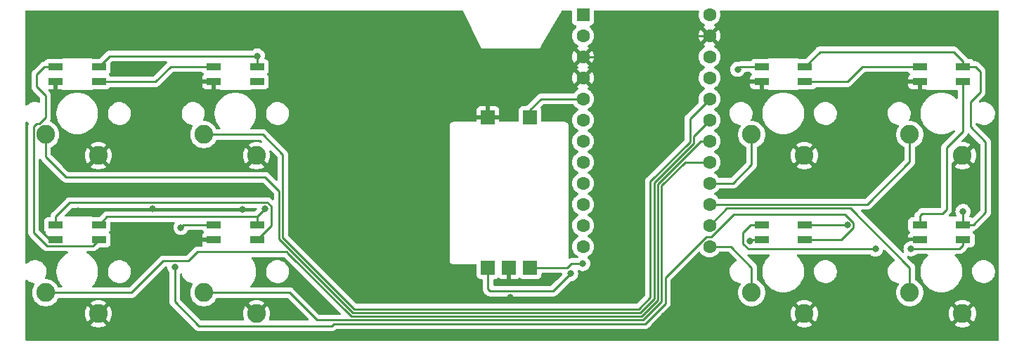
<source format=gbr>
%TF.GenerationSoftware,KiCad,Pcbnew,(6.0.1)*%
%TF.CreationDate,2022-04-18T11:29:39-05:00*%
%TF.ProjectId,Pikatea R26 Kit LED Macropad,50696b61-7465-4612-9052-3236204b6974,rev?*%
%TF.SameCoordinates,Original*%
%TF.FileFunction,Copper,L1,Top*%
%TF.FilePolarity,Positive*%
%FSLAX46Y46*%
G04 Gerber Fmt 4.6, Leading zero omitted, Abs format (unit mm)*
G04 Created by KiCad (PCBNEW (6.0.1)) date 2022-04-18 11:29:39*
%MOMM*%
%LPD*%
G01*
G04 APERTURE LIST*
%TA.AperFunction,ComponentPad*%
%ADD10C,2.250000*%
%TD*%
%TA.AperFunction,SMDPad,CuDef*%
%ADD11R,1.800000X0.820000*%
%TD*%
%TA.AperFunction,ComponentPad*%
%ADD12C,1.600000*%
%TD*%
%TA.AperFunction,ComponentPad*%
%ADD13R,1.600000X1.600000*%
%TD*%
%TA.AperFunction,ComponentPad*%
%ADD14R,1.700000X1.700000*%
%TD*%
%TA.AperFunction,ViaPad*%
%ADD15C,0.800000*%
%TD*%
%TA.AperFunction,Conductor*%
%ADD16C,0.250000*%
%TD*%
G04 APERTURE END LIST*
D10*
%TO.P,MX8,1,COL*%
%TO.N,F5*%
X91241479Y-90863660D03*
%TO.P,MX8,2,ROW*%
%TO.N,GND*%
X97591479Y-93403660D03*
%TD*%
%TO.P,MX7,1,COL*%
%TO.N,F4*%
X110291480Y-90863660D03*
%TO.P,MX7,2,ROW*%
%TO.N,GND*%
X116641480Y-93403660D03*
%TD*%
%TO.P,MX6,1,COL*%
%TO.N,B1*%
X176291480Y-90863660D03*
%TO.P,MX6,2,ROW*%
%TO.N,GND*%
X182641480Y-93403660D03*
%TD*%
%TO.P,MX5,1,COL*%
%TO.N,B3*%
X195341480Y-90863660D03*
%TO.P,MX5,2,ROW*%
%TO.N,GND*%
X201691480Y-93403660D03*
%TD*%
%TO.P,MX4,1,COL*%
%TO.N,F6*%
X91241479Y-109913660D03*
%TO.P,MX4,2,ROW*%
%TO.N,GND*%
X97591479Y-112453660D03*
%TD*%
%TO.P,MX3,1,COL*%
%TO.N,F7*%
X110291480Y-109913659D03*
%TO.P,MX3,2,ROW*%
%TO.N,GND*%
X116641480Y-112453659D03*
%TD*%
%TO.P,MX2,1,COL*%
%TO.N,B6*%
X176291480Y-109913659D03*
%TO.P,MX2,2,ROW*%
%TO.N,GND*%
X182641480Y-112453659D03*
%TD*%
%TO.P,MX1,1,COL*%
%TO.N,B2*%
X195341480Y-109913659D03*
%TO.P,MX1,2,ROW*%
%TO.N,GND*%
X201691480Y-112453659D03*
%TD*%
D11*
%TO.P,D8,1,DO*%
%TO.N,unconnected-(D8-Pad1)*%
X116700000Y-84500000D03*
%TO.P,D8,4,DI*%
%TO.N,Net-(D7-Pad1)*%
X111500000Y-82700000D03*
%TO.P,D8,2,GND*%
%TO.N,GND*%
X111500000Y-84500000D03*
%TO.P,D8,3,VDD*%
%TO.N,VCC*%
X116700000Y-82700000D03*
%TD*%
%TO.P,D7,1,DO*%
%TO.N,Net-(D7-Pad1)*%
X97650000Y-84500000D03*
%TO.P,D7,4,DI*%
%TO.N,Net-(D6-Pad1)*%
X92450000Y-82700000D03*
%TO.P,D7,2,GND*%
%TO.N,GND*%
X92450000Y-84500000D03*
%TO.P,D7,3,VDD*%
%TO.N,VCC*%
X97650000Y-82700000D03*
%TD*%
%TO.P,D6,1,DO*%
%TO.N,Net-(D6-Pad1)*%
X97650000Y-103550000D03*
%TO.P,D6,4,DI*%
%TO.N,Net-(D5-Pad1)*%
X92450000Y-101750000D03*
%TO.P,D6,2,GND*%
%TO.N,GND*%
X92450000Y-103550000D03*
%TO.P,D6,3,VDD*%
%TO.N,VCC*%
X97650000Y-101750000D03*
%TD*%
%TO.P,D5,1,DO*%
%TO.N,Net-(D5-Pad1)*%
X116710000Y-103530000D03*
%TO.P,D5,4,DI*%
%TO.N,Net-(D4-Pad1)*%
X111510000Y-101730000D03*
%TO.P,D5,2,GND*%
%TO.N,GND*%
X111510000Y-103530000D03*
%TO.P,D5,3,VDD*%
%TO.N,VCC*%
X116710000Y-101730000D03*
%TD*%
%TO.P,D4,1,DO*%
%TO.N,Net-(D4-Pad1)*%
X182710000Y-103550000D03*
%TO.P,D4,4,DI*%
%TO.N,Net-(D3-Pad1)*%
X177510000Y-101750000D03*
%TO.P,D4,2,GND*%
%TO.N,GND*%
X177510000Y-103550000D03*
%TO.P,D4,3,VDD*%
%TO.N,VCC*%
X182710000Y-101750000D03*
%TD*%
%TO.P,D3,1,DO*%
%TO.N,Net-(D3-Pad1)*%
X201740000Y-103540000D03*
%TO.P,D3,4,DI*%
%TO.N,Net-(D2-Pad1)*%
X196540000Y-101740000D03*
%TO.P,D3,2,GND*%
%TO.N,GND*%
X196540000Y-103540000D03*
%TO.P,D3,3,VDD*%
%TO.N,VCC*%
X201740000Y-101740000D03*
%TD*%
%TO.P,D2,1,DO*%
%TO.N,Net-(D2-Pad1)*%
X201750000Y-84500000D03*
%TO.P,D2,4,DI*%
%TO.N,Net-(D1-Pad1)*%
X196550000Y-82700000D03*
%TO.P,D2,2,GND*%
%TO.N,GND*%
X196550000Y-84500000D03*
%TO.P,D2,3,VDD*%
%TO.N,VCC*%
X201750000Y-82700000D03*
%TD*%
%TO.P,D1,1,DO*%
%TO.N,Net-(D1-Pad1)*%
X182710000Y-84500000D03*
%TO.P,D1,4,DI*%
%TO.N,RX*%
X177510000Y-82700000D03*
%TO.P,D1,2,GND*%
%TO.N,GND*%
X177510000Y-84500000D03*
%TO.P,D1,3,VDD*%
%TO.N,VCC*%
X182710000Y-82700000D03*
%TD*%
D12*
%TO.P,U1,24,RAW*%
%TO.N,unconnected-(U1-Pad24)*%
X171221400Y-76415900D03*
%TO.P,U1,23,GND*%
%TO.N,GND*%
X171221400Y-78955900D03*
%TO.P,U1,22,RST*%
%TO.N,unconnected-(U1-Pad22)*%
X171221400Y-81495900D03*
%TO.P,U1,21,VCC*%
%TO.N,unconnected-(U1-Pad21)*%
X171221400Y-84035900D03*
%TO.P,U1,20,F4*%
%TO.N,F4*%
X171221400Y-86575900D03*
%TO.P,U1,19,F5*%
%TO.N,F5*%
X171221400Y-89115900D03*
%TO.P,U1,18,F6*%
%TO.N,F6*%
X171221400Y-91655900D03*
%TO.P,U1,17,F7*%
%TO.N,F7*%
X171221400Y-94195900D03*
%TO.P,U1,16,B1*%
%TO.N,B1*%
X171221400Y-96735900D03*
%TO.P,U1,15,B3*%
%TO.N,B3*%
X171221400Y-99275900D03*
%TO.P,U1,14,B2*%
%TO.N,B2*%
X171221400Y-101815900D03*
%TO.P,U1,13,B6*%
%TO.N,B6*%
X171221400Y-104355900D03*
%TO.P,U1,12,B5*%
%TO.N,unconnected-(U1-Pad12)*%
X155981400Y-104355900D03*
%TO.P,U1,11,B4*%
%TO.N,unconnected-(U1-Pad11)*%
X155981400Y-101815900D03*
%TO.P,U1,10,E6*%
%TO.N,unconnected-(U1-Pad10)*%
X155981400Y-99275900D03*
%TO.P,U1,9,D7*%
%TO.N,unconnected-(U1-Pad9)*%
X155981400Y-96735900D03*
%TO.P,U1,8,C6*%
%TO.N,unconnected-(U1-Pad8)*%
X155981400Y-94195900D03*
%TO.P,U1,7,D4*%
%TO.N,/A*%
X155981400Y-91655900D03*
%TO.P,U1,6,SDA*%
%TO.N,/B*%
X155981400Y-89115900D03*
%TO.P,U1,5,SCL*%
%TO.N,SCL*%
X155981400Y-86575900D03*
%TO.P,U1,4,GND*%
%TO.N,GND*%
X155981400Y-84035900D03*
%TO.P,U1,3,GND*%
X155981400Y-81495900D03*
%TO.P,U1,2,RX*%
%TO.N,RX*%
X155981400Y-78955900D03*
D13*
%TO.P,U1,1,TX*%
%TO.N,unconnected-(U1-Pad1)*%
X155981400Y-76415900D03*
%TD*%
D14*
%TO.P,SW3,S1,S1*%
%TO.N,GND*%
X144531080Y-88798659D03*
%TO.P,SW3,S2,S2*%
%TO.N,SCL*%
X149611080Y-88798659D03*
%TO.P,SW3,C,C*%
%TO.N,GND*%
X147071080Y-106898659D03*
%TO.P,SW3,B,B*%
%TO.N,/B*%
X144531080Y-106898659D03*
%TO.P,SW3,A,A*%
%TO.N,/A*%
X149611080Y-106898659D03*
%TD*%
D15*
%TO.N,GND*%
X176120000Y-103710000D03*
X100500000Y-82920000D03*
X89990000Y-105010000D03*
X114940000Y-99860000D03*
X95160000Y-100060000D03*
X104120000Y-99840000D03*
X111400000Y-97550000D03*
X91540000Y-96700000D03*
%TO.N,VCC*%
X116730000Y-81400000D03*
X117660000Y-99800000D03*
%TO.N,Net-(D4-Pad1)*%
X107540000Y-102060000D03*
X106790000Y-106810000D03*
%TO.N,VCC*%
X201760000Y-100130000D03*
X187830000Y-101770000D03*
%TO.N,Net-(D3-Pad1)*%
X195490000Y-104630000D03*
X191220000Y-104650000D03*
%TO.N,RX*%
X174620000Y-83010000D03*
%TO.N,GND*%
X157720000Y-87850000D03*
X152890000Y-88450000D03*
X151700000Y-108260000D03*
X158350000Y-103000000D03*
X158430000Y-94300000D03*
%TO.N,/A*%
X155950000Y-106400000D03*
%TO.N,/B*%
X154480000Y-107630000D03*
%TO.N,GND*%
X147200000Y-110450000D03*
X147030000Y-88480000D03*
X179440000Y-111640000D03*
X198480000Y-111350000D03*
X198650000Y-92550000D03*
X179610000Y-92550000D03*
X94390000Y-92260000D03*
X113650000Y-92720000D03*
X113760000Y-111410000D03*
X95010000Y-111180000D03*
X105120000Y-104800000D03*
X122520000Y-109260000D03*
X123250000Y-103900000D03*
X162110000Y-109940000D03*
X165720000Y-112710000D03*
%TD*%
D16*
%TO.N,GND*%
X176280000Y-103550000D02*
X176120000Y-103710000D01*
X177510000Y-103550000D02*
X176280000Y-103550000D01*
%TO.N,Net-(D7-Pad1)*%
X104480000Y-84500000D02*
X97650000Y-84500000D01*
X106280000Y-82700000D02*
X104480000Y-84500000D01*
X111500000Y-82700000D02*
X106280000Y-82700000D01*
%TO.N,GND*%
X90790000Y-102590000D02*
X90790000Y-97450000D01*
X91750000Y-103550000D02*
X90790000Y-102590000D01*
X92450000Y-103550000D02*
X91750000Y-103550000D01*
X90790000Y-97450000D02*
X91540000Y-96700000D01*
%TO.N,Net-(D6-Pad1)*%
X90160000Y-83640000D02*
X91100000Y-82700000D01*
X90160000Y-85100000D02*
X90160000Y-83640000D01*
X91100000Y-82700000D02*
X92450000Y-82700000D01*
X91225489Y-86165489D02*
X90160000Y-85100000D01*
X91225489Y-88836741D02*
X91225489Y-86165489D01*
X90489049Y-89573181D02*
X91225489Y-88836741D01*
X90110000Y-89573181D02*
X90489049Y-89573181D01*
X89791968Y-89891213D02*
X90110000Y-89573181D01*
X89791968Y-102681968D02*
X89791968Y-89891213D01*
X91394511Y-104284511D02*
X89791968Y-102681968D01*
X96915489Y-104284511D02*
X91394511Y-104284511D01*
X97650000Y-103550000D02*
X96915489Y-104284511D01*
%TO.N,VCC*%
X98950000Y-81400000D02*
X97650000Y-82700000D01*
X116730000Y-81400000D02*
X98950000Y-81400000D01*
X97650000Y-101750000D02*
X98650000Y-100750000D01*
X98650000Y-100750000D02*
X116710000Y-100750000D01*
%TO.N,Net-(D5-Pad1)*%
X117950000Y-99060000D02*
X94150000Y-99060000D01*
X118384511Y-99494511D02*
X117950000Y-99060000D01*
X118384511Y-101855489D02*
X118384511Y-99494511D01*
X94150000Y-99060000D02*
X92450000Y-100760000D01*
X92450000Y-100760000D02*
X92450000Y-101750000D01*
X116710000Y-103530000D02*
X118384511Y-101855489D01*
%TO.N,F5*%
X91241479Y-93561479D02*
X91241479Y-90863660D01*
X93680000Y-96000000D02*
X91241479Y-93561479D01*
X117700000Y-96000000D02*
X93680000Y-96000000D01*
X164550960Y-110637604D02*
X162867604Y-112320960D01*
X164550960Y-96667604D02*
X164550960Y-110637604D01*
X162867604Y-112320960D02*
X128226198Y-112320960D01*
X169295106Y-91923458D02*
X164550960Y-96667604D01*
X119370480Y-97670480D02*
X117700000Y-96000000D01*
X128226198Y-112320960D02*
X119370480Y-103465241D01*
X119370480Y-103465241D02*
X119370480Y-97670480D01*
X171221400Y-89115900D02*
X169295106Y-91042194D01*
X169295106Y-91042194D02*
X169295106Y-91923458D01*
%TO.N,F6*%
X120259520Y-104990000D02*
X120479760Y-105210240D01*
X109560750Y-104990000D02*
X120259520Y-104990000D01*
X108465261Y-106085489D02*
X109560750Y-104990000D01*
X105424511Y-106085489D02*
X108465261Y-106085489D01*
X101596340Y-109913660D02*
X105424511Y-106085489D01*
X91241479Y-109913660D02*
X101596340Y-109913660D01*
X120479760Y-105210240D02*
X128040000Y-112770480D01*
%TO.N,VCC*%
X116730000Y-82670000D02*
X116700000Y-82700000D01*
X116730000Y-81400000D02*
X116730000Y-82670000D01*
X116710000Y-100750000D02*
X117660000Y-99800000D01*
X116710000Y-101730000D02*
X116710000Y-100750000D01*
%TO.N,Net-(D4-Pad1)*%
X107870000Y-101730000D02*
X111510000Y-101730000D01*
X107540000Y-102060000D02*
X107870000Y-101730000D01*
X106790000Y-111000000D02*
X106790000Y-106810000D01*
X109693170Y-113903170D02*
X106790000Y-111000000D01*
X111183170Y-113903170D02*
X109693170Y-113903170D01*
X125726350Y-113903170D02*
X111183170Y-113903170D01*
X125960000Y-113669520D02*
X125726350Y-113903170D01*
X163426197Y-113669520D02*
X125960000Y-113669520D01*
X165899520Y-111196197D02*
X163426197Y-113669520D01*
X170799040Y-103180480D02*
X165899520Y-108080000D01*
X171447120Y-103180480D02*
X170799040Y-103180480D01*
X174177600Y-100450000D02*
X171447120Y-103180480D01*
X187534614Y-100450000D02*
X174177600Y-100450000D01*
X188554511Y-101469897D02*
X187534614Y-100450000D01*
X188554511Y-102070103D02*
X188554511Y-101469897D01*
X165899520Y-108080000D02*
X165899520Y-111196197D01*
X187074614Y-103550000D02*
X188554511Y-102070103D01*
X182710000Y-103550000D02*
X187074614Y-103550000D01*
%TO.N,VCC*%
X201760000Y-100130000D02*
X201760000Y-101720000D01*
X201760000Y-101720000D02*
X201740000Y-101740000D01*
X187810000Y-101750000D02*
X187830000Y-101770000D01*
X182710000Y-101750000D02*
X187810000Y-101750000D01*
%TO.N,B2*%
X173311880Y-99725420D02*
X171221400Y-101815900D01*
X188190332Y-99725420D02*
X173311880Y-99725420D01*
X195341480Y-109913659D02*
X195341480Y-106876568D01*
X195341480Y-106876568D02*
X188190332Y-99725420D01*
%TO.N,Net-(D3-Pad1)*%
X176170000Y-101750000D02*
X177510000Y-101750000D01*
X175250000Y-102670000D02*
X176170000Y-101750000D01*
X175250000Y-104000000D02*
X175250000Y-102670000D01*
X175900000Y-104650000D02*
X175250000Y-104000000D01*
X201330000Y-104630000D02*
X195490000Y-104630000D01*
X201740000Y-104220000D02*
X201330000Y-104630000D01*
X201740000Y-103540000D02*
X201740000Y-104220000D01*
X191220000Y-104650000D02*
X175900000Y-104650000D01*
%TO.N,Net-(D2-Pad1)*%
X196540000Y-100690000D02*
X196540000Y-101740000D01*
X196860000Y-100370000D02*
X196540000Y-100690000D01*
X199310000Y-100370000D02*
X196860000Y-100370000D01*
X199760000Y-99920000D02*
X199310000Y-100370000D01*
X199760000Y-92464614D02*
X199760000Y-99920000D01*
X201750000Y-90474614D02*
X199760000Y-92464614D01*
X201750000Y-84500000D02*
X201750000Y-90474614D01*
%TO.N,VCC*%
X202990000Y-101740000D02*
X201740000Y-101740000D01*
X204470000Y-100260000D02*
X202990000Y-101740000D01*
X202650000Y-89930000D02*
X204470000Y-91750000D01*
X203830000Y-85740000D02*
X202650000Y-86920000D01*
X203830000Y-83270000D02*
X203830000Y-85740000D01*
X202650000Y-86920000D02*
X202650000Y-89930000D01*
X204470000Y-91750000D02*
X204470000Y-100260000D01*
X203260000Y-82700000D02*
X203830000Y-83270000D01*
X201750000Y-82700000D02*
X203260000Y-82700000D01*
%TO.N,Net-(D1-Pad1)*%
X187840000Y-84500000D02*
X182710000Y-84500000D01*
X189640000Y-82700000D02*
X187840000Y-84500000D01*
X196550000Y-82700000D02*
X189640000Y-82700000D01*
%TO.N,VCC*%
X200630000Y-80900000D02*
X201750000Y-82020000D01*
X184510000Y-80900000D02*
X200630000Y-80900000D01*
X201750000Y-82020000D02*
X201750000Y-82700000D01*
X182710000Y-82700000D02*
X184510000Y-80900000D01*
%TO.N,RX*%
X174930000Y-82700000D02*
X177510000Y-82700000D01*
X174620000Y-83010000D02*
X174930000Y-82700000D01*
%TO.N,GND*%
X161924100Y-81495900D02*
X155981400Y-81495900D01*
X164464100Y-78955900D02*
X161924100Y-81495900D01*
X171221400Y-78955900D02*
X164464100Y-78955900D01*
%TO.N,SCL*%
X149611080Y-87878920D02*
X149611080Y-88798659D01*
X150914100Y-86575900D02*
X149611080Y-87878920D01*
X155981400Y-86575900D02*
X150914100Y-86575900D01*
%TO.N,/A*%
X154071341Y-106898659D02*
X154570000Y-106400000D01*
X153991341Y-106898659D02*
X154071341Y-106898659D01*
X153661341Y-106898659D02*
X153991341Y-106898659D01*
X154570000Y-106400000D02*
X155950000Y-106400000D01*
%TO.N,/B*%
X152384511Y-109725489D02*
X154480000Y-107630000D01*
X150734511Y-109725489D02*
X152384511Y-109725489D01*
X144531080Y-109471080D02*
X144785489Y-109725489D01*
X144531080Y-106898659D02*
X144531080Y-109471080D01*
X144785489Y-109725489D02*
X150734511Y-109725489D01*
%TO.N,/A*%
X153661341Y-106898659D02*
X149611080Y-106898659D01*
%TO.N,F4*%
X117393660Y-90863660D02*
X110291480Y-90863660D01*
X119820000Y-93290000D02*
X117393660Y-90863660D01*
X119820000Y-103279044D02*
X119820000Y-93290000D01*
X128412396Y-111871440D02*
X119820000Y-103279044D01*
X162681406Y-111871440D02*
X128412396Y-111871440D01*
X164101440Y-110451406D02*
X162681406Y-111871440D01*
X164101440Y-96481407D02*
X164101440Y-110451406D01*
X168845586Y-91737260D02*
X164101440Y-96481407D01*
X168845586Y-88951714D02*
X168845586Y-91737260D01*
X171221400Y-86575900D02*
X168845586Y-88951714D01*
%TO.N,F6*%
X170198382Y-91655900D02*
X171221400Y-91655900D01*
X165000480Y-96853802D02*
X170198382Y-91655900D01*
X163053802Y-112770480D02*
X165000480Y-110823802D01*
X128040000Y-112770480D02*
X163053802Y-112770480D01*
X165000480Y-110823802D02*
X165000480Y-96853802D01*
%TO.N,F7*%
X163240000Y-113220000D02*
X123940000Y-113220000D01*
X120633659Y-109913659D02*
X110291480Y-109913659D01*
X165450000Y-111010000D02*
X163240000Y-113220000D01*
X123940000Y-113220000D02*
X120633659Y-109913659D01*
X165450000Y-97040000D02*
X165450000Y-111010000D01*
X168294100Y-94195900D02*
X165450000Y-97040000D01*
X171221400Y-94195900D02*
X168294100Y-94195900D01*
%TO.N,B1*%
X176291480Y-94498520D02*
X176291480Y-90863660D01*
X174054100Y-96735900D02*
X176291480Y-94498520D01*
X171221400Y-96735900D02*
X174054100Y-96735900D01*
%TO.N,B3*%
X190204100Y-99275900D02*
X171221400Y-99275900D01*
X195341480Y-94138520D02*
X190204100Y-99275900D01*
X195341480Y-90863660D02*
X195341480Y-94138520D01*
%TO.N,B6*%
X176291480Y-106876568D02*
X173770812Y-104355900D01*
X173770812Y-104355900D02*
X171221400Y-104355900D01*
X176291480Y-109913659D02*
X176291480Y-106876568D01*
%TD*%
%TA.AperFunction,Conductor*%
%TO.N,GND*%
G36*
X141518560Y-75928002D02*
G01*
X141564108Y-75979637D01*
X143568616Y-80170880D01*
X143576096Y-80190617D01*
X143579044Y-80200933D01*
X143579047Y-80200939D01*
X143581512Y-80209565D01*
X143601518Y-80241273D01*
X143604459Y-80246179D01*
X143605521Y-80248045D01*
X143607454Y-80252087D01*
X143622940Y-80275298D01*
X143624617Y-80277883D01*
X143659160Y-80332631D01*
X143664103Y-80336996D01*
X143667762Y-80342481D01*
X143712006Y-80379593D01*
X143717317Y-80384048D01*
X143719748Y-80386141D01*
X143736646Y-80401064D01*
X143768228Y-80428956D01*
X143774195Y-80431757D01*
X143779249Y-80435997D01*
X143838496Y-80461992D01*
X143841403Y-80463312D01*
X143891824Y-80486985D01*
X143891826Y-80486985D01*
X143899948Y-80490799D01*
X143906462Y-80491813D01*
X143912501Y-80494463D01*
X143921402Y-80495617D01*
X143921408Y-80495619D01*
X143976659Y-80502785D01*
X143979838Y-80503238D01*
X144005618Y-80507252D01*
X144005620Y-80507252D01*
X144010423Y-80508000D01*
X144015281Y-80508000D01*
X144015979Y-80508054D01*
X144022451Y-80508723D01*
X144056807Y-80513179D01*
X144080148Y-80509520D01*
X144099661Y-80508000D01*
X150428069Y-80508000D01*
X150439874Y-80508554D01*
X150443185Y-80508866D01*
X150451917Y-80510966D01*
X150510080Y-80508148D01*
X150516177Y-80508000D01*
X150536477Y-80508000D01*
X150542567Y-80507128D01*
X150554319Y-80506005D01*
X150597261Y-80503924D01*
X150605745Y-80500990D01*
X150605747Y-80500990D01*
X150608726Y-80499960D01*
X150632041Y-80494314D01*
X150635162Y-80493867D01*
X150644045Y-80492595D01*
X150677525Y-80477373D01*
X150683178Y-80474803D01*
X150694150Y-80470423D01*
X150726301Y-80459305D01*
X150726303Y-80459304D01*
X150734785Y-80456371D01*
X150744673Y-80449350D01*
X150765465Y-80437389D01*
X150768332Y-80436086D01*
X150768336Y-80436083D01*
X150776510Y-80432367D01*
X150809090Y-80404295D01*
X150818371Y-80397027D01*
X150853437Y-80372131D01*
X150860961Y-80362613D01*
X150877555Y-80345302D01*
X150879947Y-80343241D01*
X150879950Y-80343238D01*
X150886747Y-80337381D01*
X150899298Y-80318017D01*
X150910133Y-80301301D01*
X150917014Y-80291703D01*
X150922772Y-80284419D01*
X150926686Y-80277495D01*
X150932454Y-80267289D01*
X150936413Y-80260755D01*
X150945861Y-80246179D01*
X150965893Y-80215273D01*
X150968467Y-80206667D01*
X150972230Y-80198523D01*
X150972724Y-80198751D01*
X150977399Y-80187771D01*
X153360227Y-75972001D01*
X153411159Y-75922540D01*
X153469918Y-75908000D01*
X154546900Y-75908000D01*
X154615021Y-75928002D01*
X154661514Y-75981658D01*
X154672900Y-76034000D01*
X154672900Y-77264034D01*
X154679655Y-77326216D01*
X154730785Y-77462605D01*
X154818139Y-77579161D01*
X154934695Y-77666515D01*
X155071084Y-77717645D01*
X155081874Y-77718817D01*
X155084006Y-77719703D01*
X155086622Y-77720325D01*
X155086521Y-77720748D01*
X155147435Y-77746055D01*
X155187863Y-77804417D01*
X155190322Y-77875371D01*
X155154029Y-77936390D01*
X155145369Y-77943389D01*
X155141607Y-77946546D01*
X155137100Y-77949702D01*
X154975202Y-78111600D01*
X154843877Y-78299151D01*
X154841554Y-78304133D01*
X154841551Y-78304138D01*
X154841434Y-78304389D01*
X154747116Y-78506657D01*
X154745694Y-78511965D01*
X154745693Y-78511967D01*
X154724419Y-78591361D01*
X154687857Y-78727813D01*
X154667902Y-78955900D01*
X154687857Y-79183987D01*
X154689281Y-79189300D01*
X154689281Y-79189302D01*
X154726425Y-79327922D01*
X154747116Y-79405143D01*
X154749439Y-79410124D01*
X154749439Y-79410125D01*
X154841551Y-79607662D01*
X154841554Y-79607667D01*
X154843877Y-79612649D01*
X154975202Y-79800200D01*
X155137100Y-79962098D01*
X155141608Y-79965255D01*
X155141611Y-79965257D01*
X155219789Y-80019998D01*
X155324651Y-80093423D01*
X155329633Y-80095746D01*
X155329638Y-80095749D01*
X155364449Y-80111981D01*
X155417734Y-80158898D01*
X155437195Y-80227175D01*
X155416653Y-80295135D01*
X155364449Y-80340371D01*
X155329889Y-80356486D01*
X155320394Y-80361969D01*
X155268352Y-80398409D01*
X155259976Y-80408888D01*
X155267044Y-80422334D01*
X155968588Y-81123878D01*
X155982532Y-81131492D01*
X155984365Y-81131361D01*
X155990980Y-81127110D01*
X156696477Y-80421613D01*
X156702907Y-80409838D01*
X156693611Y-80397823D01*
X156642406Y-80361969D01*
X156632911Y-80356486D01*
X156598351Y-80340371D01*
X156545066Y-80293454D01*
X156525605Y-80225177D01*
X156546147Y-80157217D01*
X156598351Y-80111981D01*
X156633162Y-80095749D01*
X156633167Y-80095746D01*
X156638149Y-80093423D01*
X156743011Y-80019998D01*
X156821189Y-79965257D01*
X156821192Y-79965255D01*
X156825700Y-79962098D01*
X156987598Y-79800200D01*
X157118923Y-79612649D01*
X157121246Y-79607667D01*
X157121249Y-79607662D01*
X157213361Y-79410125D01*
X157213361Y-79410124D01*
X157215684Y-79405143D01*
X157236376Y-79327922D01*
X157273519Y-79189302D01*
X157273519Y-79189300D01*
X157274943Y-79183987D01*
X157294419Y-78961375D01*
X169908883Y-78961375D01*
X169927872Y-79178419D01*
X169929775Y-79189212D01*
X169986164Y-79399661D01*
X169989910Y-79409953D01*
X170081986Y-79607411D01*
X170087469Y-79616906D01*
X170123909Y-79668948D01*
X170134388Y-79677324D01*
X170147834Y-79670256D01*
X170849378Y-78968712D01*
X170855756Y-78957032D01*
X171585808Y-78957032D01*
X171585939Y-78958865D01*
X171590190Y-78965480D01*
X172295687Y-79670977D01*
X172307462Y-79677407D01*
X172319477Y-79668111D01*
X172355331Y-79616906D01*
X172360814Y-79607411D01*
X172452890Y-79409953D01*
X172456636Y-79399661D01*
X172513025Y-79189212D01*
X172514928Y-79178419D01*
X172533917Y-78961375D01*
X172533917Y-78950425D01*
X172514928Y-78733381D01*
X172513025Y-78722588D01*
X172456636Y-78512139D01*
X172452890Y-78501847D01*
X172360814Y-78304389D01*
X172355331Y-78294894D01*
X172318891Y-78242852D01*
X172308412Y-78234476D01*
X172294966Y-78241544D01*
X171593422Y-78943088D01*
X171585808Y-78957032D01*
X170855756Y-78957032D01*
X170856992Y-78954768D01*
X170856861Y-78952935D01*
X170852610Y-78946320D01*
X170147113Y-78240823D01*
X170135338Y-78234393D01*
X170123323Y-78243689D01*
X170087469Y-78294894D01*
X170081986Y-78304389D01*
X169989910Y-78501847D01*
X169986164Y-78512139D01*
X169929775Y-78722588D01*
X169927872Y-78733381D01*
X169908883Y-78950425D01*
X169908883Y-78961375D01*
X157294419Y-78961375D01*
X157294898Y-78955900D01*
X157274943Y-78727813D01*
X157238381Y-78591361D01*
X157217107Y-78511967D01*
X157217106Y-78511965D01*
X157215684Y-78506657D01*
X157121366Y-78304389D01*
X157121249Y-78304138D01*
X157121246Y-78304133D01*
X157118923Y-78299151D01*
X156987598Y-78111600D01*
X156825700Y-77949702D01*
X156821189Y-77946543D01*
X156816976Y-77943008D01*
X156817927Y-77941874D01*
X156777929Y-77891829D01*
X156770624Y-77821210D01*
X156802658Y-77757851D01*
X156863862Y-77721870D01*
X156880917Y-77718818D01*
X156891716Y-77717645D01*
X157028105Y-77666515D01*
X157144661Y-77579161D01*
X157232015Y-77462605D01*
X157283145Y-77326216D01*
X157289900Y-77264034D01*
X157289900Y-76034000D01*
X157309902Y-75965879D01*
X157363558Y-75919386D01*
X157415900Y-75908000D01*
X169838626Y-75908000D01*
X169906747Y-75928002D01*
X169953240Y-75981658D01*
X169963344Y-76051932D01*
X169960333Y-76066611D01*
X169927857Y-76187813D01*
X169907902Y-76415900D01*
X169927857Y-76643987D01*
X169987116Y-76865143D01*
X169989439Y-76870124D01*
X169989439Y-76870125D01*
X170081551Y-77067662D01*
X170081554Y-77067667D01*
X170083877Y-77072649D01*
X170215202Y-77260200D01*
X170377100Y-77422098D01*
X170381608Y-77425255D01*
X170381611Y-77425257D01*
X170422942Y-77454197D01*
X170564651Y-77553423D01*
X170569633Y-77555746D01*
X170569638Y-77555749D01*
X170604449Y-77571981D01*
X170657734Y-77618898D01*
X170677195Y-77687175D01*
X170656653Y-77755135D01*
X170604449Y-77800371D01*
X170569889Y-77816486D01*
X170560394Y-77821969D01*
X170508352Y-77858409D01*
X170499976Y-77868888D01*
X170507044Y-77882334D01*
X171208588Y-78583878D01*
X171222532Y-78591492D01*
X171224365Y-78591361D01*
X171230980Y-78587110D01*
X171936477Y-77881613D01*
X171942907Y-77869838D01*
X171933611Y-77857823D01*
X171882406Y-77821969D01*
X171872911Y-77816486D01*
X171838351Y-77800371D01*
X171785066Y-77753454D01*
X171765605Y-77685177D01*
X171786147Y-77617217D01*
X171838351Y-77571981D01*
X171873162Y-77555749D01*
X171873167Y-77555746D01*
X171878149Y-77553423D01*
X172019858Y-77454197D01*
X172061189Y-77425257D01*
X172061192Y-77425255D01*
X172065700Y-77422098D01*
X172227598Y-77260200D01*
X172358923Y-77072649D01*
X172361246Y-77067667D01*
X172361249Y-77067662D01*
X172453361Y-76870125D01*
X172453361Y-76870124D01*
X172455684Y-76865143D01*
X172514943Y-76643987D01*
X172534898Y-76415900D01*
X172514943Y-76187813D01*
X172482467Y-76066611D01*
X172484157Y-75995635D01*
X172523951Y-75936839D01*
X172589215Y-75908891D01*
X172604174Y-75908000D01*
X205966000Y-75908000D01*
X206034121Y-75928002D01*
X206080614Y-75981658D01*
X206092000Y-76034000D01*
X206092000Y-115566000D01*
X206071998Y-115634121D01*
X206018342Y-115680614D01*
X205966000Y-115692000D01*
X88934000Y-115692000D01*
X88865879Y-115671998D01*
X88819386Y-115618342D01*
X88808000Y-115566000D01*
X88808000Y-113778131D01*
X96632363Y-113778131D01*
X96636049Y-113783400D01*
X96843600Y-113910587D01*
X96852394Y-113915068D01*
X97080721Y-114009644D01*
X97090106Y-114012693D01*
X97330419Y-114070388D01*
X97340166Y-114071931D01*
X97586549Y-114091322D01*
X97596409Y-114091322D01*
X97842792Y-114071931D01*
X97852539Y-114070388D01*
X98092852Y-114012693D01*
X98102237Y-114009644D01*
X98330564Y-113915068D01*
X98339358Y-113910587D01*
X98545407Y-113784320D01*
X98550669Y-113776259D01*
X98544662Y-113766053D01*
X97604291Y-112825682D01*
X97590347Y-112818068D01*
X97588514Y-112818199D01*
X97581899Y-112822450D01*
X96639755Y-113764594D01*
X96632363Y-113778131D01*
X88808000Y-113778131D01*
X88808000Y-112458590D01*
X95953817Y-112458590D01*
X95973208Y-112704973D01*
X95974751Y-112714720D01*
X96032446Y-112955033D01*
X96035495Y-112964418D01*
X96130071Y-113192745D01*
X96134552Y-113201539D01*
X96260819Y-113407588D01*
X96268880Y-113412850D01*
X96279086Y-113406843D01*
X97219457Y-112466472D01*
X97225835Y-112454792D01*
X97955887Y-112454792D01*
X97956018Y-112456625D01*
X97960269Y-112463240D01*
X98902413Y-113405384D01*
X98915950Y-113412776D01*
X98921219Y-113409090D01*
X99048406Y-113201539D01*
X99052887Y-113192745D01*
X99147463Y-112964418D01*
X99150512Y-112955033D01*
X99208207Y-112714720D01*
X99209750Y-112704973D01*
X99229141Y-112458590D01*
X99229141Y-112448730D01*
X99209750Y-112202347D01*
X99208207Y-112192600D01*
X99150512Y-111952287D01*
X99147463Y-111942902D01*
X99052887Y-111714575D01*
X99048406Y-111705781D01*
X98922139Y-111499732D01*
X98914078Y-111494470D01*
X98903872Y-111500477D01*
X97963501Y-112440848D01*
X97955887Y-112454792D01*
X97225835Y-112454792D01*
X97227071Y-112452528D01*
X97226940Y-112450695D01*
X97222689Y-112444080D01*
X96280545Y-111501936D01*
X96267008Y-111494544D01*
X96261739Y-111498230D01*
X96134552Y-111705781D01*
X96130071Y-111714575D01*
X96035495Y-111942902D01*
X96032446Y-111952287D01*
X95974751Y-112192600D01*
X95973208Y-112202347D01*
X95953817Y-112448730D01*
X95953817Y-112458590D01*
X88808000Y-112458590D01*
X88808000Y-108475076D01*
X88828002Y-108406955D01*
X88881658Y-108360462D01*
X88951932Y-108350358D01*
X89013892Y-108377642D01*
X89185023Y-108517961D01*
X89189659Y-108520600D01*
X89189662Y-108520602D01*
X89306119Y-108586893D01*
X89389069Y-108634111D01*
X89609768Y-108714221D01*
X89615017Y-108715170D01*
X89615020Y-108715171D01*
X89835039Y-108754957D01*
X89898513Y-108786761D01*
X89934716Y-108847834D01*
X89932154Y-108918784D01*
X89915829Y-108950523D01*
X89915863Y-108950544D01*
X89781519Y-109169773D01*
X89779626Y-109174343D01*
X89779624Y-109174347D01*
X89685018Y-109402747D01*
X89683124Y-109407320D01*
X89671134Y-109457261D01*
X89624257Y-109652520D01*
X89623101Y-109657334D01*
X89602928Y-109913660D01*
X89623101Y-110169986D01*
X89624255Y-110174793D01*
X89624256Y-110174799D01*
X89654602Y-110301196D01*
X89683124Y-110420000D01*
X89685017Y-110424571D01*
X89685018Y-110424573D01*
X89779623Y-110652969D01*
X89781519Y-110657547D01*
X89915863Y-110876776D01*
X90082848Y-111072291D01*
X90278363Y-111239276D01*
X90497592Y-111373620D01*
X90502162Y-111375513D01*
X90502166Y-111375515D01*
X90730564Y-111470120D01*
X90735139Y-111472015D01*
X90821981Y-111492864D01*
X90980340Y-111530883D01*
X90980346Y-111530884D01*
X90985153Y-111532038D01*
X91241479Y-111552211D01*
X91497805Y-111532038D01*
X91502612Y-111530884D01*
X91502618Y-111530883D01*
X91660977Y-111492864D01*
X91747819Y-111472015D01*
X91752394Y-111470120D01*
X91980792Y-111375515D01*
X91980796Y-111375513D01*
X91985366Y-111373620D01*
X92204595Y-111239276D01*
X92331299Y-111131061D01*
X96632289Y-111131061D01*
X96638296Y-111141267D01*
X97578667Y-112081638D01*
X97592611Y-112089252D01*
X97594444Y-112089121D01*
X97601059Y-112084870D01*
X98543203Y-111142726D01*
X98550595Y-111129189D01*
X98546909Y-111123920D01*
X98339358Y-110996733D01*
X98330564Y-110992252D01*
X98102237Y-110897676D01*
X98092852Y-110894627D01*
X97852539Y-110836932D01*
X97842792Y-110835389D01*
X97596409Y-110815998D01*
X97586549Y-110815998D01*
X97340166Y-110835389D01*
X97330419Y-110836932D01*
X97090106Y-110894627D01*
X97080721Y-110897676D01*
X96852394Y-110992252D01*
X96843600Y-110996733D01*
X96637551Y-111123000D01*
X96632289Y-111131061D01*
X92331299Y-111131061D01*
X92400110Y-111072291D01*
X92567095Y-110876776D01*
X92701439Y-110657547D01*
X92703334Y-110652972D01*
X92703336Y-110652969D01*
X92714944Y-110624943D01*
X92759491Y-110569662D01*
X92831353Y-110547160D01*
X101517573Y-110547160D01*
X101528756Y-110547687D01*
X101536249Y-110549362D01*
X101544175Y-110549113D01*
X101544176Y-110549113D01*
X101604326Y-110547222D01*
X101608285Y-110547160D01*
X101636196Y-110547160D01*
X101640131Y-110546663D01*
X101640196Y-110546655D01*
X101652033Y-110545722D01*
X101684291Y-110544708D01*
X101688310Y-110544582D01*
X101696229Y-110544333D01*
X101715683Y-110538681D01*
X101735040Y-110534673D01*
X101747270Y-110533128D01*
X101747271Y-110533128D01*
X101755137Y-110532134D01*
X101762508Y-110529215D01*
X101762510Y-110529215D01*
X101796252Y-110515856D01*
X101807482Y-110512011D01*
X101842323Y-110501889D01*
X101842324Y-110501889D01*
X101849933Y-110499678D01*
X101856752Y-110495645D01*
X101856757Y-110495643D01*
X101867368Y-110489367D01*
X101885116Y-110480672D01*
X101903957Y-110473212D01*
X101939727Y-110447224D01*
X101949647Y-110440708D01*
X101980875Y-110422240D01*
X101980878Y-110422238D01*
X101987702Y-110418202D01*
X102002023Y-110403881D01*
X102017057Y-110391040D01*
X102027034Y-110383791D01*
X102033447Y-110379132D01*
X102061638Y-110345055D01*
X102069628Y-110336276D01*
X105650010Y-106755894D01*
X105712322Y-106721868D01*
X105739105Y-106718989D01*
X105753479Y-106718989D01*
X105821600Y-106738991D01*
X105868093Y-106792647D01*
X105878789Y-106831818D01*
X105894352Y-106979886D01*
X105896458Y-106999928D01*
X105955473Y-107181556D01*
X105958776Y-107187278D01*
X105958777Y-107187279D01*
X105968687Y-107204443D01*
X106050960Y-107346944D01*
X106124137Y-107428215D01*
X106154853Y-107492221D01*
X106156500Y-107512524D01*
X106156500Y-110921233D01*
X106155973Y-110932416D01*
X106154298Y-110939909D01*
X106154547Y-110947835D01*
X106154547Y-110947836D01*
X106156438Y-111007986D01*
X106156500Y-111011945D01*
X106156500Y-111039856D01*
X106156997Y-111043790D01*
X106156997Y-111043791D01*
X106157005Y-111043856D01*
X106157938Y-111055693D01*
X106159327Y-111099889D01*
X106164978Y-111119339D01*
X106168987Y-111138700D01*
X106169496Y-111142725D01*
X106171526Y-111158797D01*
X106174445Y-111166168D01*
X106174445Y-111166170D01*
X106187804Y-111199912D01*
X106191649Y-111211142D01*
X106200573Y-111241859D01*
X106203982Y-111253593D01*
X106208015Y-111260412D01*
X106208017Y-111260417D01*
X106214293Y-111271028D01*
X106222988Y-111288776D01*
X106230448Y-111307617D01*
X106235110Y-111314033D01*
X106235110Y-111314034D01*
X106256436Y-111343387D01*
X106262952Y-111353307D01*
X106279695Y-111381617D01*
X106285458Y-111391362D01*
X106299779Y-111405683D01*
X106312619Y-111420716D01*
X106324528Y-111437107D01*
X106330634Y-111442158D01*
X106358605Y-111465298D01*
X106367384Y-111473288D01*
X109189513Y-114295417D01*
X109197057Y-114303707D01*
X109201170Y-114310188D01*
X109206947Y-114315613D01*
X109250837Y-114356828D01*
X109253679Y-114359583D01*
X109273400Y-114379304D01*
X109276595Y-114381782D01*
X109285617Y-114389488D01*
X109317849Y-114419756D01*
X109324798Y-114423576D01*
X109335602Y-114429516D01*
X109352126Y-114440369D01*
X109368129Y-114452783D01*
X109408713Y-114470346D01*
X109419343Y-114475553D01*
X109458110Y-114496865D01*
X109465787Y-114498836D01*
X109465792Y-114498838D01*
X109477728Y-114501902D01*
X109496436Y-114508307D01*
X109515025Y-114516351D01*
X109522850Y-114517590D01*
X109522852Y-114517591D01*
X109558689Y-114523267D01*
X109570310Y-114525674D01*
X109602129Y-114533843D01*
X109613140Y-114536670D01*
X109633401Y-114536670D01*
X109653110Y-114538221D01*
X109673113Y-114541389D01*
X109681005Y-114540643D01*
X109686232Y-114540149D01*
X109717124Y-114537229D01*
X109728981Y-114536670D01*
X125647583Y-114536670D01*
X125658766Y-114537197D01*
X125666259Y-114538872D01*
X125674185Y-114538623D01*
X125674186Y-114538623D01*
X125734336Y-114536732D01*
X125738295Y-114536670D01*
X125766206Y-114536670D01*
X125770141Y-114536173D01*
X125770206Y-114536165D01*
X125782043Y-114535232D01*
X125814301Y-114534218D01*
X125818320Y-114534092D01*
X125826239Y-114533843D01*
X125845693Y-114528191D01*
X125865050Y-114524183D01*
X125877280Y-114522638D01*
X125877281Y-114522638D01*
X125885147Y-114521644D01*
X125892518Y-114518725D01*
X125892520Y-114518725D01*
X125926262Y-114505366D01*
X125937492Y-114501521D01*
X125972333Y-114491399D01*
X125972334Y-114491399D01*
X125979943Y-114489188D01*
X125986762Y-114485155D01*
X125986767Y-114485153D01*
X125997378Y-114478877D01*
X126015126Y-114470182D01*
X126033967Y-114462722D01*
X126054337Y-114447923D01*
X126069737Y-114436734D01*
X126079657Y-114430218D01*
X126110885Y-114411750D01*
X126110888Y-114411748D01*
X126117712Y-114407712D01*
X126132036Y-114393388D01*
X126147063Y-114380553D01*
X126163457Y-114368642D01*
X126168511Y-114362533D01*
X126168515Y-114362529D01*
X126179950Y-114348706D01*
X126238783Y-114308967D01*
X126277035Y-114303020D01*
X163347430Y-114303020D01*
X163358613Y-114303547D01*
X163366106Y-114305222D01*
X163374032Y-114304973D01*
X163374033Y-114304973D01*
X163434183Y-114303082D01*
X163438142Y-114303020D01*
X163466053Y-114303020D01*
X163469988Y-114302523D01*
X163470053Y-114302515D01*
X163481890Y-114301582D01*
X163514148Y-114300568D01*
X163518167Y-114300442D01*
X163526086Y-114300193D01*
X163545540Y-114294541D01*
X163564897Y-114290533D01*
X163577127Y-114288988D01*
X163577128Y-114288988D01*
X163584994Y-114287994D01*
X163592365Y-114285075D01*
X163592367Y-114285075D01*
X163626109Y-114271716D01*
X163637339Y-114267871D01*
X163672180Y-114257749D01*
X163672181Y-114257749D01*
X163679790Y-114255538D01*
X163686609Y-114251505D01*
X163686614Y-114251503D01*
X163697225Y-114245227D01*
X163714973Y-114236532D01*
X163733814Y-114229072D01*
X163769584Y-114203084D01*
X163779504Y-114196568D01*
X163810732Y-114178100D01*
X163810735Y-114178098D01*
X163817559Y-114174062D01*
X163831880Y-114159741D01*
X163846914Y-114146900D01*
X163856891Y-114139651D01*
X163863304Y-114134992D01*
X163891495Y-114100915D01*
X163899485Y-114092136D01*
X164213491Y-113778130D01*
X181682364Y-113778130D01*
X181686050Y-113783399D01*
X181893601Y-113910586D01*
X181902395Y-113915067D01*
X182130722Y-114009643D01*
X182140107Y-114012692D01*
X182380420Y-114070387D01*
X182390167Y-114071930D01*
X182636550Y-114091321D01*
X182646410Y-114091321D01*
X182892793Y-114071930D01*
X182902540Y-114070387D01*
X183142853Y-114012692D01*
X183152238Y-114009643D01*
X183380565Y-113915067D01*
X183389359Y-113910586D01*
X183595408Y-113784319D01*
X183599448Y-113778130D01*
X200732364Y-113778130D01*
X200736050Y-113783399D01*
X200943601Y-113910586D01*
X200952395Y-113915067D01*
X201180722Y-114009643D01*
X201190107Y-114012692D01*
X201430420Y-114070387D01*
X201440167Y-114071930D01*
X201686550Y-114091321D01*
X201696410Y-114091321D01*
X201942793Y-114071930D01*
X201952540Y-114070387D01*
X202192853Y-114012692D01*
X202202238Y-114009643D01*
X202430565Y-113915067D01*
X202439359Y-113910586D01*
X202645408Y-113784319D01*
X202650670Y-113776258D01*
X202644663Y-113766052D01*
X201704292Y-112825681D01*
X201690348Y-112818067D01*
X201688515Y-112818198D01*
X201681900Y-112822449D01*
X200739756Y-113764593D01*
X200732364Y-113778130D01*
X183599448Y-113778130D01*
X183600670Y-113776258D01*
X183594663Y-113766052D01*
X182654292Y-112825681D01*
X182640348Y-112818067D01*
X182638515Y-112818198D01*
X182631900Y-112822449D01*
X181689756Y-113764593D01*
X181682364Y-113778130D01*
X164213491Y-113778130D01*
X165533033Y-112458589D01*
X181003818Y-112458589D01*
X181023209Y-112704972D01*
X181024752Y-112714719D01*
X181082447Y-112955032D01*
X181085496Y-112964417D01*
X181180072Y-113192744D01*
X181184553Y-113201538D01*
X181310820Y-113407587D01*
X181318881Y-113412849D01*
X181329087Y-113406842D01*
X182269458Y-112466471D01*
X182275836Y-112454791D01*
X183005888Y-112454791D01*
X183006019Y-112456624D01*
X183010270Y-112463239D01*
X183952414Y-113405383D01*
X183965951Y-113412775D01*
X183971220Y-113409089D01*
X184098407Y-113201538D01*
X184102888Y-113192744D01*
X184197464Y-112964417D01*
X184200513Y-112955032D01*
X184258208Y-112714719D01*
X184259751Y-112704972D01*
X184279142Y-112458589D01*
X200053818Y-112458589D01*
X200073209Y-112704972D01*
X200074752Y-112714719D01*
X200132447Y-112955032D01*
X200135496Y-112964417D01*
X200230072Y-113192744D01*
X200234553Y-113201538D01*
X200360820Y-113407587D01*
X200368881Y-113412849D01*
X200379087Y-113406842D01*
X201319458Y-112466471D01*
X201325836Y-112454791D01*
X202055888Y-112454791D01*
X202056019Y-112456624D01*
X202060270Y-112463239D01*
X203002414Y-113405383D01*
X203015951Y-113412775D01*
X203021220Y-113409089D01*
X203148407Y-113201538D01*
X203152888Y-113192744D01*
X203247464Y-112964417D01*
X203250513Y-112955032D01*
X203308208Y-112714719D01*
X203309751Y-112704972D01*
X203329142Y-112458589D01*
X203329142Y-112448729D01*
X203309751Y-112202346D01*
X203308208Y-112192599D01*
X203250513Y-111952286D01*
X203247464Y-111942901D01*
X203152888Y-111714574D01*
X203148407Y-111705780D01*
X203022140Y-111499731D01*
X203014079Y-111494469D01*
X203003873Y-111500476D01*
X202063502Y-112440847D01*
X202055888Y-112454791D01*
X201325836Y-112454791D01*
X201327072Y-112452527D01*
X201326941Y-112450694D01*
X201322690Y-112444079D01*
X200380546Y-111501935D01*
X200367009Y-111494543D01*
X200361740Y-111498229D01*
X200234553Y-111705780D01*
X200230072Y-111714574D01*
X200135496Y-111942901D01*
X200132447Y-111952286D01*
X200074752Y-112192599D01*
X200073209Y-112202346D01*
X200053818Y-112448729D01*
X200053818Y-112458589D01*
X184279142Y-112458589D01*
X184279142Y-112448729D01*
X184259751Y-112202346D01*
X184258208Y-112192599D01*
X184200513Y-111952286D01*
X184197464Y-111942901D01*
X184102888Y-111714574D01*
X184098407Y-111705780D01*
X183972140Y-111499731D01*
X183964079Y-111494469D01*
X183953873Y-111500476D01*
X183013502Y-112440847D01*
X183005888Y-112454791D01*
X182275836Y-112454791D01*
X182277072Y-112452527D01*
X182276941Y-112450694D01*
X182272690Y-112444079D01*
X181330546Y-111501935D01*
X181317009Y-111494543D01*
X181311740Y-111498229D01*
X181184553Y-111705780D01*
X181180072Y-111714574D01*
X181085496Y-111942901D01*
X181082447Y-111952286D01*
X181024752Y-112192599D01*
X181023209Y-112202346D01*
X181003818Y-112448729D01*
X181003818Y-112458589D01*
X165533033Y-112458589D01*
X166291773Y-111699849D01*
X166300059Y-111692309D01*
X166306538Y-111688197D01*
X166353164Y-111638545D01*
X166355918Y-111635704D01*
X166375655Y-111615967D01*
X166378135Y-111612770D01*
X166385840Y-111603748D01*
X166410679Y-111577297D01*
X166416106Y-111571518D01*
X166419925Y-111564572D01*
X166419927Y-111564569D01*
X166425868Y-111553763D01*
X166436719Y-111537244D01*
X166441653Y-111530883D01*
X166449134Y-111521238D01*
X166452279Y-111513969D01*
X166452282Y-111513965D01*
X166466694Y-111480660D01*
X166471911Y-111470010D01*
X166493215Y-111431257D01*
X166498253Y-111411634D01*
X166504657Y-111392931D01*
X166509553Y-111381617D01*
X166509553Y-111381616D01*
X166512701Y-111374342D01*
X166513940Y-111366519D01*
X166513943Y-111366509D01*
X166519619Y-111330673D01*
X166522025Y-111319053D01*
X166531048Y-111283908D01*
X166531048Y-111283907D01*
X166533020Y-111276227D01*
X166533020Y-111255973D01*
X166534571Y-111236262D01*
X166536500Y-111224083D01*
X166537740Y-111216254D01*
X166533579Y-111172235D01*
X166533020Y-111160378D01*
X166533020Y-108394594D01*
X166553022Y-108326473D01*
X166569925Y-108305499D01*
X169887188Y-104988236D01*
X169949500Y-104954210D01*
X170020315Y-104959275D01*
X170077151Y-105001822D01*
X170082876Y-105010503D01*
X170083877Y-105012649D01*
X170087030Y-105017152D01*
X170209789Y-105192469D01*
X170215202Y-105200200D01*
X170377100Y-105362098D01*
X170381608Y-105365255D01*
X170381611Y-105365257D01*
X170398058Y-105376773D01*
X170564651Y-105493423D01*
X170569633Y-105495746D01*
X170569638Y-105495749D01*
X170743699Y-105576914D01*
X170772157Y-105590184D01*
X170777465Y-105591606D01*
X170777467Y-105591607D01*
X170987998Y-105648019D01*
X170988000Y-105648019D01*
X170993313Y-105649443D01*
X171221400Y-105669398D01*
X171449487Y-105649443D01*
X171454800Y-105648019D01*
X171454802Y-105648019D01*
X171665333Y-105591607D01*
X171665335Y-105591606D01*
X171670643Y-105590184D01*
X171699101Y-105576914D01*
X171873162Y-105495749D01*
X171873167Y-105495746D01*
X171878149Y-105493423D01*
X172044742Y-105376773D01*
X172061189Y-105365257D01*
X172061192Y-105365255D01*
X172065700Y-105362098D01*
X172227598Y-105200200D01*
X172230757Y-105195689D01*
X172337581Y-105043129D01*
X172393038Y-104998801D01*
X172440794Y-104989400D01*
X173456218Y-104989400D01*
X173524339Y-105009402D01*
X173545313Y-105026305D01*
X174446912Y-105927904D01*
X174480938Y-105990216D01*
X174475873Y-106061031D01*
X174433326Y-106117867D01*
X174409567Y-106131881D01*
X174351067Y-106158233D01*
X174351063Y-106158235D01*
X174346202Y-106160425D01*
X174151439Y-106291547D01*
X174147582Y-106295226D01*
X174147580Y-106295228D01*
X174116330Y-106325039D01*
X173981553Y-106453610D01*
X173978371Y-106457887D01*
X173978370Y-106457888D01*
X173952856Y-106492180D01*
X173841402Y-106641980D01*
X173838986Y-106646731D01*
X173838984Y-106646735D01*
X173772612Y-106777279D01*
X173734993Y-106851271D01*
X173665369Y-107075499D01*
X173664668Y-107080788D01*
X173647572Y-107209775D01*
X173634519Y-107308252D01*
X173643328Y-107542875D01*
X173652075Y-107584564D01*
X173671453Y-107676915D01*
X173691542Y-107772660D01*
X173777782Y-107991036D01*
X173780551Y-107995599D01*
X173870999Y-108144652D01*
X173899584Y-108191759D01*
X174053465Y-108369091D01*
X174057597Y-108372479D01*
X174230896Y-108514576D01*
X174230902Y-108514580D01*
X174235024Y-108517960D01*
X174239660Y-108520599D01*
X174239663Y-108520601D01*
X174358142Y-108588043D01*
X174439070Y-108634110D01*
X174659769Y-108714220D01*
X174665018Y-108715169D01*
X174665021Y-108715170D01*
X174885040Y-108754956D01*
X174948514Y-108786760D01*
X174984717Y-108847833D01*
X174982155Y-108918783D01*
X174965830Y-108950522D01*
X174965864Y-108950543D01*
X174831520Y-109169772D01*
X174829627Y-109174342D01*
X174829625Y-109174346D01*
X174738952Y-109393252D01*
X174733125Y-109407319D01*
X174725200Y-109440328D01*
X174679694Y-109629877D01*
X174673102Y-109657333D01*
X174652929Y-109913659D01*
X174673102Y-110169985D01*
X174674256Y-110174792D01*
X174674257Y-110174798D01*
X174699605Y-110280379D01*
X174733125Y-110419999D01*
X174735018Y-110424570D01*
X174735019Y-110424572D01*
X174829624Y-110652968D01*
X174831520Y-110657546D01*
X174965864Y-110876775D01*
X175132849Y-111072290D01*
X175328364Y-111239275D01*
X175547593Y-111373619D01*
X175552163Y-111375512D01*
X175552167Y-111375514D01*
X175768926Y-111465298D01*
X175785140Y-111472014D01*
X175871982Y-111492863D01*
X176030341Y-111530882D01*
X176030347Y-111530883D01*
X176035154Y-111532037D01*
X176291480Y-111552210D01*
X176547806Y-111532037D01*
X176552613Y-111530883D01*
X176552619Y-111530882D01*
X176710978Y-111492863D01*
X176797820Y-111472014D01*
X176814034Y-111465298D01*
X177030793Y-111375514D01*
X177030797Y-111375512D01*
X177035367Y-111373619D01*
X177254596Y-111239275D01*
X177381300Y-111131060D01*
X181682290Y-111131060D01*
X181688297Y-111141266D01*
X182628668Y-112081637D01*
X182642612Y-112089251D01*
X182644445Y-112089120D01*
X182651060Y-112084869D01*
X183593204Y-111142725D01*
X183600596Y-111129188D01*
X183596910Y-111123919D01*
X183389359Y-110996732D01*
X183380565Y-110992251D01*
X183152238Y-110897675D01*
X183142853Y-110894626D01*
X182902540Y-110836931D01*
X182892793Y-110835388D01*
X182646410Y-110815997D01*
X182636550Y-110815997D01*
X182390167Y-110835388D01*
X182380420Y-110836931D01*
X182140107Y-110894626D01*
X182130722Y-110897675D01*
X181902395Y-110992251D01*
X181893601Y-110996732D01*
X181687552Y-111122999D01*
X181682290Y-111131060D01*
X177381300Y-111131060D01*
X177450111Y-111072290D01*
X177617096Y-110876775D01*
X177751440Y-110657546D01*
X177753337Y-110652968D01*
X177847941Y-110424572D01*
X177847942Y-110424570D01*
X177849835Y-110419999D01*
X177883355Y-110280379D01*
X177908703Y-110174798D01*
X177908704Y-110174792D01*
X177909858Y-110169985D01*
X177930031Y-109913659D01*
X177909858Y-109657333D01*
X177903267Y-109629877D01*
X177857760Y-109440328D01*
X177849835Y-109407319D01*
X177844008Y-109393252D01*
X177753335Y-109174346D01*
X177753333Y-109174342D01*
X177751440Y-109169772D01*
X177617096Y-108950543D01*
X177450111Y-108755028D01*
X177254596Y-108588043D01*
X177035367Y-108453699D01*
X177030795Y-108451805D01*
X177030789Y-108451802D01*
X177002763Y-108440194D01*
X176947482Y-108395647D01*
X176924980Y-108323785D01*
X176924980Y-106955335D01*
X176925507Y-106944152D01*
X176927182Y-106936659D01*
X176925042Y-106868568D01*
X176924980Y-106864611D01*
X176924980Y-106836712D01*
X176924476Y-106832721D01*
X176923543Y-106820879D01*
X176923543Y-106820860D01*
X176922154Y-106776679D01*
X176919941Y-106769061D01*
X176919941Y-106769060D01*
X176916503Y-106757227D01*
X176912492Y-106737863D01*
X176910947Y-106725632D01*
X176909954Y-106717771D01*
X176907037Y-106710404D01*
X176907036Y-106710399D01*
X176893678Y-106676660D01*
X176889834Y-106665433D01*
X176887106Y-106656045D01*
X176877498Y-106622975D01*
X176867187Y-106605540D01*
X176858492Y-106587792D01*
X176851032Y-106568951D01*
X176838372Y-106551525D01*
X176825044Y-106533181D01*
X176818528Y-106523261D01*
X176800060Y-106492033D01*
X176800058Y-106492030D01*
X176796022Y-106485206D01*
X176781701Y-106470885D01*
X176768860Y-106455851D01*
X176768856Y-106455846D01*
X176756952Y-106439461D01*
X176722875Y-106411270D01*
X176714096Y-106403280D01*
X175812634Y-105501818D01*
X175778608Y-105439506D01*
X175783673Y-105368691D01*
X175826220Y-105311855D01*
X175889869Y-105287282D01*
X175908860Y-105285487D01*
X175923964Y-105284059D01*
X175935819Y-105283500D01*
X178352268Y-105283500D01*
X178420389Y-105303502D01*
X178466882Y-105357158D01*
X178476986Y-105427432D01*
X178447492Y-105492012D01*
X178432584Y-105506584D01*
X178385082Y-105545881D01*
X178169535Y-105775415D01*
X178167208Y-105778617D01*
X178167207Y-105778619D01*
X178122286Y-105840448D01*
X177984456Y-106030155D01*
X177982549Y-106033624D01*
X177982547Y-106033627D01*
X177834667Y-106302620D01*
X177832764Y-106306082D01*
X177716850Y-106598846D01*
X177715870Y-106602663D01*
X177715869Y-106602666D01*
X177706874Y-106637699D01*
X177638544Y-106903829D01*
X177599080Y-107216221D01*
X177599080Y-107531097D01*
X177638544Y-107843489D01*
X177716850Y-108148472D01*
X177832764Y-108441236D01*
X177834666Y-108444695D01*
X177834667Y-108444698D01*
X177981838Y-108712400D01*
X177984456Y-108717163D01*
X178035021Y-108786760D01*
X178157084Y-108954765D01*
X178169535Y-108971903D01*
X178385082Y-109201437D01*
X178627698Y-109402146D01*
X178654123Y-109418916D01*
X178881242Y-109563050D01*
X178893556Y-109570865D01*
X178897135Y-109572549D01*
X178897142Y-109572553D01*
X179174874Y-109703243D01*
X179174878Y-109703245D01*
X179178464Y-109704932D01*
X179477928Y-109802234D01*
X179787226Y-109861236D01*
X179880780Y-109867122D01*
X180020838Y-109875934D01*
X180020854Y-109875935D01*
X180022833Y-109876059D01*
X180180127Y-109876059D01*
X180182106Y-109875935D01*
X180182122Y-109875934D01*
X180322180Y-109867122D01*
X180415734Y-109861236D01*
X180725032Y-109802234D01*
X181024496Y-109704932D01*
X181028082Y-109703245D01*
X181028086Y-109703243D01*
X181305818Y-109572553D01*
X181305825Y-109572549D01*
X181309404Y-109570865D01*
X181321719Y-109563050D01*
X181548837Y-109418916D01*
X181575262Y-109402146D01*
X181817878Y-109201437D01*
X182033425Y-108971903D01*
X182045877Y-108954765D01*
X182167939Y-108786760D01*
X182218504Y-108717163D01*
X182221123Y-108712400D01*
X182368293Y-108444698D01*
X182368294Y-108444695D01*
X182370196Y-108441236D01*
X182486110Y-108148472D01*
X182564416Y-107843489D01*
X182603880Y-107531097D01*
X182603880Y-107308252D01*
X183794519Y-107308252D01*
X183803328Y-107542875D01*
X183812075Y-107584564D01*
X183831453Y-107676915D01*
X183851542Y-107772660D01*
X183937782Y-107991036D01*
X183940551Y-107995599D01*
X184030999Y-108144652D01*
X184059584Y-108191759D01*
X184213465Y-108369091D01*
X184217597Y-108372479D01*
X184390896Y-108514576D01*
X184390902Y-108514580D01*
X184395024Y-108517960D01*
X184399660Y-108520599D01*
X184399663Y-108520601D01*
X184518142Y-108588043D01*
X184599070Y-108634110D01*
X184819769Y-108714220D01*
X184825018Y-108715169D01*
X184825021Y-108715170D01*
X184906095Y-108729830D01*
X185050810Y-108755999D01*
X185054949Y-108756194D01*
X185054956Y-108756195D01*
X185073920Y-108757089D01*
X185073929Y-108757089D01*
X185075409Y-108757159D01*
X185240430Y-108757159D01*
X185321779Y-108750256D01*
X185410117Y-108742761D01*
X185410121Y-108742760D01*
X185415428Y-108742310D01*
X185420583Y-108740972D01*
X185420589Y-108740971D01*
X185598303Y-108694845D01*
X185642686Y-108683326D01*
X185647552Y-108681134D01*
X185647555Y-108681133D01*
X185851897Y-108589083D01*
X185851900Y-108589082D01*
X185856758Y-108586893D01*
X186051521Y-108455771D01*
X186055679Y-108451805D01*
X186154852Y-108357198D01*
X186221407Y-108293708D01*
X186361558Y-108105338D01*
X186367406Y-108093837D01*
X186465549Y-107900803D01*
X186465549Y-107900802D01*
X186467967Y-107896047D01*
X186537591Y-107671819D01*
X186555388Y-107537544D01*
X186567741Y-107444349D01*
X186567741Y-107444346D01*
X186568441Y-107439066D01*
X186559632Y-107204443D01*
X186533687Y-107080789D01*
X186512515Y-106979885D01*
X186512514Y-106979882D01*
X186511418Y-106974658D01*
X186425178Y-106756282D01*
X186376862Y-106676660D01*
X186306144Y-106560120D01*
X186306142Y-106560117D01*
X186303376Y-106555559D01*
X186149495Y-106378227D01*
X186115376Y-106350251D01*
X185972064Y-106232742D01*
X185972058Y-106232738D01*
X185967936Y-106229358D01*
X185963298Y-106226718D01*
X185963297Y-106226717D01*
X185768533Y-106115851D01*
X185763890Y-106113208D01*
X185543191Y-106033098D01*
X185537942Y-106032149D01*
X185537939Y-106032148D01*
X185456865Y-106017488D01*
X185312150Y-105991319D01*
X185308011Y-105991124D01*
X185308004Y-105991123D01*
X185289040Y-105990229D01*
X185289031Y-105990229D01*
X185287551Y-105990159D01*
X185122530Y-105990159D01*
X185041181Y-105997062D01*
X184952843Y-106004557D01*
X184952839Y-106004558D01*
X184947532Y-106005008D01*
X184942377Y-106006346D01*
X184942371Y-106006347D01*
X184764657Y-106052473D01*
X184720274Y-106063992D01*
X184715408Y-106066184D01*
X184715405Y-106066185D01*
X184511063Y-106158235D01*
X184511060Y-106158236D01*
X184506202Y-106160425D01*
X184311439Y-106291547D01*
X184307582Y-106295226D01*
X184307580Y-106295228D01*
X184276330Y-106325039D01*
X184141553Y-106453610D01*
X184138371Y-106457887D01*
X184138370Y-106457888D01*
X184112856Y-106492180D01*
X184001402Y-106641980D01*
X183998986Y-106646731D01*
X183998984Y-106646735D01*
X183932612Y-106777279D01*
X183894993Y-106851271D01*
X183825369Y-107075499D01*
X183824668Y-107080788D01*
X183807572Y-107209775D01*
X183794519Y-107308252D01*
X182603880Y-107308252D01*
X182603880Y-107216221D01*
X182564416Y-106903829D01*
X182496086Y-106637699D01*
X182487091Y-106602666D01*
X182487090Y-106602663D01*
X182486110Y-106598846D01*
X182370196Y-106306082D01*
X182368293Y-106302620D01*
X182220413Y-106033627D01*
X182220411Y-106033624D01*
X182218504Y-106030155D01*
X182080674Y-105840448D01*
X182035753Y-105778619D01*
X182035752Y-105778617D01*
X182033425Y-105775415D01*
X181817878Y-105545881D01*
X181770377Y-105506585D01*
X181730639Y-105447751D01*
X181729016Y-105376773D01*
X181766025Y-105316186D01*
X181829915Y-105285225D01*
X181850692Y-105283500D01*
X190511800Y-105283500D01*
X190579921Y-105303502D01*
X190599147Y-105319843D01*
X190599420Y-105319540D01*
X190604332Y-105323963D01*
X190608747Y-105328866D01*
X190620160Y-105337158D01*
X190647158Y-105356773D01*
X190763248Y-105441118D01*
X190769276Y-105443802D01*
X190769278Y-105443803D01*
X190931681Y-105516109D01*
X190937712Y-105518794D01*
X191023966Y-105537128D01*
X191118056Y-105557128D01*
X191118061Y-105557128D01*
X191124513Y-105558500D01*
X191315487Y-105558500D01*
X191321939Y-105557128D01*
X191321944Y-105557128D01*
X191416034Y-105537128D01*
X191502288Y-105518794D01*
X191508319Y-105516109D01*
X191670722Y-105443803D01*
X191670724Y-105443802D01*
X191676752Y-105441118D01*
X191831253Y-105328866D01*
X191842670Y-105316186D01*
X191954621Y-105191852D01*
X191954622Y-105191851D01*
X191959040Y-105186944D01*
X192034163Y-105056827D01*
X192051223Y-105027279D01*
X192051224Y-105027278D01*
X192054527Y-105021556D01*
X192113542Y-104839928D01*
X192114232Y-104833364D01*
X192115606Y-104826900D01*
X192117344Y-104827269D01*
X192141044Y-104769680D01*
X192199269Y-104729055D01*
X192270215Y-104726359D01*
X192328429Y-104759421D01*
X193496912Y-105927904D01*
X193530938Y-105990216D01*
X193525873Y-106061031D01*
X193483326Y-106117867D01*
X193459567Y-106131881D01*
X193401067Y-106158233D01*
X193401063Y-106158235D01*
X193396202Y-106160425D01*
X193201439Y-106291547D01*
X193197582Y-106295226D01*
X193197580Y-106295228D01*
X193166330Y-106325039D01*
X193031553Y-106453610D01*
X193028371Y-106457887D01*
X193028370Y-106457888D01*
X193002856Y-106492180D01*
X192891402Y-106641980D01*
X192888986Y-106646731D01*
X192888984Y-106646735D01*
X192822612Y-106777279D01*
X192784993Y-106851271D01*
X192715369Y-107075499D01*
X192714668Y-107080788D01*
X192697572Y-107209775D01*
X192684519Y-107308252D01*
X192693328Y-107542875D01*
X192702075Y-107584564D01*
X192721453Y-107676915D01*
X192741542Y-107772660D01*
X192827782Y-107991036D01*
X192830551Y-107995599D01*
X192920999Y-108144652D01*
X192949584Y-108191759D01*
X193103465Y-108369091D01*
X193107597Y-108372479D01*
X193280896Y-108514576D01*
X193280902Y-108514580D01*
X193285024Y-108517960D01*
X193289660Y-108520599D01*
X193289663Y-108520601D01*
X193408142Y-108588043D01*
X193489070Y-108634110D01*
X193709769Y-108714220D01*
X193715018Y-108715169D01*
X193715021Y-108715170D01*
X193935040Y-108754956D01*
X193998514Y-108786760D01*
X194034717Y-108847833D01*
X194032155Y-108918783D01*
X194015830Y-108950522D01*
X194015864Y-108950543D01*
X193881520Y-109169772D01*
X193879627Y-109174342D01*
X193879625Y-109174346D01*
X193788952Y-109393252D01*
X193783125Y-109407319D01*
X193775200Y-109440328D01*
X193729694Y-109629877D01*
X193723102Y-109657333D01*
X193702929Y-109913659D01*
X193723102Y-110169985D01*
X193724256Y-110174792D01*
X193724257Y-110174798D01*
X193749605Y-110280379D01*
X193783125Y-110419999D01*
X193785018Y-110424570D01*
X193785019Y-110424572D01*
X193879624Y-110652968D01*
X193881520Y-110657546D01*
X194015864Y-110876775D01*
X194182849Y-111072290D01*
X194378364Y-111239275D01*
X194597593Y-111373619D01*
X194602163Y-111375512D01*
X194602167Y-111375514D01*
X194818926Y-111465298D01*
X194835140Y-111472014D01*
X194921982Y-111492863D01*
X195080341Y-111530882D01*
X195080347Y-111530883D01*
X195085154Y-111532037D01*
X195341480Y-111552210D01*
X195597806Y-111532037D01*
X195602613Y-111530883D01*
X195602619Y-111530882D01*
X195760978Y-111492863D01*
X195847820Y-111472014D01*
X195864034Y-111465298D01*
X196080793Y-111375514D01*
X196080797Y-111375512D01*
X196085367Y-111373619D01*
X196304596Y-111239275D01*
X196431300Y-111131060D01*
X200732290Y-111131060D01*
X200738297Y-111141266D01*
X201678668Y-112081637D01*
X201692612Y-112089251D01*
X201694445Y-112089120D01*
X201701060Y-112084869D01*
X202643204Y-111142725D01*
X202650596Y-111129188D01*
X202646910Y-111123919D01*
X202439359Y-110996732D01*
X202430565Y-110992251D01*
X202202238Y-110897675D01*
X202192853Y-110894626D01*
X201952540Y-110836931D01*
X201942793Y-110835388D01*
X201696410Y-110815997D01*
X201686550Y-110815997D01*
X201440167Y-110835388D01*
X201430420Y-110836931D01*
X201190107Y-110894626D01*
X201180722Y-110897675D01*
X200952395Y-110992251D01*
X200943601Y-110996732D01*
X200737552Y-111122999D01*
X200732290Y-111131060D01*
X196431300Y-111131060D01*
X196500111Y-111072290D01*
X196667096Y-110876775D01*
X196801440Y-110657546D01*
X196803337Y-110652968D01*
X196897941Y-110424572D01*
X196897942Y-110424570D01*
X196899835Y-110419999D01*
X196933355Y-110280379D01*
X196958703Y-110174798D01*
X196958704Y-110174792D01*
X196959858Y-110169985D01*
X196980031Y-109913659D01*
X196959858Y-109657333D01*
X196953267Y-109629877D01*
X196907760Y-109440328D01*
X196899835Y-109407319D01*
X196894008Y-109393252D01*
X196803335Y-109174346D01*
X196803333Y-109174342D01*
X196801440Y-109169772D01*
X196667096Y-108950543D01*
X196500111Y-108755028D01*
X196304596Y-108588043D01*
X196085367Y-108453699D01*
X196080795Y-108451805D01*
X196080789Y-108451802D01*
X196052763Y-108440194D01*
X195997482Y-108395647D01*
X195974980Y-108323785D01*
X195974980Y-106955331D01*
X195975507Y-106944147D01*
X195977181Y-106936659D01*
X195975041Y-106868569D01*
X195974980Y-106864643D01*
X195974980Y-106836712D01*
X195974474Y-106832706D01*
X195973541Y-106820860D01*
X195972402Y-106784605D01*
X195972402Y-106784604D01*
X195972153Y-106776678D01*
X195966502Y-106757226D01*
X195962494Y-106737874D01*
X195960948Y-106725636D01*
X195960947Y-106725632D01*
X195959954Y-106717771D01*
X195943674Y-106676654D01*
X195939839Y-106665453D01*
X195927498Y-106622974D01*
X195923465Y-106616155D01*
X195923463Y-106616150D01*
X195917187Y-106605539D01*
X195908490Y-106587789D01*
X195901032Y-106568951D01*
X195875051Y-106533191D01*
X195868533Y-106523269D01*
X195850058Y-106492028D01*
X195850054Y-106492023D01*
X195846022Y-106485205D01*
X195831698Y-106470881D01*
X195818856Y-106455846D01*
X195806952Y-106439461D01*
X195772886Y-106411279D01*
X195764107Y-106403290D01*
X195060960Y-105700143D01*
X195026934Y-105637831D01*
X195031999Y-105567016D01*
X195074546Y-105510180D01*
X195141066Y-105485369D01*
X195195143Y-105494860D01*
X195195400Y-105494068D01*
X195201002Y-105495888D01*
X195201303Y-105495941D01*
X195201677Y-105496108D01*
X195201685Y-105496111D01*
X195207712Y-105498794D01*
X195300322Y-105518479D01*
X195388056Y-105537128D01*
X195388061Y-105537128D01*
X195394513Y-105538500D01*
X195585487Y-105538500D01*
X195591939Y-105537128D01*
X195591944Y-105537128D01*
X195679678Y-105518479D01*
X195772288Y-105498794D01*
X195778321Y-105496108D01*
X195940722Y-105423803D01*
X195940724Y-105423802D01*
X195946752Y-105421118D01*
X196007788Y-105376773D01*
X196095914Y-105312745D01*
X196101253Y-105308866D01*
X196105668Y-105303963D01*
X196110580Y-105299540D01*
X196111705Y-105300789D01*
X196165014Y-105267949D01*
X196198200Y-105263500D01*
X197426444Y-105263500D01*
X197494565Y-105283502D01*
X197541058Y-105337158D01*
X197551162Y-105407432D01*
X197521668Y-105472012D01*
X197506761Y-105486583D01*
X197435082Y-105545881D01*
X197219535Y-105775415D01*
X197217208Y-105778617D01*
X197217207Y-105778619D01*
X197172286Y-105840448D01*
X197034456Y-106030155D01*
X197032549Y-106033624D01*
X197032547Y-106033627D01*
X196884667Y-106302620D01*
X196882764Y-106306082D01*
X196766850Y-106598846D01*
X196765870Y-106602663D01*
X196765869Y-106602666D01*
X196756874Y-106637699D01*
X196688544Y-106903829D01*
X196649080Y-107216221D01*
X196649080Y-107531097D01*
X196688544Y-107843489D01*
X196766850Y-108148472D01*
X196882764Y-108441236D01*
X196884666Y-108444695D01*
X196884667Y-108444698D01*
X197031838Y-108712400D01*
X197034456Y-108717163D01*
X197085021Y-108786760D01*
X197207084Y-108954765D01*
X197219535Y-108971903D01*
X197435082Y-109201437D01*
X197677698Y-109402146D01*
X197704123Y-109418916D01*
X197931242Y-109563050D01*
X197943556Y-109570865D01*
X197947135Y-109572549D01*
X197947142Y-109572553D01*
X198224874Y-109703243D01*
X198224878Y-109703245D01*
X198228464Y-109704932D01*
X198527928Y-109802234D01*
X198837226Y-109861236D01*
X198930780Y-109867122D01*
X199070838Y-109875934D01*
X199070854Y-109875935D01*
X199072833Y-109876059D01*
X199230127Y-109876059D01*
X199232106Y-109875935D01*
X199232122Y-109875934D01*
X199372180Y-109867122D01*
X199465734Y-109861236D01*
X199775032Y-109802234D01*
X200074496Y-109704932D01*
X200078082Y-109703245D01*
X200078086Y-109703243D01*
X200355818Y-109572553D01*
X200355825Y-109572549D01*
X200359404Y-109570865D01*
X200371719Y-109563050D01*
X200598837Y-109418916D01*
X200625262Y-109402146D01*
X200867878Y-109201437D01*
X201083425Y-108971903D01*
X201095877Y-108954765D01*
X201217939Y-108786760D01*
X201268504Y-108717163D01*
X201271123Y-108712400D01*
X201418293Y-108444698D01*
X201418294Y-108444695D01*
X201420196Y-108441236D01*
X201536110Y-108148472D01*
X201614416Y-107843489D01*
X201653880Y-107531097D01*
X201653880Y-107308252D01*
X202844519Y-107308252D01*
X202853328Y-107542875D01*
X202862075Y-107584564D01*
X202881453Y-107676915D01*
X202901542Y-107772660D01*
X202987782Y-107991036D01*
X202990551Y-107995599D01*
X203080999Y-108144652D01*
X203109584Y-108191759D01*
X203263465Y-108369091D01*
X203267597Y-108372479D01*
X203440896Y-108514576D01*
X203440902Y-108514580D01*
X203445024Y-108517960D01*
X203449660Y-108520599D01*
X203449663Y-108520601D01*
X203568142Y-108588043D01*
X203649070Y-108634110D01*
X203869769Y-108714220D01*
X203875018Y-108715169D01*
X203875021Y-108715170D01*
X203956095Y-108729830D01*
X204100810Y-108755999D01*
X204104949Y-108756194D01*
X204104956Y-108756195D01*
X204123920Y-108757089D01*
X204123929Y-108757089D01*
X204125409Y-108757159D01*
X204290430Y-108757159D01*
X204371779Y-108750256D01*
X204460117Y-108742761D01*
X204460121Y-108742760D01*
X204465428Y-108742310D01*
X204470583Y-108740972D01*
X204470589Y-108740971D01*
X204648303Y-108694845D01*
X204692686Y-108683326D01*
X204697552Y-108681134D01*
X204697555Y-108681133D01*
X204901897Y-108589083D01*
X204901900Y-108589082D01*
X204906758Y-108586893D01*
X205101521Y-108455771D01*
X205105679Y-108451805D01*
X205204852Y-108357198D01*
X205271407Y-108293708D01*
X205411558Y-108105338D01*
X205417406Y-108093837D01*
X205515549Y-107900803D01*
X205515549Y-107900802D01*
X205517967Y-107896047D01*
X205587591Y-107671819D01*
X205605388Y-107537544D01*
X205617741Y-107444349D01*
X205617741Y-107444346D01*
X205618441Y-107439066D01*
X205609632Y-107204443D01*
X205583687Y-107080789D01*
X205562515Y-106979885D01*
X205562514Y-106979882D01*
X205561418Y-106974658D01*
X205475178Y-106756282D01*
X205426862Y-106676660D01*
X205356144Y-106560120D01*
X205356142Y-106560117D01*
X205353376Y-106555559D01*
X205199495Y-106378227D01*
X205165376Y-106350251D01*
X205022064Y-106232742D01*
X205022058Y-106232738D01*
X205017936Y-106229358D01*
X205013298Y-106226718D01*
X205013297Y-106226717D01*
X204818533Y-106115851D01*
X204813890Y-106113208D01*
X204593191Y-106033098D01*
X204587942Y-106032149D01*
X204587939Y-106032148D01*
X204506865Y-106017488D01*
X204362150Y-105991319D01*
X204358011Y-105991124D01*
X204358004Y-105991123D01*
X204339040Y-105990229D01*
X204339031Y-105990229D01*
X204337551Y-105990159D01*
X204172530Y-105990159D01*
X204091181Y-105997062D01*
X204002843Y-106004557D01*
X204002839Y-106004558D01*
X203997532Y-106005008D01*
X203992377Y-106006346D01*
X203992371Y-106006347D01*
X203814657Y-106052473D01*
X203770274Y-106063992D01*
X203765408Y-106066184D01*
X203765405Y-106066185D01*
X203561063Y-106158235D01*
X203561060Y-106158236D01*
X203556202Y-106160425D01*
X203361439Y-106291547D01*
X203357582Y-106295226D01*
X203357580Y-106295228D01*
X203326330Y-106325039D01*
X203191553Y-106453610D01*
X203188371Y-106457887D01*
X203188370Y-106457888D01*
X203162856Y-106492180D01*
X203051402Y-106641980D01*
X203048986Y-106646731D01*
X203048984Y-106646735D01*
X202982612Y-106777279D01*
X202944993Y-106851271D01*
X202875369Y-107075499D01*
X202874668Y-107080788D01*
X202857572Y-107209775D01*
X202844519Y-107308252D01*
X201653880Y-107308252D01*
X201653880Y-107216221D01*
X201614416Y-106903829D01*
X201546086Y-106637699D01*
X201537091Y-106602666D01*
X201537090Y-106602663D01*
X201536110Y-106598846D01*
X201420196Y-106306082D01*
X201418293Y-106302620D01*
X201270413Y-106033627D01*
X201270411Y-106033624D01*
X201268504Y-106030155D01*
X201130674Y-105840448D01*
X201085753Y-105778619D01*
X201085752Y-105778617D01*
X201083425Y-105775415D01*
X200867878Y-105545881D01*
X200796201Y-105486584D01*
X200756463Y-105427751D01*
X200754840Y-105356773D01*
X200791849Y-105296186D01*
X200855739Y-105265225D01*
X200876516Y-105263500D01*
X201251233Y-105263500D01*
X201262416Y-105264027D01*
X201269909Y-105265702D01*
X201277835Y-105265453D01*
X201277836Y-105265453D01*
X201337986Y-105263562D01*
X201341945Y-105263500D01*
X201369856Y-105263500D01*
X201373791Y-105263003D01*
X201373856Y-105262995D01*
X201385693Y-105262062D01*
X201417951Y-105261048D01*
X201421970Y-105260922D01*
X201429889Y-105260673D01*
X201449343Y-105255021D01*
X201468700Y-105251013D01*
X201480930Y-105249468D01*
X201480931Y-105249468D01*
X201488797Y-105248474D01*
X201496168Y-105245555D01*
X201496170Y-105245555D01*
X201529912Y-105232196D01*
X201541142Y-105228351D01*
X201575983Y-105218229D01*
X201575984Y-105218229D01*
X201583593Y-105216018D01*
X201590412Y-105211985D01*
X201590417Y-105211983D01*
X201601028Y-105205707D01*
X201618776Y-105197012D01*
X201637617Y-105189552D01*
X201649222Y-105181121D01*
X201673387Y-105163564D01*
X201683307Y-105157048D01*
X201714535Y-105138580D01*
X201714538Y-105138578D01*
X201721362Y-105134542D01*
X201735683Y-105120221D01*
X201750717Y-105107380D01*
X201760694Y-105100131D01*
X201767107Y-105095472D01*
X201795298Y-105061395D01*
X201803288Y-105052616D01*
X202132247Y-104723657D01*
X202140537Y-104716113D01*
X202147018Y-104712000D01*
X202193659Y-104662332D01*
X202196413Y-104659491D01*
X202216135Y-104639769D01*
X202218612Y-104636576D01*
X202226317Y-104627555D01*
X202251159Y-104601100D01*
X202256586Y-104595321D01*
X202262817Y-104583987D01*
X202266346Y-104577568D01*
X202277202Y-104561041D01*
X202284757Y-104551302D01*
X202284758Y-104551300D01*
X202289614Y-104545040D01*
X202294192Y-104534460D01*
X202296005Y-104532281D01*
X202296798Y-104530941D01*
X202297014Y-104531069D01*
X202339600Y-104479887D01*
X202409829Y-104458500D01*
X202688134Y-104458500D01*
X202750316Y-104451745D01*
X202886705Y-104400615D01*
X203003261Y-104313261D01*
X203090615Y-104196705D01*
X203141745Y-104060316D01*
X203148500Y-103998134D01*
X203148500Y-103081866D01*
X203141745Y-103019684D01*
X203090615Y-102883295D01*
X203003261Y-102766739D01*
X202968683Y-102740824D01*
X202926170Y-102683967D01*
X202921144Y-102613149D01*
X202955204Y-102550855D01*
X202968674Y-102539183D01*
X203003261Y-102513261D01*
X203086609Y-102402050D01*
X203143468Y-102359535D01*
X203145538Y-102358886D01*
X203148797Y-102358474D01*
X203156165Y-102355557D01*
X203156168Y-102355556D01*
X203189912Y-102342196D01*
X203201142Y-102338351D01*
X203235983Y-102328229D01*
X203235984Y-102328229D01*
X203243593Y-102326018D01*
X203250412Y-102321985D01*
X203250417Y-102321983D01*
X203261028Y-102315707D01*
X203278776Y-102307012D01*
X203297617Y-102299552D01*
X203312279Y-102288900D01*
X203333387Y-102273564D01*
X203343307Y-102267048D01*
X203374535Y-102248580D01*
X203374538Y-102248578D01*
X203381362Y-102244542D01*
X203395683Y-102230221D01*
X203410717Y-102217380D01*
X203427107Y-102205472D01*
X203455298Y-102171395D01*
X203463288Y-102162616D01*
X204862253Y-100763652D01*
X204870539Y-100756112D01*
X204877018Y-100752000D01*
X204892173Y-100735862D01*
X204923643Y-100702349D01*
X204926398Y-100699507D01*
X204946135Y-100679770D01*
X204948615Y-100676573D01*
X204956320Y-100667551D01*
X204963322Y-100660095D01*
X204986586Y-100635321D01*
X204990405Y-100628375D01*
X204990407Y-100628372D01*
X204996348Y-100617566D01*
X205007199Y-100601047D01*
X205014758Y-100591301D01*
X205019614Y-100585041D01*
X205022759Y-100577772D01*
X205022762Y-100577768D01*
X205037174Y-100544463D01*
X205042391Y-100533813D01*
X205063695Y-100495060D01*
X205068733Y-100475437D01*
X205075137Y-100456734D01*
X205080033Y-100445420D01*
X205080033Y-100445419D01*
X205083181Y-100438145D01*
X205084420Y-100430322D01*
X205084423Y-100430312D01*
X205090099Y-100394476D01*
X205092505Y-100382856D01*
X205101528Y-100347711D01*
X205101528Y-100347710D01*
X205103500Y-100340030D01*
X205103500Y-100319776D01*
X205105051Y-100300065D01*
X205106980Y-100287886D01*
X205108220Y-100280057D01*
X205104059Y-100236038D01*
X205103500Y-100224181D01*
X205103500Y-91828768D01*
X205104027Y-91817585D01*
X205105702Y-91810092D01*
X205103562Y-91742001D01*
X205103500Y-91738044D01*
X205103500Y-91710144D01*
X205102996Y-91706153D01*
X205102063Y-91694311D01*
X205100923Y-91658036D01*
X205100674Y-91650111D01*
X205098461Y-91642493D01*
X205095021Y-91630652D01*
X205091012Y-91611293D01*
X205089960Y-91602969D01*
X205088474Y-91591203D01*
X205085558Y-91583837D01*
X205085556Y-91583831D01*
X205072200Y-91550098D01*
X205068355Y-91538868D01*
X205058230Y-91504017D01*
X205058230Y-91504016D01*
X205056019Y-91496407D01*
X205045705Y-91478966D01*
X205037008Y-91461213D01*
X205032472Y-91449758D01*
X205029552Y-91442383D01*
X205003563Y-91406612D01*
X204997047Y-91396692D01*
X204983966Y-91374573D01*
X204974542Y-91358638D01*
X204960221Y-91344317D01*
X204947380Y-91329283D01*
X204940131Y-91319306D01*
X204935472Y-91312893D01*
X204901395Y-91284702D01*
X204892616Y-91276712D01*
X203320405Y-89704500D01*
X203286379Y-89642188D01*
X203283500Y-89615405D01*
X203283500Y-89592723D01*
X203303502Y-89524602D01*
X203357158Y-89478109D01*
X203427432Y-89468005D01*
X203471832Y-89483221D01*
X203649070Y-89584111D01*
X203869769Y-89664221D01*
X203875018Y-89665170D01*
X203875021Y-89665171D01*
X203933663Y-89675775D01*
X204100810Y-89706000D01*
X204104949Y-89706195D01*
X204104956Y-89706196D01*
X204123920Y-89707090D01*
X204123929Y-89707090D01*
X204125409Y-89707160D01*
X204290430Y-89707160D01*
X204375425Y-89699948D01*
X204460117Y-89692762D01*
X204460121Y-89692761D01*
X204465428Y-89692311D01*
X204470583Y-89690973D01*
X204470589Y-89690972D01*
X204687515Y-89634669D01*
X204687514Y-89634669D01*
X204692686Y-89633327D01*
X204697552Y-89631135D01*
X204697555Y-89631134D01*
X204901897Y-89539084D01*
X204901900Y-89539083D01*
X204906758Y-89536894D01*
X205101521Y-89405772D01*
X205105680Y-89401805D01*
X205257987Y-89256511D01*
X205271407Y-89243709D01*
X205411558Y-89055339D01*
X205422677Y-89033471D01*
X205515549Y-88850804D01*
X205515549Y-88850803D01*
X205517967Y-88846048D01*
X205587591Y-88621820D01*
X205604682Y-88492876D01*
X205617741Y-88394350D01*
X205617741Y-88394347D01*
X205618441Y-88389067D01*
X205609632Y-88154444D01*
X205591838Y-88069638D01*
X205562515Y-87929886D01*
X205562514Y-87929883D01*
X205561418Y-87924659D01*
X205475178Y-87706283D01*
X205401823Y-87585398D01*
X205356144Y-87510121D01*
X205356142Y-87510118D01*
X205353376Y-87505560D01*
X205199495Y-87328228D01*
X205120101Y-87263129D01*
X205022064Y-87182743D01*
X205022058Y-87182739D01*
X205017936Y-87179359D01*
X205013300Y-87176720D01*
X205013297Y-87176718D01*
X204818533Y-87065852D01*
X204813890Y-87063209D01*
X204593191Y-86983099D01*
X204587942Y-86982150D01*
X204587939Y-86982149D01*
X204502940Y-86966779D01*
X204362150Y-86941320D01*
X204358011Y-86941125D01*
X204358004Y-86941124D01*
X204339040Y-86940230D01*
X204339031Y-86940230D01*
X204337551Y-86940160D01*
X204172530Y-86940160D01*
X204091181Y-86947063D01*
X204002843Y-86954558D01*
X204002839Y-86954559D01*
X203997532Y-86955009D01*
X203992377Y-86956347D01*
X203992371Y-86956348D01*
X203788427Y-87009281D01*
X203717466Y-87007034D01*
X203658985Y-86966779D01*
X203631550Y-86901297D01*
X203643874Y-86831378D01*
X203667678Y-86798226D01*
X203884530Y-86581375D01*
X204222258Y-86243647D01*
X204230537Y-86236113D01*
X204237018Y-86232000D01*
X204283644Y-86182348D01*
X204286398Y-86179507D01*
X204306135Y-86159770D01*
X204308615Y-86156573D01*
X204316320Y-86147551D01*
X204346586Y-86115321D01*
X204350405Y-86108375D01*
X204350407Y-86108372D01*
X204356348Y-86097566D01*
X204367199Y-86081047D01*
X204367559Y-86080583D01*
X204379614Y-86065041D01*
X204382759Y-86057772D01*
X204382762Y-86057768D01*
X204397174Y-86024463D01*
X204402391Y-86013813D01*
X204423695Y-85975060D01*
X204428733Y-85955437D01*
X204435137Y-85936734D01*
X204440033Y-85925420D01*
X204440033Y-85925419D01*
X204443181Y-85918145D01*
X204444420Y-85910322D01*
X204444423Y-85910312D01*
X204450099Y-85874476D01*
X204452505Y-85862856D01*
X204461528Y-85827711D01*
X204461528Y-85827710D01*
X204463500Y-85820030D01*
X204463500Y-85799776D01*
X204465051Y-85780065D01*
X204466980Y-85767886D01*
X204468220Y-85760057D01*
X204464059Y-85716038D01*
X204463500Y-85704181D01*
X204463500Y-83348768D01*
X204464027Y-83337585D01*
X204465702Y-83330092D01*
X204465227Y-83314959D01*
X204463562Y-83262002D01*
X204463500Y-83258044D01*
X204463500Y-83230144D01*
X204462996Y-83226153D01*
X204462063Y-83214311D01*
X204461809Y-83206206D01*
X204460674Y-83170111D01*
X204458462Y-83162497D01*
X204458461Y-83162492D01*
X204455023Y-83150659D01*
X204451012Y-83131295D01*
X204449467Y-83119064D01*
X204448474Y-83111203D01*
X204445557Y-83103836D01*
X204445556Y-83103831D01*
X204432198Y-83070092D01*
X204428354Y-83058865D01*
X204421013Y-83033599D01*
X204416018Y-83016407D01*
X204405707Y-82998972D01*
X204397012Y-82981224D01*
X204389552Y-82962383D01*
X204379748Y-82948888D01*
X204363564Y-82926613D01*
X204357048Y-82916693D01*
X204338580Y-82885465D01*
X204338578Y-82885462D01*
X204334542Y-82878638D01*
X204320221Y-82864317D01*
X204307380Y-82849283D01*
X204300132Y-82839307D01*
X204295472Y-82832893D01*
X204261407Y-82804712D01*
X204252626Y-82796722D01*
X203763647Y-82307742D01*
X203756113Y-82299463D01*
X203752000Y-82292982D01*
X203702348Y-82246356D01*
X203699507Y-82243602D01*
X203679770Y-82223865D01*
X203676573Y-82221385D01*
X203667551Y-82213680D01*
X203654116Y-82201064D01*
X203635321Y-82183414D01*
X203628375Y-82179595D01*
X203628372Y-82179593D01*
X203617566Y-82173652D01*
X203601047Y-82162801D01*
X203593770Y-82157157D01*
X203585041Y-82150386D01*
X203577772Y-82147241D01*
X203577768Y-82147238D01*
X203544463Y-82132826D01*
X203533813Y-82127609D01*
X203495060Y-82106305D01*
X203475437Y-82101267D01*
X203456734Y-82094863D01*
X203445420Y-82089967D01*
X203445419Y-82089967D01*
X203438145Y-82086819D01*
X203430322Y-82085580D01*
X203430312Y-82085577D01*
X203394476Y-82079901D01*
X203382856Y-82077495D01*
X203347711Y-82068472D01*
X203347710Y-82068472D01*
X203340030Y-82066500D01*
X203319776Y-82066500D01*
X203300065Y-82064949D01*
X203297534Y-82064548D01*
X203280057Y-82061780D01*
X203250786Y-82064547D01*
X203236039Y-82065941D01*
X203224181Y-82066500D01*
X203181033Y-82066500D01*
X203112912Y-82046498D01*
X203080207Y-82016065D01*
X203022946Y-81939661D01*
X203013261Y-81926739D01*
X202896705Y-81839385D01*
X202760316Y-81788255D01*
X202698134Y-81781500D01*
X202420932Y-81781500D01*
X202352811Y-81761498D01*
X202311467Y-81717219D01*
X202309552Y-81712383D01*
X202290284Y-81685863D01*
X202283573Y-81676625D01*
X202277057Y-81666707D01*
X202258575Y-81635457D01*
X202254542Y-81628637D01*
X202240218Y-81614313D01*
X202227376Y-81599278D01*
X202215472Y-81582893D01*
X202181406Y-81554711D01*
X202172627Y-81546722D01*
X201133652Y-80507747D01*
X201126112Y-80499461D01*
X201122000Y-80492982D01*
X201072348Y-80446356D01*
X201069507Y-80443602D01*
X201049770Y-80423865D01*
X201046573Y-80421385D01*
X201037551Y-80413680D01*
X201019810Y-80397020D01*
X201005321Y-80383414D01*
X200998375Y-80379595D01*
X200998372Y-80379593D01*
X200987566Y-80373652D01*
X200971047Y-80362801D01*
X200962905Y-80356486D01*
X200955041Y-80350386D01*
X200947772Y-80347241D01*
X200947768Y-80347238D01*
X200914463Y-80332826D01*
X200903813Y-80327609D01*
X200865060Y-80306305D01*
X200845437Y-80301267D01*
X200826734Y-80294863D01*
X200815420Y-80289967D01*
X200815419Y-80289967D01*
X200808145Y-80286819D01*
X200800322Y-80285580D01*
X200800312Y-80285577D01*
X200764476Y-80279901D01*
X200752856Y-80277495D01*
X200717711Y-80268472D01*
X200717710Y-80268472D01*
X200710030Y-80266500D01*
X200689776Y-80266500D01*
X200670065Y-80264949D01*
X200667534Y-80264548D01*
X200650057Y-80261780D01*
X200642165Y-80262526D01*
X200606039Y-80265941D01*
X200594181Y-80266500D01*
X184588763Y-80266500D01*
X184577579Y-80265973D01*
X184570091Y-80264299D01*
X184562168Y-80264548D01*
X184502033Y-80266438D01*
X184498075Y-80266500D01*
X184470144Y-80266500D01*
X184466229Y-80266995D01*
X184466225Y-80266995D01*
X184466167Y-80267003D01*
X184466138Y-80267006D01*
X184454296Y-80267939D01*
X184410110Y-80269327D01*
X184392744Y-80274372D01*
X184390658Y-80274978D01*
X184371306Y-80278986D01*
X184359068Y-80280532D01*
X184359066Y-80280533D01*
X184351203Y-80281526D01*
X184310086Y-80297806D01*
X184298885Y-80301641D01*
X184256406Y-80313982D01*
X184249587Y-80318015D01*
X184249582Y-80318017D01*
X184238971Y-80324293D01*
X184221221Y-80332990D01*
X184202383Y-80340448D01*
X184195967Y-80345109D01*
X184195966Y-80345110D01*
X184166625Y-80366428D01*
X184156701Y-80372947D01*
X184125460Y-80391422D01*
X184125455Y-80391426D01*
X184118637Y-80395458D01*
X184104313Y-80409782D01*
X184089281Y-80422621D01*
X184072893Y-80434528D01*
X184059121Y-80451176D01*
X184044712Y-80468593D01*
X184036722Y-80477373D01*
X182769500Y-81744595D01*
X182707188Y-81778621D01*
X182680405Y-81781500D01*
X182044186Y-81781500D01*
X181983841Y-81763454D01*
X181983254Y-81764705D01*
X181983252Y-81764704D01*
X181956514Y-81752150D01*
X181941545Y-81743836D01*
X181916753Y-81727767D01*
X181892189Y-81720421D01*
X181874744Y-81713759D01*
X181870307Y-81711676D01*
X181851532Y-81702861D01*
X181822350Y-81698317D01*
X181805631Y-81694534D01*
X181785944Y-81688646D01*
X181785941Y-81688645D01*
X181777339Y-81686073D01*
X181768364Y-81686018D01*
X181768363Y-81686018D01*
X181761670Y-81685977D01*
X181742924Y-81685863D01*
X181742152Y-81685830D01*
X181741057Y-81685660D01*
X181710182Y-81685660D01*
X181709412Y-81685658D01*
X181635764Y-81685208D01*
X181635763Y-81685208D01*
X181631828Y-81685184D01*
X181630484Y-81685568D01*
X181629139Y-81685660D01*
X178510182Y-81685660D01*
X178509412Y-81685658D01*
X178508558Y-81685653D01*
X178431828Y-81685184D01*
X178423199Y-81687650D01*
X178423194Y-81687651D01*
X178403432Y-81693299D01*
X178386671Y-81696877D01*
X178366328Y-81699790D01*
X178366318Y-81699793D01*
X178357435Y-81701065D01*
X178334085Y-81711681D01*
X178316573Y-81718124D01*
X178308537Y-81720421D01*
X178291915Y-81725172D01*
X178266932Y-81740934D01*
X178251866Y-81749064D01*
X178224970Y-81761293D01*
X178223418Y-81762630D01*
X178158890Y-81781500D01*
X176561866Y-81781500D01*
X176499684Y-81788255D01*
X176363295Y-81839385D01*
X176246739Y-81926739D01*
X176237055Y-81939661D01*
X176179793Y-82016065D01*
X176122934Y-82058580D01*
X176078967Y-82066500D01*
X175008767Y-82066500D01*
X174997584Y-82065973D01*
X174990091Y-82064298D01*
X174982165Y-82064547D01*
X174982164Y-82064547D01*
X174922014Y-82066438D01*
X174918055Y-82066500D01*
X174890144Y-82066500D01*
X174886210Y-82066997D01*
X174886209Y-82066997D01*
X174886144Y-82067005D01*
X174874307Y-82067938D01*
X174842490Y-82068938D01*
X174838029Y-82069078D01*
X174830110Y-82069327D01*
X174812454Y-82074456D01*
X174810658Y-82074978D01*
X174791306Y-82078986D01*
X174784235Y-82079880D01*
X174771203Y-82081526D01*
X174763834Y-82084443D01*
X174763832Y-82084444D01*
X174743100Y-82092652D01*
X174696718Y-82101500D01*
X174524513Y-82101500D01*
X174518061Y-82102872D01*
X174518056Y-82102872D01*
X174431112Y-82121353D01*
X174337712Y-82141206D01*
X174331682Y-82143891D01*
X174331681Y-82143891D01*
X174169278Y-82216197D01*
X174169276Y-82216198D01*
X174163248Y-82218882D01*
X174157907Y-82222762D01*
X174157906Y-82222763D01*
X174131613Y-82241866D01*
X174008747Y-82331134D01*
X173880960Y-82473056D01*
X173864193Y-82502098D01*
X173790195Y-82630266D01*
X173785473Y-82638444D01*
X173726458Y-82820072D01*
X173725768Y-82826633D01*
X173725768Y-82826635D01*
X173720149Y-82880095D01*
X173706496Y-83010000D01*
X173707186Y-83016565D01*
X173725583Y-83191600D01*
X173726458Y-83199928D01*
X173785473Y-83381556D01*
X173788776Y-83387278D01*
X173788777Y-83387279D01*
X173810303Y-83424562D01*
X173880960Y-83546944D01*
X173885378Y-83551851D01*
X173885379Y-83551852D01*
X173986248Y-83663878D01*
X174008747Y-83688866D01*
X174163248Y-83801118D01*
X174169276Y-83803802D01*
X174169278Y-83803803D01*
X174331681Y-83876109D01*
X174337712Y-83878794D01*
X174431113Y-83898647D01*
X174518056Y-83917128D01*
X174518061Y-83917128D01*
X174524513Y-83918500D01*
X174715487Y-83918500D01*
X174721939Y-83917128D01*
X174721944Y-83917128D01*
X174808887Y-83898647D01*
X174902288Y-83878794D01*
X174908319Y-83876109D01*
X175070722Y-83803803D01*
X175070724Y-83803802D01*
X175076752Y-83801118D01*
X175231253Y-83688866D01*
X175253752Y-83663878D01*
X175354621Y-83551852D01*
X175354622Y-83551851D01*
X175359040Y-83546944D01*
X175445899Y-83396500D01*
X175497282Y-83347507D01*
X175555018Y-83333500D01*
X176078967Y-83333500D01*
X176147088Y-83353502D01*
X176179792Y-83383934D01*
X176246739Y-83473261D01*
X176253919Y-83478642D01*
X176281731Y-83499486D01*
X176324246Y-83556345D01*
X176329272Y-83627164D01*
X176295212Y-83689457D01*
X176281732Y-83701137D01*
X176254278Y-83721713D01*
X176241715Y-83734276D01*
X176165214Y-83836351D01*
X176156676Y-83851946D01*
X176111522Y-83972394D01*
X176107895Y-83987649D01*
X176102369Y-84038514D01*
X176102000Y-84045328D01*
X176102000Y-84227885D01*
X176106475Y-84243124D01*
X176107865Y-84244329D01*
X176115548Y-84246000D01*
X177638000Y-84246000D01*
X177706121Y-84266002D01*
X177752614Y-84319658D01*
X177764000Y-84372000D01*
X177764000Y-85399884D01*
X177768475Y-85415123D01*
X177769865Y-85416328D01*
X177777548Y-85417999D01*
X178181768Y-85417999D01*
X178235312Y-85429942D01*
X178246451Y-85435172D01*
X178261415Y-85443484D01*
X178286207Y-85459553D01*
X178303130Y-85464614D01*
X178310770Y-85466899D01*
X178328216Y-85473561D01*
X178351428Y-85484459D01*
X178380610Y-85489003D01*
X178397329Y-85492786D01*
X178417016Y-85498674D01*
X178417019Y-85498675D01*
X178425621Y-85501247D01*
X178434596Y-85501302D01*
X178434597Y-85501302D01*
X178441290Y-85501343D01*
X178460036Y-85501457D01*
X178460808Y-85501490D01*
X178461903Y-85501660D01*
X178492778Y-85501660D01*
X178493548Y-85501662D01*
X178567196Y-85502112D01*
X178567197Y-85502112D01*
X178571132Y-85502136D01*
X178572476Y-85501752D01*
X178573821Y-85501660D01*
X181692778Y-85501660D01*
X181693549Y-85501662D01*
X181771132Y-85502136D01*
X181779761Y-85499670D01*
X181779766Y-85499669D01*
X181799528Y-85494021D01*
X181816289Y-85490443D01*
X181836632Y-85487530D01*
X181836642Y-85487527D01*
X181845525Y-85486255D01*
X181868875Y-85475639D01*
X181886387Y-85469196D01*
X181902417Y-85464614D01*
X181911045Y-85462148D01*
X181936028Y-85446386D01*
X181951100Y-85438254D01*
X181969378Y-85429943D01*
X181969695Y-85429799D01*
X182021845Y-85418500D01*
X183658134Y-85418500D01*
X183720316Y-85411745D01*
X183856705Y-85360615D01*
X183973261Y-85273261D01*
X184040207Y-85183935D01*
X184097066Y-85141420D01*
X184141033Y-85133500D01*
X187761233Y-85133500D01*
X187772416Y-85134027D01*
X187779909Y-85135702D01*
X187787835Y-85135453D01*
X187787836Y-85135453D01*
X187847986Y-85133562D01*
X187851945Y-85133500D01*
X187879856Y-85133500D01*
X187883791Y-85133003D01*
X187883856Y-85132995D01*
X187895693Y-85132062D01*
X187927951Y-85131048D01*
X187931970Y-85130922D01*
X187939889Y-85130673D01*
X187959343Y-85125021D01*
X187978700Y-85121013D01*
X187990930Y-85119468D01*
X187990931Y-85119468D01*
X187998797Y-85118474D01*
X188006168Y-85115555D01*
X188006170Y-85115555D01*
X188039912Y-85102196D01*
X188051142Y-85098351D01*
X188085983Y-85088229D01*
X188085984Y-85088229D01*
X188093593Y-85086018D01*
X188100412Y-85081985D01*
X188100417Y-85081983D01*
X188111028Y-85075707D01*
X188128776Y-85067012D01*
X188147617Y-85059552D01*
X188183387Y-85033564D01*
X188193307Y-85027048D01*
X188224535Y-85008580D01*
X188224538Y-85008578D01*
X188231362Y-85004542D01*
X188245683Y-84990221D01*
X188260717Y-84977380D01*
X188270694Y-84970131D01*
X188277107Y-84965472D01*
X188286044Y-84954669D01*
X195142001Y-84954669D01*
X195142371Y-84961490D01*
X195147895Y-85012352D01*
X195151521Y-85027604D01*
X195196676Y-85148054D01*
X195205214Y-85163649D01*
X195281715Y-85265724D01*
X195294276Y-85278285D01*
X195396351Y-85354786D01*
X195411946Y-85363324D01*
X195532394Y-85408478D01*
X195547649Y-85412105D01*
X195598514Y-85417631D01*
X195605328Y-85418000D01*
X196277885Y-85418000D01*
X196293124Y-85413525D01*
X196294329Y-85412135D01*
X196296000Y-85404452D01*
X196296000Y-84772115D01*
X196291525Y-84756876D01*
X196290135Y-84755671D01*
X196282452Y-84754000D01*
X195160116Y-84754000D01*
X195144877Y-84758475D01*
X195143672Y-84759865D01*
X195142001Y-84767548D01*
X195142001Y-84954669D01*
X188286044Y-84954669D01*
X188305298Y-84931395D01*
X188313288Y-84922616D01*
X189865499Y-83370405D01*
X189927811Y-83336379D01*
X189954594Y-83333500D01*
X195118967Y-83333500D01*
X195187088Y-83353502D01*
X195219792Y-83383934D01*
X195286739Y-83473261D01*
X195293919Y-83478642D01*
X195321731Y-83499486D01*
X195364246Y-83556345D01*
X195369272Y-83627164D01*
X195335212Y-83689457D01*
X195321732Y-83701137D01*
X195294278Y-83721713D01*
X195281715Y-83734276D01*
X195205214Y-83836351D01*
X195196676Y-83851946D01*
X195151522Y-83972394D01*
X195147895Y-83987649D01*
X195142369Y-84038514D01*
X195142000Y-84045328D01*
X195142000Y-84227885D01*
X195146475Y-84243124D01*
X195147865Y-84244329D01*
X195155548Y-84246000D01*
X196678000Y-84246000D01*
X196746121Y-84266002D01*
X196792614Y-84319658D01*
X196804000Y-84372000D01*
X196804000Y-85399884D01*
X196808475Y-85415123D01*
X196809865Y-85416328D01*
X196817548Y-85417999D01*
X197231768Y-85417999D01*
X197285312Y-85429942D01*
X197296451Y-85435172D01*
X197311415Y-85443484D01*
X197336207Y-85459553D01*
X197353130Y-85464614D01*
X197360770Y-85466899D01*
X197378216Y-85473561D01*
X197401428Y-85484459D01*
X197430610Y-85489003D01*
X197447329Y-85492786D01*
X197467016Y-85498674D01*
X197467019Y-85498675D01*
X197475621Y-85501247D01*
X197484596Y-85501302D01*
X197484597Y-85501302D01*
X197491290Y-85501343D01*
X197510036Y-85501457D01*
X197510808Y-85501490D01*
X197511903Y-85501660D01*
X197542778Y-85501660D01*
X197543548Y-85501662D01*
X197617196Y-85502112D01*
X197617197Y-85502112D01*
X197621132Y-85502136D01*
X197622476Y-85501752D01*
X197623821Y-85501660D01*
X200742778Y-85501660D01*
X200743549Y-85501662D01*
X200821132Y-85502136D01*
X200829761Y-85499670D01*
X200829766Y-85499669D01*
X200849528Y-85494021D01*
X200866289Y-85490443D01*
X200886632Y-85487530D01*
X200886642Y-85487527D01*
X200895525Y-85486255D01*
X200918875Y-85475639D01*
X200936386Y-85469196D01*
X200955874Y-85463626D01*
X201026868Y-85464138D01*
X201086316Y-85502951D01*
X201115343Y-85567742D01*
X201116500Y-85584775D01*
X201116500Y-86442398D01*
X201096498Y-86510519D01*
X201042842Y-86557012D01*
X200972568Y-86567116D01*
X200907988Y-86537622D01*
X200898650Y-86528651D01*
X200870589Y-86498769D01*
X200867878Y-86495882D01*
X200625262Y-86295173D01*
X200416320Y-86162574D01*
X200362751Y-86128578D01*
X200362750Y-86128578D01*
X200359404Y-86126454D01*
X200355825Y-86124770D01*
X200355818Y-86124766D01*
X200078086Y-85994076D01*
X200078082Y-85994074D01*
X200074496Y-85992387D01*
X200066784Y-85989881D01*
X199918932Y-85941841D01*
X199775032Y-85895085D01*
X199465734Y-85836083D01*
X199372180Y-85830197D01*
X199232122Y-85821385D01*
X199232106Y-85821384D01*
X199230127Y-85821260D01*
X199072833Y-85821260D01*
X199070854Y-85821384D01*
X199070838Y-85821385D01*
X198930780Y-85830197D01*
X198837226Y-85836083D01*
X198527928Y-85895085D01*
X198384028Y-85941841D01*
X198236177Y-85989881D01*
X198228464Y-85992387D01*
X198224878Y-85994074D01*
X198224874Y-85994076D01*
X197947142Y-86124766D01*
X197947135Y-86124770D01*
X197943556Y-86126454D01*
X197940210Y-86128578D01*
X197940209Y-86128578D01*
X197886640Y-86162574D01*
X197677698Y-86295173D01*
X197435082Y-86495882D01*
X197219535Y-86725416D01*
X197034456Y-86980156D01*
X197032549Y-86983625D01*
X197032547Y-86983628D01*
X196888731Y-87245229D01*
X196882764Y-87256083D01*
X196766850Y-87548847D01*
X196688544Y-87853830D01*
X196649080Y-88166222D01*
X196649080Y-88481098D01*
X196688544Y-88793490D01*
X196766850Y-89098473D01*
X196882764Y-89391237D01*
X196884666Y-89394696D01*
X196884667Y-89394699D01*
X197028403Y-89656153D01*
X197034456Y-89667164D01*
X197103796Y-89762602D01*
X197207084Y-89904766D01*
X197219535Y-89921904D01*
X197435082Y-90151438D01*
X197677698Y-90352147D01*
X197943556Y-90520866D01*
X197947135Y-90522550D01*
X197947142Y-90522554D01*
X198224874Y-90653244D01*
X198224878Y-90653246D01*
X198228464Y-90654933D01*
X198527928Y-90752235D01*
X198837226Y-90811237D01*
X198930780Y-90817123D01*
X199070838Y-90825935D01*
X199070854Y-90825936D01*
X199072833Y-90826060D01*
X199230127Y-90826060D01*
X199232106Y-90825936D01*
X199232122Y-90825935D01*
X199372180Y-90817123D01*
X199465734Y-90811237D01*
X199775032Y-90752235D01*
X200074496Y-90654933D01*
X200078082Y-90653246D01*
X200078086Y-90653244D01*
X200355818Y-90522554D01*
X200355825Y-90522550D01*
X200359404Y-90520866D01*
X200538415Y-90407262D01*
X200623105Y-90353516D01*
X200691339Y-90333903D01*
X200759344Y-90354294D01*
X200805530Y-90408214D01*
X200815232Y-90478545D01*
X200785371Y-90542956D01*
X200779717Y-90548993D01*
X200051997Y-91276712D01*
X199367747Y-91960962D01*
X199359461Y-91968502D01*
X199352982Y-91972614D01*
X199347557Y-91978391D01*
X199306357Y-92022265D01*
X199303602Y-92025107D01*
X199283865Y-92044844D01*
X199281385Y-92048041D01*
X199273682Y-92057061D01*
X199243414Y-92089293D01*
X199239595Y-92096239D01*
X199239593Y-92096242D01*
X199233652Y-92107048D01*
X199222801Y-92123567D01*
X199210386Y-92139573D01*
X199207241Y-92146842D01*
X199207238Y-92146846D01*
X199192826Y-92180151D01*
X199187609Y-92190801D01*
X199166305Y-92229554D01*
X199164334Y-92237229D01*
X199164334Y-92237230D01*
X199161267Y-92249176D01*
X199154863Y-92267880D01*
X199146819Y-92286469D01*
X199145580Y-92294292D01*
X199145577Y-92294302D01*
X199139901Y-92330138D01*
X199137495Y-92341758D01*
X199126500Y-92384584D01*
X199126500Y-92404838D01*
X199124949Y-92424548D01*
X199121780Y-92444557D01*
X199122526Y-92452449D01*
X199125941Y-92488575D01*
X199126500Y-92500433D01*
X199126500Y-99605405D01*
X199106498Y-99673526D01*
X199089587Y-99694509D01*
X199084491Y-99699604D01*
X199022175Y-99733623D01*
X198995404Y-99736500D01*
X196938763Y-99736500D01*
X196927579Y-99735973D01*
X196920091Y-99734299D01*
X196912168Y-99734548D01*
X196852033Y-99736438D01*
X196848075Y-99736500D01*
X196820144Y-99736500D01*
X196816229Y-99736995D01*
X196816225Y-99736995D01*
X196816167Y-99737003D01*
X196816138Y-99737006D01*
X196804296Y-99737939D01*
X196760110Y-99739327D01*
X196742744Y-99744372D01*
X196740658Y-99744978D01*
X196721306Y-99748986D01*
X196714235Y-99749880D01*
X196701203Y-99751526D01*
X196693834Y-99754443D01*
X196693832Y-99754444D01*
X196660097Y-99767800D01*
X196648869Y-99771645D01*
X196606407Y-99783982D01*
X196599585Y-99788016D01*
X196599579Y-99788019D01*
X196588968Y-99794294D01*
X196571218Y-99802990D01*
X196559756Y-99807528D01*
X196559751Y-99807531D01*
X196552383Y-99810448D01*
X196545968Y-99815109D01*
X196516625Y-99836427D01*
X196506707Y-99842943D01*
X196492058Y-99851607D01*
X196468637Y-99865458D01*
X196454313Y-99879782D01*
X196439281Y-99892621D01*
X196422893Y-99904528D01*
X196403755Y-99927662D01*
X196394712Y-99938593D01*
X196386722Y-99947373D01*
X196147747Y-100186348D01*
X196139461Y-100193888D01*
X196132982Y-100198000D01*
X196127557Y-100203777D01*
X196086357Y-100247651D01*
X196083602Y-100250493D01*
X196063865Y-100270230D01*
X196061385Y-100273427D01*
X196053682Y-100282447D01*
X196023414Y-100314679D01*
X196019595Y-100321625D01*
X196019593Y-100321628D01*
X196013652Y-100332434D01*
X196002801Y-100348953D01*
X195990386Y-100364959D01*
X195987241Y-100372228D01*
X195987238Y-100372232D01*
X195972826Y-100405537D01*
X195967609Y-100416187D01*
X195946305Y-100454940D01*
X195944334Y-100462615D01*
X195944334Y-100462616D01*
X195941267Y-100474562D01*
X195934863Y-100493266D01*
X195926819Y-100511855D01*
X195925580Y-100519678D01*
X195925577Y-100519688D01*
X195919901Y-100555524D01*
X195917495Y-100567144D01*
X195908791Y-100601047D01*
X195906500Y-100609970D01*
X195906500Y-100630224D01*
X195904949Y-100649934D01*
X195901780Y-100669943D01*
X195902526Y-100677834D01*
X195903075Y-100683642D01*
X195889573Y-100753343D01*
X195840531Y-100804679D01*
X195777634Y-100821500D01*
X195591866Y-100821500D01*
X195529684Y-100828255D01*
X195393295Y-100879385D01*
X195276739Y-100966739D01*
X195189385Y-101083295D01*
X195138255Y-101219684D01*
X195131500Y-101281866D01*
X195131500Y-102198134D01*
X195138255Y-102260316D01*
X195189385Y-102396705D01*
X195276739Y-102513261D01*
X195311313Y-102539173D01*
X195311731Y-102539486D01*
X195354246Y-102596345D01*
X195359272Y-102667164D01*
X195325212Y-102729457D01*
X195311732Y-102741137D01*
X195284278Y-102761713D01*
X195271715Y-102774276D01*
X195195214Y-102876351D01*
X195186676Y-102891946D01*
X195141522Y-103012394D01*
X195137895Y-103027649D01*
X195132369Y-103078514D01*
X195132000Y-103085328D01*
X195132000Y-103267885D01*
X195136475Y-103283124D01*
X195137865Y-103284329D01*
X195145548Y-103286000D01*
X196668000Y-103286000D01*
X196736121Y-103306002D01*
X196782614Y-103359658D01*
X196794000Y-103412000D01*
X196794000Y-103668000D01*
X196773998Y-103736121D01*
X196720342Y-103782614D01*
X196668000Y-103794000D01*
X195872728Y-103794000D01*
X195821480Y-103783107D01*
X195778323Y-103763892D01*
X195778315Y-103763889D01*
X195772288Y-103761206D01*
X195661208Y-103737595D01*
X195591944Y-103722872D01*
X195591939Y-103722872D01*
X195585487Y-103721500D01*
X195394513Y-103721500D01*
X195388061Y-103722872D01*
X195388056Y-103722872D01*
X195318792Y-103737595D01*
X195207712Y-103761206D01*
X195201682Y-103763891D01*
X195201681Y-103763891D01*
X195134401Y-103793846D01*
X195134055Y-103794000D01*
X195133987Y-103793846D01*
X195133021Y-103794460D01*
X195112565Y-103803568D01*
X195039280Y-103836196D01*
X195039277Y-103836198D01*
X195033248Y-103838882D01*
X194878747Y-103951134D01*
X194874326Y-103956044D01*
X194874325Y-103956045D01*
X194802874Y-104035400D01*
X194750960Y-104093056D01*
X194655473Y-104258444D01*
X194596458Y-104440072D01*
X194595768Y-104446633D01*
X194595768Y-104446635D01*
X194584767Y-104551302D01*
X194576496Y-104630000D01*
X194577186Y-104636565D01*
X194595428Y-104810125D01*
X194596458Y-104819928D01*
X194604300Y-104844063D01*
X194634363Y-104936587D01*
X194636391Y-105007554D01*
X194599728Y-105068352D01*
X194536016Y-105099678D01*
X194465482Y-105091585D01*
X194425435Y-105064618D01*
X189485312Y-100124495D01*
X189451286Y-100062183D01*
X189456351Y-99991368D01*
X189498898Y-99934532D01*
X189565418Y-99909721D01*
X189574407Y-99909400D01*
X190125333Y-99909400D01*
X190136516Y-99909927D01*
X190144009Y-99911602D01*
X190151935Y-99911353D01*
X190151936Y-99911353D01*
X190212086Y-99909462D01*
X190216045Y-99909400D01*
X190243956Y-99909400D01*
X190247891Y-99908903D01*
X190247956Y-99908895D01*
X190259793Y-99907962D01*
X190292051Y-99906948D01*
X190296070Y-99906822D01*
X190303989Y-99906573D01*
X190323443Y-99900921D01*
X190342800Y-99896913D01*
X190355030Y-99895368D01*
X190355031Y-99895368D01*
X190362897Y-99894374D01*
X190370268Y-99891455D01*
X190370270Y-99891455D01*
X190404012Y-99878096D01*
X190415242Y-99874251D01*
X190450083Y-99864129D01*
X190450084Y-99864129D01*
X190457693Y-99861918D01*
X190464512Y-99857885D01*
X190464517Y-99857883D01*
X190475128Y-99851607D01*
X190492876Y-99842912D01*
X190511717Y-99835452D01*
X190547487Y-99809464D01*
X190557407Y-99802948D01*
X190588635Y-99784480D01*
X190588638Y-99784478D01*
X190595462Y-99780442D01*
X190609783Y-99766121D01*
X190624817Y-99753280D01*
X190641207Y-99741372D01*
X190669398Y-99707295D01*
X190677388Y-99698516D01*
X195733727Y-94642177D01*
X195742017Y-94634633D01*
X195748498Y-94630520D01*
X195795139Y-94580852D01*
X195797893Y-94578011D01*
X195817614Y-94558290D01*
X195820092Y-94555095D01*
X195827798Y-94546073D01*
X195834830Y-94538585D01*
X195858066Y-94513841D01*
X195867826Y-94496088D01*
X195878679Y-94479565D01*
X195886233Y-94469826D01*
X195891093Y-94463561D01*
X195908656Y-94422977D01*
X195913863Y-94412347D01*
X195935175Y-94373580D01*
X195937146Y-94365903D01*
X195937148Y-94365898D01*
X195940212Y-94353962D01*
X195946618Y-94335250D01*
X195951514Y-94323937D01*
X195954661Y-94316665D01*
X195956426Y-94305525D01*
X195961577Y-94273001D01*
X195963984Y-94261380D01*
X195973008Y-94226231D01*
X195973008Y-94226230D01*
X195974980Y-94218550D01*
X195974980Y-94198289D01*
X195976531Y-94178578D01*
X195978459Y-94166405D01*
X195979699Y-94158577D01*
X195975539Y-94114566D01*
X195974980Y-94102709D01*
X195974980Y-92453534D01*
X195994982Y-92385413D01*
X196052763Y-92337125D01*
X196080789Y-92325517D01*
X196080797Y-92325513D01*
X196085367Y-92323620D01*
X196304596Y-92189276D01*
X196500111Y-92022291D01*
X196667096Y-91826776D01*
X196784510Y-91635174D01*
X196798854Y-91611767D01*
X196801440Y-91607547D01*
X196803337Y-91602969D01*
X196897941Y-91374573D01*
X196897942Y-91374571D01*
X196899835Y-91370000D01*
X196922231Y-91276712D01*
X196958703Y-91124799D01*
X196958704Y-91124793D01*
X196959858Y-91119986D01*
X196980031Y-90863660D01*
X196959858Y-90607334D01*
X196945853Y-90548996D01*
X196912164Y-90408676D01*
X196899835Y-90357320D01*
X196894008Y-90343253D01*
X196803335Y-90124347D01*
X196803333Y-90124343D01*
X196801440Y-90119773D01*
X196667096Y-89900544D01*
X196500111Y-89705029D01*
X196304596Y-89538044D01*
X196093190Y-89408494D01*
X196089587Y-89406286D01*
X196085367Y-89403700D01*
X196080797Y-89401807D01*
X196080793Y-89401805D01*
X195852393Y-89307199D01*
X195852391Y-89307198D01*
X195847820Y-89305305D01*
X195732612Y-89277646D01*
X195602619Y-89246437D01*
X195602613Y-89246436D01*
X195597806Y-89245282D01*
X195359836Y-89226554D01*
X195293496Y-89201269D01*
X195251356Y-89144131D01*
X195246797Y-89073281D01*
X195257406Y-89043837D01*
X195355549Y-88850804D01*
X195355549Y-88850803D01*
X195357967Y-88846048D01*
X195427591Y-88621820D01*
X195444682Y-88492876D01*
X195457741Y-88394350D01*
X195457741Y-88394347D01*
X195458441Y-88389067D01*
X195449632Y-88154444D01*
X195431838Y-88069638D01*
X195402515Y-87929886D01*
X195402514Y-87929883D01*
X195401418Y-87924659D01*
X195315178Y-87706283D01*
X195241823Y-87585398D01*
X195196144Y-87510121D01*
X195196142Y-87510118D01*
X195193376Y-87505560D01*
X195039495Y-87328228D01*
X194960101Y-87263129D01*
X194862064Y-87182743D01*
X194862058Y-87182739D01*
X194857936Y-87179359D01*
X194853300Y-87176720D01*
X194853297Y-87176718D01*
X194658533Y-87065852D01*
X194653890Y-87063209D01*
X194433191Y-86983099D01*
X194427942Y-86982150D01*
X194427939Y-86982149D01*
X194342940Y-86966779D01*
X194202150Y-86941320D01*
X194198011Y-86941125D01*
X194198004Y-86941124D01*
X194179040Y-86940230D01*
X194179031Y-86940230D01*
X194177551Y-86940160D01*
X194012530Y-86940160D01*
X193931181Y-86947063D01*
X193842843Y-86954558D01*
X193842839Y-86954559D01*
X193837532Y-86955009D01*
X193832377Y-86956347D01*
X193832371Y-86956348D01*
X193654657Y-87002474D01*
X193610274Y-87013993D01*
X193605408Y-87016185D01*
X193605405Y-87016186D01*
X193401063Y-87108236D01*
X193401060Y-87108237D01*
X193396202Y-87110426D01*
X193201439Y-87241548D01*
X193031553Y-87403611D01*
X193028371Y-87407888D01*
X193028370Y-87407889D01*
X193002745Y-87442331D01*
X192891402Y-87591981D01*
X192888986Y-87596732D01*
X192888984Y-87596736D01*
X192796509Y-87778622D01*
X192784993Y-87801272D01*
X192715369Y-88025500D01*
X192714668Y-88030789D01*
X192697572Y-88159776D01*
X192684519Y-88258253D01*
X192693328Y-88492876D01*
X192702963Y-88538794D01*
X192740282Y-88716654D01*
X192741542Y-88722661D01*
X192827782Y-88941037D01*
X192830551Y-88945600D01*
X192933892Y-89115900D01*
X192949584Y-89141760D01*
X193103465Y-89319092D01*
X193107597Y-89322480D01*
X193280896Y-89464577D01*
X193280902Y-89464581D01*
X193285024Y-89467961D01*
X193289660Y-89470600D01*
X193289663Y-89470602D01*
X193409969Y-89539084D01*
X193489070Y-89584111D01*
X193709769Y-89664221D01*
X193715018Y-89665170D01*
X193715021Y-89665171D01*
X193935040Y-89704957D01*
X193998514Y-89736761D01*
X194034717Y-89797834D01*
X194032155Y-89868784D01*
X194015830Y-89900523D01*
X194015864Y-89900544D01*
X193881520Y-90119773D01*
X193879627Y-90124343D01*
X193879625Y-90124347D01*
X193788952Y-90343253D01*
X193783125Y-90357320D01*
X193770796Y-90408676D01*
X193737108Y-90548996D01*
X193723102Y-90607334D01*
X193702929Y-90863660D01*
X193723102Y-91119986D01*
X193724256Y-91124793D01*
X193724257Y-91124799D01*
X193760729Y-91276712D01*
X193783125Y-91370000D01*
X193785018Y-91374571D01*
X193785019Y-91374573D01*
X193879624Y-91602969D01*
X193881520Y-91607547D01*
X193884106Y-91611767D01*
X193898450Y-91635174D01*
X194015864Y-91826776D01*
X194182849Y-92022291D01*
X194378364Y-92189276D01*
X194597593Y-92323620D01*
X194602163Y-92325513D01*
X194602171Y-92325517D01*
X194630197Y-92337125D01*
X194685478Y-92381672D01*
X194707980Y-92453534D01*
X194707980Y-93823925D01*
X194687978Y-93892046D01*
X194671075Y-93913020D01*
X189978600Y-98605495D01*
X189916288Y-98639521D01*
X189889505Y-98642400D01*
X172440794Y-98642400D01*
X172372673Y-98622398D01*
X172337581Y-98588671D01*
X172230757Y-98436111D01*
X172230755Y-98436108D01*
X172227598Y-98431600D01*
X172065700Y-98269702D01*
X172061192Y-98266545D01*
X172061189Y-98266543D01*
X171983011Y-98211802D01*
X171878149Y-98138377D01*
X171873167Y-98136054D01*
X171873162Y-98136051D01*
X171838943Y-98120095D01*
X171785658Y-98073178D01*
X171766197Y-98004901D01*
X171786739Y-97936941D01*
X171838943Y-97891705D01*
X171873162Y-97875749D01*
X171873167Y-97875746D01*
X171878149Y-97873423D01*
X171983011Y-97799998D01*
X172061189Y-97745257D01*
X172061192Y-97745255D01*
X172065700Y-97742098D01*
X172227598Y-97580200D01*
X172337581Y-97423129D01*
X172393038Y-97378801D01*
X172440794Y-97369400D01*
X173975333Y-97369400D01*
X173986516Y-97369927D01*
X173994009Y-97371602D01*
X174001935Y-97371353D01*
X174001936Y-97371353D01*
X174062086Y-97369462D01*
X174066045Y-97369400D01*
X174093956Y-97369400D01*
X174097891Y-97368903D01*
X174097956Y-97368895D01*
X174109793Y-97367962D01*
X174142051Y-97366948D01*
X174146070Y-97366822D01*
X174153989Y-97366573D01*
X174173443Y-97360921D01*
X174192800Y-97356913D01*
X174205030Y-97355368D01*
X174205031Y-97355368D01*
X174212897Y-97354374D01*
X174220268Y-97351455D01*
X174220270Y-97351455D01*
X174254012Y-97338096D01*
X174265242Y-97334251D01*
X174300083Y-97324129D01*
X174300084Y-97324129D01*
X174307693Y-97321918D01*
X174314512Y-97317885D01*
X174314517Y-97317883D01*
X174325128Y-97311607D01*
X174342876Y-97302912D01*
X174361717Y-97295452D01*
X174397487Y-97269464D01*
X174407407Y-97262948D01*
X174438635Y-97244480D01*
X174438638Y-97244478D01*
X174445462Y-97240442D01*
X174459783Y-97226121D01*
X174474817Y-97213280D01*
X174484794Y-97206031D01*
X174491207Y-97201372D01*
X174519398Y-97167295D01*
X174527388Y-97158516D01*
X176683727Y-95002177D01*
X176692017Y-94994633D01*
X176698498Y-94990520D01*
X176745139Y-94940852D01*
X176747893Y-94938011D01*
X176767614Y-94918290D01*
X176770092Y-94915095D01*
X176777798Y-94906073D01*
X176802638Y-94879621D01*
X176808066Y-94873841D01*
X176817826Y-94856088D01*
X176828679Y-94839565D01*
X176829836Y-94838073D01*
X176841093Y-94823561D01*
X176858656Y-94782977D01*
X176863863Y-94772347D01*
X176885175Y-94733580D01*
X176886574Y-94728131D01*
X181682364Y-94728131D01*
X181686050Y-94733400D01*
X181893601Y-94860587D01*
X181902395Y-94865068D01*
X182130722Y-94959644D01*
X182140107Y-94962693D01*
X182380420Y-95020388D01*
X182390167Y-95021931D01*
X182636550Y-95041322D01*
X182646410Y-95041322D01*
X182892793Y-95021931D01*
X182902540Y-95020388D01*
X183142853Y-94962693D01*
X183152238Y-94959644D01*
X183380565Y-94865068D01*
X183389359Y-94860587D01*
X183595408Y-94734320D01*
X183600670Y-94726259D01*
X183594663Y-94716053D01*
X182654292Y-93775682D01*
X182640348Y-93768068D01*
X182638515Y-93768199D01*
X182631900Y-93772450D01*
X181689756Y-94714594D01*
X181682364Y-94728131D01*
X176886574Y-94728131D01*
X176887146Y-94725903D01*
X176887148Y-94725898D01*
X176890212Y-94713962D01*
X176896618Y-94695250D01*
X176901513Y-94683939D01*
X176904661Y-94676665D01*
X176905901Y-94668837D01*
X176905903Y-94668830D01*
X176911579Y-94632996D01*
X176913985Y-94621376D01*
X176923008Y-94586231D01*
X176923008Y-94586230D01*
X176924980Y-94578550D01*
X176924980Y-94558290D01*
X176926531Y-94538585D01*
X176928460Y-94526406D01*
X176929700Y-94518577D01*
X176925539Y-94474558D01*
X176924980Y-94462701D01*
X176924980Y-93408590D01*
X181003818Y-93408590D01*
X181023209Y-93654973D01*
X181024752Y-93664720D01*
X181082447Y-93905033D01*
X181085496Y-93914418D01*
X181180072Y-94142745D01*
X181184553Y-94151539D01*
X181310820Y-94357588D01*
X181318881Y-94362850D01*
X181329087Y-94356843D01*
X182269458Y-93416472D01*
X182275836Y-93404792D01*
X183005888Y-93404792D01*
X183006019Y-93406625D01*
X183010270Y-93413240D01*
X183952414Y-94355384D01*
X183965951Y-94362776D01*
X183971220Y-94359090D01*
X184098407Y-94151539D01*
X184102888Y-94142745D01*
X184197464Y-93914418D01*
X184200513Y-93905033D01*
X184258208Y-93664720D01*
X184259751Y-93654973D01*
X184279142Y-93408590D01*
X184279142Y-93398730D01*
X184259751Y-93152347D01*
X184258208Y-93142600D01*
X184200513Y-92902287D01*
X184197464Y-92892902D01*
X184102888Y-92664575D01*
X184098407Y-92655781D01*
X183972140Y-92449732D01*
X183964079Y-92444470D01*
X183953873Y-92450477D01*
X183013502Y-93390848D01*
X183005888Y-93404792D01*
X182275836Y-93404792D01*
X182277072Y-93402528D01*
X182276941Y-93400695D01*
X182272690Y-93394080D01*
X181330546Y-92451936D01*
X181317009Y-92444544D01*
X181311740Y-92448230D01*
X181184553Y-92655781D01*
X181180072Y-92664575D01*
X181085496Y-92892902D01*
X181082447Y-92902287D01*
X181024752Y-93142600D01*
X181023209Y-93152347D01*
X181003818Y-93398730D01*
X181003818Y-93408590D01*
X176924980Y-93408590D01*
X176924980Y-92453534D01*
X176944982Y-92385413D01*
X177002763Y-92337125D01*
X177030789Y-92325517D01*
X177030797Y-92325513D01*
X177035367Y-92323620D01*
X177254596Y-92189276D01*
X177381300Y-92081061D01*
X181682290Y-92081061D01*
X181688297Y-92091267D01*
X182628668Y-93031638D01*
X182642612Y-93039252D01*
X182644445Y-93039121D01*
X182651060Y-93034870D01*
X183593204Y-92092726D01*
X183600596Y-92079189D01*
X183596910Y-92073920D01*
X183389359Y-91946733D01*
X183380565Y-91942252D01*
X183152238Y-91847676D01*
X183142853Y-91844627D01*
X182902540Y-91786932D01*
X182892793Y-91785389D01*
X182646410Y-91765998D01*
X182636550Y-91765998D01*
X182390167Y-91785389D01*
X182380420Y-91786932D01*
X182140107Y-91844627D01*
X182130722Y-91847676D01*
X181902395Y-91942252D01*
X181893601Y-91946733D01*
X181687552Y-92073000D01*
X181682290Y-92081061D01*
X177381300Y-92081061D01*
X177450111Y-92022291D01*
X177617096Y-91826776D01*
X177734510Y-91635174D01*
X177748854Y-91611767D01*
X177751440Y-91607547D01*
X177753337Y-91602969D01*
X177847941Y-91374573D01*
X177847942Y-91374571D01*
X177849835Y-91370000D01*
X177872231Y-91276712D01*
X177908703Y-91124799D01*
X177908704Y-91124793D01*
X177909858Y-91119986D01*
X177930031Y-90863660D01*
X177909858Y-90607334D01*
X177895853Y-90548996D01*
X177862164Y-90408676D01*
X177849835Y-90357320D01*
X177844008Y-90343253D01*
X177753335Y-90124347D01*
X177753333Y-90124343D01*
X177751440Y-90119773D01*
X177617096Y-89900544D01*
X177450111Y-89705029D01*
X177254596Y-89538044D01*
X177043190Y-89408494D01*
X177039587Y-89406286D01*
X177035367Y-89403700D01*
X177030797Y-89401807D01*
X177030793Y-89401805D01*
X176802393Y-89307199D01*
X176802391Y-89307198D01*
X176797820Y-89305305D01*
X176682612Y-89277646D01*
X176552619Y-89246437D01*
X176552613Y-89246436D01*
X176547806Y-89245282D01*
X176309836Y-89226554D01*
X176243496Y-89201269D01*
X176201356Y-89144131D01*
X176196797Y-89073281D01*
X176207406Y-89043837D01*
X176305549Y-88850804D01*
X176305549Y-88850803D01*
X176307967Y-88846048D01*
X176377591Y-88621820D01*
X176394682Y-88492876D01*
X176396243Y-88481098D01*
X177599080Y-88481098D01*
X177638544Y-88793490D01*
X177716850Y-89098473D01*
X177832764Y-89391237D01*
X177834666Y-89394696D01*
X177834667Y-89394699D01*
X177978403Y-89656153D01*
X177984456Y-89667164D01*
X178053796Y-89762602D01*
X178157084Y-89904766D01*
X178169535Y-89921904D01*
X178385082Y-90151438D01*
X178627698Y-90352147D01*
X178893556Y-90520866D01*
X178897135Y-90522550D01*
X178897142Y-90522554D01*
X179174874Y-90653244D01*
X179174878Y-90653246D01*
X179178464Y-90654933D01*
X179477928Y-90752235D01*
X179787226Y-90811237D01*
X179880780Y-90817123D01*
X180020838Y-90825935D01*
X180020854Y-90825936D01*
X180022833Y-90826060D01*
X180180127Y-90826060D01*
X180182106Y-90825936D01*
X180182122Y-90825935D01*
X180322180Y-90817123D01*
X180415734Y-90811237D01*
X180725032Y-90752235D01*
X181024496Y-90654933D01*
X181028082Y-90653246D01*
X181028086Y-90653244D01*
X181305818Y-90522554D01*
X181305825Y-90522550D01*
X181309404Y-90520866D01*
X181575262Y-90352147D01*
X181817878Y-90151438D01*
X182033425Y-89921904D01*
X182045877Y-89904766D01*
X182149164Y-89762602D01*
X182218504Y-89667164D01*
X182224558Y-89656153D01*
X182368293Y-89394699D01*
X182368294Y-89394696D01*
X182370196Y-89391237D01*
X182486110Y-89098473D01*
X182564416Y-88793490D01*
X182603880Y-88481098D01*
X182603880Y-88258253D01*
X183794519Y-88258253D01*
X183803328Y-88492876D01*
X183812963Y-88538794D01*
X183850282Y-88716654D01*
X183851542Y-88722661D01*
X183937782Y-88941037D01*
X183940551Y-88945600D01*
X184043892Y-89115900D01*
X184059584Y-89141760D01*
X184213465Y-89319092D01*
X184217597Y-89322480D01*
X184390896Y-89464577D01*
X184390902Y-89464581D01*
X184395024Y-89467961D01*
X184399660Y-89470600D01*
X184399663Y-89470602D01*
X184519969Y-89539084D01*
X184599070Y-89584111D01*
X184819769Y-89664221D01*
X184825018Y-89665170D01*
X184825021Y-89665171D01*
X184883663Y-89675775D01*
X185050810Y-89706000D01*
X185054949Y-89706195D01*
X185054956Y-89706196D01*
X185073920Y-89707090D01*
X185073929Y-89707090D01*
X185075409Y-89707160D01*
X185240430Y-89707160D01*
X185325425Y-89699948D01*
X185410117Y-89692762D01*
X185410121Y-89692761D01*
X185415428Y-89692311D01*
X185420583Y-89690973D01*
X185420589Y-89690972D01*
X185637515Y-89634669D01*
X185637514Y-89634669D01*
X185642686Y-89633327D01*
X185647552Y-89631135D01*
X185647555Y-89631134D01*
X185851897Y-89539084D01*
X185851900Y-89539083D01*
X185856758Y-89536894D01*
X186051521Y-89405772D01*
X186055680Y-89401805D01*
X186207987Y-89256511D01*
X186221407Y-89243709D01*
X186361558Y-89055339D01*
X186372677Y-89033471D01*
X186465549Y-88850804D01*
X186465549Y-88850803D01*
X186467967Y-88846048D01*
X186537591Y-88621820D01*
X186554682Y-88492876D01*
X186567741Y-88394350D01*
X186567741Y-88394347D01*
X186568441Y-88389067D01*
X186559632Y-88154444D01*
X186541838Y-88069638D01*
X186512515Y-87929886D01*
X186512514Y-87929883D01*
X186511418Y-87924659D01*
X186425178Y-87706283D01*
X186351823Y-87585398D01*
X186306144Y-87510121D01*
X186306142Y-87510118D01*
X186303376Y-87505560D01*
X186149495Y-87328228D01*
X186070101Y-87263129D01*
X185972064Y-87182743D01*
X185972058Y-87182739D01*
X185967936Y-87179359D01*
X185963300Y-87176720D01*
X185963297Y-87176718D01*
X185768533Y-87065852D01*
X185763890Y-87063209D01*
X185543191Y-86983099D01*
X185537942Y-86982150D01*
X185537939Y-86982149D01*
X185452940Y-86966779D01*
X185312150Y-86941320D01*
X185308011Y-86941125D01*
X185308004Y-86941124D01*
X185289040Y-86940230D01*
X185289031Y-86940230D01*
X185287551Y-86940160D01*
X185122530Y-86940160D01*
X185041181Y-86947063D01*
X184952843Y-86954558D01*
X184952839Y-86954559D01*
X184947532Y-86955009D01*
X184942377Y-86956347D01*
X184942371Y-86956348D01*
X184764657Y-87002474D01*
X184720274Y-87013993D01*
X184715408Y-87016185D01*
X184715405Y-87016186D01*
X184511063Y-87108236D01*
X184511060Y-87108237D01*
X184506202Y-87110426D01*
X184311439Y-87241548D01*
X184141553Y-87403611D01*
X184138371Y-87407888D01*
X184138370Y-87407889D01*
X184112745Y-87442331D01*
X184001402Y-87591981D01*
X183998986Y-87596732D01*
X183998984Y-87596736D01*
X183906509Y-87778622D01*
X183894993Y-87801272D01*
X183825369Y-88025500D01*
X183824668Y-88030789D01*
X183807572Y-88159776D01*
X183794519Y-88258253D01*
X182603880Y-88258253D01*
X182603880Y-88166222D01*
X182564416Y-87853830D01*
X182486110Y-87548847D01*
X182370196Y-87256083D01*
X182364229Y-87245229D01*
X182220413Y-86983628D01*
X182220411Y-86983625D01*
X182218504Y-86980156D01*
X182033425Y-86725416D01*
X181817878Y-86495882D01*
X181575262Y-86295173D01*
X181366320Y-86162574D01*
X181312751Y-86128578D01*
X181312750Y-86128578D01*
X181309404Y-86126454D01*
X181305825Y-86124770D01*
X181305818Y-86124766D01*
X181028086Y-85994076D01*
X181028082Y-85994074D01*
X181024496Y-85992387D01*
X181016784Y-85989881D01*
X180868932Y-85941841D01*
X180725032Y-85895085D01*
X180415734Y-85836083D01*
X180322180Y-85830197D01*
X180182122Y-85821385D01*
X180182106Y-85821384D01*
X180180127Y-85821260D01*
X180022833Y-85821260D01*
X180020854Y-85821384D01*
X180020838Y-85821385D01*
X179880780Y-85830197D01*
X179787226Y-85836083D01*
X179477928Y-85895085D01*
X179334028Y-85941841D01*
X179186177Y-85989881D01*
X179178464Y-85992387D01*
X179174878Y-85994074D01*
X179174874Y-85994076D01*
X178897142Y-86124766D01*
X178897135Y-86124770D01*
X178893556Y-86126454D01*
X178890210Y-86128578D01*
X178890209Y-86128578D01*
X178836640Y-86162574D01*
X178627698Y-86295173D01*
X178385082Y-86495882D01*
X178169535Y-86725416D01*
X177984456Y-86980156D01*
X177982549Y-86983625D01*
X177982547Y-86983628D01*
X177838731Y-87245229D01*
X177832764Y-87256083D01*
X177716850Y-87548847D01*
X177638544Y-87853830D01*
X177599080Y-88166222D01*
X177599080Y-88481098D01*
X176396243Y-88481098D01*
X176407741Y-88394350D01*
X176407741Y-88394347D01*
X176408441Y-88389067D01*
X176399632Y-88154444D01*
X176381838Y-88069638D01*
X176352515Y-87929886D01*
X176352514Y-87929883D01*
X176351418Y-87924659D01*
X176265178Y-87706283D01*
X176191823Y-87585398D01*
X176146144Y-87510121D01*
X176146142Y-87510118D01*
X176143376Y-87505560D01*
X175989495Y-87328228D01*
X175910101Y-87263129D01*
X175812064Y-87182743D01*
X175812058Y-87182739D01*
X175807936Y-87179359D01*
X175803300Y-87176720D01*
X175803297Y-87176718D01*
X175608533Y-87065852D01*
X175603890Y-87063209D01*
X175383191Y-86983099D01*
X175377942Y-86982150D01*
X175377939Y-86982149D01*
X175292940Y-86966779D01*
X175152150Y-86941320D01*
X175148011Y-86941125D01*
X175148004Y-86941124D01*
X175129040Y-86940230D01*
X175129031Y-86940230D01*
X175127551Y-86940160D01*
X174962530Y-86940160D01*
X174881181Y-86947063D01*
X174792843Y-86954558D01*
X174792839Y-86954559D01*
X174787532Y-86955009D01*
X174782377Y-86956347D01*
X174782371Y-86956348D01*
X174604657Y-87002474D01*
X174560274Y-87013993D01*
X174555408Y-87016185D01*
X174555405Y-87016186D01*
X174351063Y-87108236D01*
X174351060Y-87108237D01*
X174346202Y-87110426D01*
X174151439Y-87241548D01*
X173981553Y-87403611D01*
X173978371Y-87407888D01*
X173978370Y-87407889D01*
X173952745Y-87442331D01*
X173841402Y-87591981D01*
X173838986Y-87596732D01*
X173838984Y-87596736D01*
X173746509Y-87778622D01*
X173734993Y-87801272D01*
X173665369Y-88025500D01*
X173664668Y-88030789D01*
X173647572Y-88159776D01*
X173634519Y-88258253D01*
X173643328Y-88492876D01*
X173652963Y-88538794D01*
X173690282Y-88716654D01*
X173691542Y-88722661D01*
X173777782Y-88941037D01*
X173780551Y-88945600D01*
X173883892Y-89115900D01*
X173899584Y-89141760D01*
X174053465Y-89319092D01*
X174057597Y-89322480D01*
X174230896Y-89464577D01*
X174230902Y-89464581D01*
X174235024Y-89467961D01*
X174239660Y-89470600D01*
X174239663Y-89470602D01*
X174359969Y-89539084D01*
X174439070Y-89584111D01*
X174659769Y-89664221D01*
X174665018Y-89665170D01*
X174665021Y-89665171D01*
X174885040Y-89704957D01*
X174948514Y-89736761D01*
X174984717Y-89797834D01*
X174982155Y-89868784D01*
X174965830Y-89900523D01*
X174965864Y-89900544D01*
X174831520Y-90119773D01*
X174829627Y-90124343D01*
X174829625Y-90124347D01*
X174738952Y-90343253D01*
X174733125Y-90357320D01*
X174720796Y-90408676D01*
X174687108Y-90548996D01*
X174673102Y-90607334D01*
X174652929Y-90863660D01*
X174673102Y-91119986D01*
X174674256Y-91124793D01*
X174674257Y-91124799D01*
X174710729Y-91276712D01*
X174733125Y-91370000D01*
X174735018Y-91374571D01*
X174735019Y-91374573D01*
X174829624Y-91602969D01*
X174831520Y-91607547D01*
X174834106Y-91611767D01*
X174848450Y-91635174D01*
X174965864Y-91826776D01*
X175132849Y-92022291D01*
X175328364Y-92189276D01*
X175547593Y-92323620D01*
X175552163Y-92325513D01*
X175552171Y-92325517D01*
X175580197Y-92337125D01*
X175635478Y-92381672D01*
X175657980Y-92453534D01*
X175657980Y-94183926D01*
X175637978Y-94252047D01*
X175621075Y-94273021D01*
X173828600Y-96065495D01*
X173766288Y-96099521D01*
X173739505Y-96102400D01*
X172440794Y-96102400D01*
X172372673Y-96082398D01*
X172337581Y-96048671D01*
X172230757Y-95896111D01*
X172230755Y-95896108D01*
X172227598Y-95891600D01*
X172065700Y-95729702D01*
X172061192Y-95726545D01*
X172061189Y-95726543D01*
X171983011Y-95671802D01*
X171878149Y-95598377D01*
X171873167Y-95596054D01*
X171873162Y-95596051D01*
X171838943Y-95580095D01*
X171785658Y-95533178D01*
X171766197Y-95464901D01*
X171786739Y-95396941D01*
X171838943Y-95351705D01*
X171873162Y-95335749D01*
X171873167Y-95335746D01*
X171878149Y-95333423D01*
X171983011Y-95259998D01*
X172061189Y-95205257D01*
X172061192Y-95205255D01*
X172065700Y-95202098D01*
X172227598Y-95040200D01*
X172262385Y-94990520D01*
X172299152Y-94938011D01*
X172358923Y-94852649D01*
X172361246Y-94847667D01*
X172361249Y-94847662D01*
X172453361Y-94650125D01*
X172453361Y-94650124D01*
X172455684Y-94645143D01*
X172458620Y-94634188D01*
X172513519Y-94429302D01*
X172513519Y-94429300D01*
X172514943Y-94423987D01*
X172534898Y-94195900D01*
X172514943Y-93967813D01*
X172509102Y-93946014D01*
X172457107Y-93751967D01*
X172457106Y-93751965D01*
X172455684Y-93746657D01*
X172453361Y-93741675D01*
X172361249Y-93544138D01*
X172361246Y-93544133D01*
X172358923Y-93539151D01*
X172255080Y-93390848D01*
X172230757Y-93356111D01*
X172230755Y-93356108D01*
X172227598Y-93351600D01*
X172065700Y-93189702D01*
X172061192Y-93186545D01*
X172061189Y-93186543D01*
X171971627Y-93123831D01*
X171878149Y-93058377D01*
X171873167Y-93056054D01*
X171873162Y-93056051D01*
X171838943Y-93040095D01*
X171785658Y-92993178D01*
X171766197Y-92924901D01*
X171786739Y-92856941D01*
X171838943Y-92811705D01*
X171873162Y-92795749D01*
X171873167Y-92795746D01*
X171878149Y-92793423D01*
X171983011Y-92719998D01*
X172061189Y-92665257D01*
X172061192Y-92665255D01*
X172065700Y-92662098D01*
X172227598Y-92500200D01*
X172358923Y-92312649D01*
X172361246Y-92307667D01*
X172361249Y-92307662D01*
X172453361Y-92110125D01*
X172453361Y-92110124D01*
X172455684Y-92105143D01*
X172462639Y-92079189D01*
X172513519Y-91889302D01*
X172513519Y-91889300D01*
X172514943Y-91883987D01*
X172534898Y-91655900D01*
X172514943Y-91427813D01*
X172509262Y-91406612D01*
X172457107Y-91211967D01*
X172457106Y-91211965D01*
X172455684Y-91206657D01*
X172453361Y-91201675D01*
X172361249Y-91004138D01*
X172361246Y-91004133D01*
X172358923Y-90999151D01*
X172283331Y-90891195D01*
X172230757Y-90816111D01*
X172230755Y-90816108D01*
X172227598Y-90811600D01*
X172065700Y-90649702D01*
X172061192Y-90646545D01*
X172061189Y-90646543D01*
X171884114Y-90522554D01*
X171878149Y-90518377D01*
X171873167Y-90516054D01*
X171873162Y-90516051D01*
X171838943Y-90500095D01*
X171785658Y-90453178D01*
X171766197Y-90384901D01*
X171786739Y-90316941D01*
X171838943Y-90271705D01*
X171873162Y-90255749D01*
X171873167Y-90255746D01*
X171878149Y-90253423D01*
X172022457Y-90152377D01*
X172061189Y-90125257D01*
X172061192Y-90125255D01*
X172065700Y-90122098D01*
X172227598Y-89960200D01*
X172252393Y-89924790D01*
X172333369Y-89809144D01*
X172358923Y-89772649D01*
X172361246Y-89767667D01*
X172361249Y-89767662D01*
X172453361Y-89570125D01*
X172453361Y-89570124D01*
X172455684Y-89565143D01*
X172462084Y-89541260D01*
X172513519Y-89349302D01*
X172513519Y-89349300D01*
X172514943Y-89343987D01*
X172534898Y-89115900D01*
X172514943Y-88887813D01*
X172508563Y-88864003D01*
X172457107Y-88671967D01*
X172457106Y-88671965D01*
X172455684Y-88666657D01*
X172437039Y-88626673D01*
X172361249Y-88464138D01*
X172361246Y-88464133D01*
X172358923Y-88459151D01*
X172227598Y-88271600D01*
X172065700Y-88109702D01*
X172061192Y-88106545D01*
X172061189Y-88106543D01*
X171938171Y-88020405D01*
X171878149Y-87978377D01*
X171873167Y-87976054D01*
X171873162Y-87976051D01*
X171838943Y-87960095D01*
X171785658Y-87913178D01*
X171766197Y-87844901D01*
X171786739Y-87776941D01*
X171838943Y-87731705D01*
X171873162Y-87715749D01*
X171873167Y-87715746D01*
X171878149Y-87713423D01*
X172044795Y-87596736D01*
X172061189Y-87585257D01*
X172061192Y-87585255D01*
X172065700Y-87582098D01*
X172227598Y-87420200D01*
X172236219Y-87407889D01*
X172311587Y-87300251D01*
X172358923Y-87232649D01*
X172361246Y-87227667D01*
X172361249Y-87227662D01*
X172453361Y-87030125D01*
X172453361Y-87030124D01*
X172455684Y-87025143D01*
X172460537Y-87007034D01*
X172513519Y-86809302D01*
X172513520Y-86809298D01*
X172514943Y-86803987D01*
X172534898Y-86575900D01*
X172514943Y-86347813D01*
X172500838Y-86295173D01*
X172457107Y-86131967D01*
X172457106Y-86131965D01*
X172455684Y-86126657D01*
X172445944Y-86105769D01*
X172361249Y-85924138D01*
X172361246Y-85924133D01*
X172358923Y-85919151D01*
X172283966Y-85812101D01*
X172230757Y-85736111D01*
X172230755Y-85736108D01*
X172227598Y-85731600D01*
X172065700Y-85569702D01*
X172061192Y-85566545D01*
X172061189Y-85566543D01*
X171964262Y-85498674D01*
X171878149Y-85438377D01*
X171873167Y-85436054D01*
X171873162Y-85436051D01*
X171838943Y-85420095D01*
X171785658Y-85373178D01*
X171766197Y-85304901D01*
X171786739Y-85236941D01*
X171838943Y-85191705D01*
X171873162Y-85175749D01*
X171873167Y-85175746D01*
X171878149Y-85173423D01*
X172002976Y-85086018D01*
X172061189Y-85045257D01*
X172061192Y-85045255D01*
X172065700Y-85042098D01*
X172153129Y-84954669D01*
X176102001Y-84954669D01*
X176102371Y-84961490D01*
X176107895Y-85012352D01*
X176111521Y-85027604D01*
X176156676Y-85148054D01*
X176165214Y-85163649D01*
X176241715Y-85265724D01*
X176254276Y-85278285D01*
X176356351Y-85354786D01*
X176371946Y-85363324D01*
X176492394Y-85408478D01*
X176507649Y-85412105D01*
X176558514Y-85417631D01*
X176565328Y-85418000D01*
X177237885Y-85418000D01*
X177253124Y-85413525D01*
X177254329Y-85412135D01*
X177256000Y-85404452D01*
X177256000Y-84772115D01*
X177251525Y-84756876D01*
X177250135Y-84755671D01*
X177242452Y-84754000D01*
X176120116Y-84754000D01*
X176104877Y-84758475D01*
X176103672Y-84759865D01*
X176102001Y-84767548D01*
X176102001Y-84954669D01*
X172153129Y-84954669D01*
X172227598Y-84880200D01*
X172257431Y-84837595D01*
X172313637Y-84757324D01*
X172358923Y-84692649D01*
X172361246Y-84687667D01*
X172361249Y-84687662D01*
X172453361Y-84490125D01*
X172453361Y-84490124D01*
X172455684Y-84485143D01*
X172476376Y-84407922D01*
X172513519Y-84269302D01*
X172513519Y-84269300D01*
X172514943Y-84263987D01*
X172534898Y-84035900D01*
X172514943Y-83807813D01*
X172493219Y-83726739D01*
X172457107Y-83591967D01*
X172457106Y-83591965D01*
X172455684Y-83586657D01*
X172446937Y-83567899D01*
X172361249Y-83384138D01*
X172361246Y-83384133D01*
X172358923Y-83379151D01*
X172245682Y-83217426D01*
X172230757Y-83196111D01*
X172230755Y-83196108D01*
X172227598Y-83191600D01*
X172065700Y-83029702D01*
X172061192Y-83026545D01*
X172061189Y-83026543D01*
X171935320Y-82938409D01*
X171878149Y-82898377D01*
X171873167Y-82896054D01*
X171873162Y-82896051D01*
X171838943Y-82880095D01*
X171785658Y-82833178D01*
X171766197Y-82764901D01*
X171786739Y-82696941D01*
X171838943Y-82651705D01*
X171873162Y-82635749D01*
X171873167Y-82635746D01*
X171878149Y-82633423D01*
X171983011Y-82559998D01*
X172061189Y-82505257D01*
X172061192Y-82505255D01*
X172065700Y-82502098D01*
X172227598Y-82340200D01*
X172250326Y-82307742D01*
X172297313Y-82240637D01*
X172358923Y-82152649D01*
X172361246Y-82147667D01*
X172361249Y-82147662D01*
X172453361Y-81950125D01*
X172453361Y-81950124D01*
X172455684Y-81945143D01*
X172458692Y-81933919D01*
X172513519Y-81729302D01*
X172513519Y-81729300D01*
X172514943Y-81723987D01*
X172534898Y-81495900D01*
X172514943Y-81267813D01*
X172478381Y-81131361D01*
X172457107Y-81051967D01*
X172457106Y-81051965D01*
X172455684Y-81046657D01*
X172444523Y-81022721D01*
X172361249Y-80844138D01*
X172361246Y-80844133D01*
X172358923Y-80839151D01*
X172273570Y-80717255D01*
X172230757Y-80656111D01*
X172230755Y-80656108D01*
X172227598Y-80651600D01*
X172065700Y-80489702D01*
X172061192Y-80486545D01*
X172061189Y-80486543D01*
X171961580Y-80416796D01*
X171878149Y-80358377D01*
X171873167Y-80356054D01*
X171873162Y-80356051D01*
X171838351Y-80339819D01*
X171785066Y-80292902D01*
X171765605Y-80224625D01*
X171786147Y-80156665D01*
X171838351Y-80111429D01*
X171872911Y-80095314D01*
X171882406Y-80089831D01*
X171934448Y-80053391D01*
X171942824Y-80042912D01*
X171935756Y-80029466D01*
X171234212Y-79327922D01*
X171220268Y-79320308D01*
X171218435Y-79320439D01*
X171211820Y-79324690D01*
X170506323Y-80030187D01*
X170499893Y-80041962D01*
X170509189Y-80053977D01*
X170560394Y-80089831D01*
X170569889Y-80095314D01*
X170604449Y-80111429D01*
X170657734Y-80158346D01*
X170677195Y-80226623D01*
X170656653Y-80294583D01*
X170604449Y-80339819D01*
X170569638Y-80356051D01*
X170569633Y-80356054D01*
X170564651Y-80358377D01*
X170481220Y-80416796D01*
X170381611Y-80486543D01*
X170381608Y-80486545D01*
X170377100Y-80489702D01*
X170215202Y-80651600D01*
X170212045Y-80656108D01*
X170212043Y-80656111D01*
X170169230Y-80717255D01*
X170083877Y-80839151D01*
X170081554Y-80844133D01*
X170081551Y-80844138D01*
X169998277Y-81022721D01*
X169987116Y-81046657D01*
X169985694Y-81051965D01*
X169985693Y-81051967D01*
X169964419Y-81131361D01*
X169927857Y-81267813D01*
X169907902Y-81495900D01*
X169927857Y-81723987D01*
X169929281Y-81729300D01*
X169929281Y-81729302D01*
X169984109Y-81933919D01*
X169987116Y-81945143D01*
X169989439Y-81950124D01*
X169989439Y-81950125D01*
X170081551Y-82147662D01*
X170081554Y-82147667D01*
X170083877Y-82152649D01*
X170145487Y-82240637D01*
X170192475Y-82307742D01*
X170215202Y-82340200D01*
X170377100Y-82502098D01*
X170381608Y-82505255D01*
X170381611Y-82505257D01*
X170459789Y-82559998D01*
X170564651Y-82633423D01*
X170569633Y-82635746D01*
X170569638Y-82635749D01*
X170603857Y-82651705D01*
X170657142Y-82698622D01*
X170676603Y-82766899D01*
X170656061Y-82834859D01*
X170603857Y-82880095D01*
X170569638Y-82896051D01*
X170569633Y-82896054D01*
X170564651Y-82898377D01*
X170507480Y-82938409D01*
X170381611Y-83026543D01*
X170381608Y-83026545D01*
X170377100Y-83029702D01*
X170215202Y-83191600D01*
X170212045Y-83196108D01*
X170212043Y-83196111D01*
X170197118Y-83217426D01*
X170083877Y-83379151D01*
X170081554Y-83384133D01*
X170081551Y-83384138D01*
X169995863Y-83567899D01*
X169987116Y-83586657D01*
X169985694Y-83591965D01*
X169985693Y-83591967D01*
X169949581Y-83726739D01*
X169927857Y-83807813D01*
X169907902Y-84035900D01*
X169927857Y-84263987D01*
X169929281Y-84269300D01*
X169929281Y-84269302D01*
X169966425Y-84407922D01*
X169987116Y-84485143D01*
X169989439Y-84490124D01*
X169989439Y-84490125D01*
X170081551Y-84687662D01*
X170081554Y-84687667D01*
X170083877Y-84692649D01*
X170129163Y-84757324D01*
X170185370Y-84837595D01*
X170215202Y-84880200D01*
X170377100Y-85042098D01*
X170381608Y-85045255D01*
X170381611Y-85045257D01*
X170439824Y-85086018D01*
X170564651Y-85173423D01*
X170569633Y-85175746D01*
X170569638Y-85175749D01*
X170603857Y-85191705D01*
X170657142Y-85238622D01*
X170676603Y-85306899D01*
X170656061Y-85374859D01*
X170603857Y-85420095D01*
X170569638Y-85436051D01*
X170569633Y-85436054D01*
X170564651Y-85438377D01*
X170478538Y-85498674D01*
X170381611Y-85566543D01*
X170381608Y-85566545D01*
X170377100Y-85569702D01*
X170215202Y-85731600D01*
X170212045Y-85736108D01*
X170212043Y-85736111D01*
X170158834Y-85812101D01*
X170083877Y-85919151D01*
X170081554Y-85924133D01*
X170081551Y-85924138D01*
X169996856Y-86105769D01*
X169987116Y-86126657D01*
X169985694Y-86131965D01*
X169985693Y-86131967D01*
X169941962Y-86295173D01*
X169927857Y-86347813D01*
X169907902Y-86575900D01*
X169927857Y-86803987D01*
X169935197Y-86831378D01*
X169944860Y-86867441D01*
X169943170Y-86938418D01*
X169912248Y-86989147D01*
X168453333Y-88448062D01*
X168445047Y-88455602D01*
X168438568Y-88459714D01*
X168433143Y-88465491D01*
X168391943Y-88509365D01*
X168389188Y-88512207D01*
X168369451Y-88531944D01*
X168366971Y-88535141D01*
X168359268Y-88544161D01*
X168329000Y-88576393D01*
X168325181Y-88583339D01*
X168325179Y-88583342D01*
X168319238Y-88594148D01*
X168308387Y-88610667D01*
X168295972Y-88626673D01*
X168292827Y-88633942D01*
X168292824Y-88633946D01*
X168278412Y-88667251D01*
X168273195Y-88677901D01*
X168251891Y-88716654D01*
X168249920Y-88724329D01*
X168249920Y-88724330D01*
X168246853Y-88736276D01*
X168240449Y-88754980D01*
X168232405Y-88773569D01*
X168231166Y-88781392D01*
X168231163Y-88781402D01*
X168225487Y-88817238D01*
X168223081Y-88828858D01*
X168212086Y-88871684D01*
X168212086Y-88891938D01*
X168210535Y-88911648D01*
X168207366Y-88931657D01*
X168208112Y-88939549D01*
X168211527Y-88975675D01*
X168212086Y-88987533D01*
X168212086Y-91422665D01*
X168192084Y-91490786D01*
X168175181Y-91511760D01*
X163709187Y-95977755D01*
X163700901Y-95985295D01*
X163694422Y-95989407D01*
X163688997Y-95995184D01*
X163647797Y-96039058D01*
X163645042Y-96041900D01*
X163625305Y-96061637D01*
X163622825Y-96064834D01*
X163615122Y-96073854D01*
X163584854Y-96106086D01*
X163581035Y-96113032D01*
X163581033Y-96113035D01*
X163575092Y-96123841D01*
X163564241Y-96140360D01*
X163551826Y-96156366D01*
X163548681Y-96163635D01*
X163548678Y-96163639D01*
X163534266Y-96196944D01*
X163529049Y-96207594D01*
X163507745Y-96246347D01*
X163505774Y-96254022D01*
X163505774Y-96254023D01*
X163502707Y-96265969D01*
X163496303Y-96284673D01*
X163495445Y-96286657D01*
X163488259Y-96303262D01*
X163487020Y-96311085D01*
X163487017Y-96311095D01*
X163481341Y-96346931D01*
X163478935Y-96358551D01*
X163467940Y-96401377D01*
X163467940Y-96421631D01*
X163466389Y-96441341D01*
X163463220Y-96461350D01*
X163463966Y-96469242D01*
X163467381Y-96505368D01*
X163467940Y-96517226D01*
X163467940Y-110136811D01*
X163447938Y-110204932D01*
X163431035Y-110225906D01*
X162455906Y-111201035D01*
X162393594Y-111235061D01*
X162366811Y-111237940D01*
X128726990Y-111237940D01*
X128658869Y-111217938D01*
X128637895Y-111201035D01*
X123506513Y-106069652D01*
X139891524Y-106069652D01*
X139893990Y-106078281D01*
X139893991Y-106078286D01*
X139899639Y-106098048D01*
X139903217Y-106114809D01*
X139906130Y-106135152D01*
X139906133Y-106135162D01*
X139907405Y-106144045D01*
X139918021Y-106167395D01*
X139924464Y-106184907D01*
X139931512Y-106209565D01*
X139947274Y-106234548D01*
X139955404Y-106249614D01*
X139967633Y-106276510D01*
X139984374Y-106295939D01*
X139995479Y-106310947D01*
X140009160Y-106332631D01*
X140015888Y-106338573D01*
X140031296Y-106352181D01*
X140043341Y-106364374D01*
X140055278Y-106378227D01*
X140062619Y-106386747D01*
X140070147Y-106391626D01*
X140070150Y-106391629D01*
X140084139Y-106400696D01*
X140099013Y-106411986D01*
X140118228Y-106428956D01*
X140126354Y-106432771D01*
X140126355Y-106432772D01*
X140129840Y-106434408D01*
X140144966Y-106441510D01*
X140159935Y-106449824D01*
X140184727Y-106465893D01*
X140193327Y-106468465D01*
X140209290Y-106473239D01*
X140226736Y-106479901D01*
X140249948Y-106490799D01*
X140279130Y-106495343D01*
X140295849Y-106499126D01*
X140315536Y-106505014D01*
X140315539Y-106505015D01*
X140324141Y-106507587D01*
X140333116Y-106507642D01*
X140333117Y-106507642D01*
X140339810Y-106507683D01*
X140358556Y-106507797D01*
X140359328Y-106507830D01*
X140360423Y-106508000D01*
X140391298Y-106508000D01*
X140392068Y-106508002D01*
X140465716Y-106508452D01*
X140465717Y-106508452D01*
X140469652Y-106508476D01*
X140470996Y-106508092D01*
X140472341Y-106508000D01*
X143046580Y-106508000D01*
X143114701Y-106528002D01*
X143161194Y-106581658D01*
X143172580Y-106634000D01*
X143172580Y-107796793D01*
X143179335Y-107858975D01*
X143230465Y-107995364D01*
X143317819Y-108111920D01*
X143434375Y-108199274D01*
X143570764Y-108250404D01*
X143632946Y-108257159D01*
X143771580Y-108257159D01*
X143839701Y-108277161D01*
X143886194Y-108330817D01*
X143897580Y-108383159D01*
X143897580Y-109392313D01*
X143897053Y-109403496D01*
X143895378Y-109410989D01*
X143895627Y-109418915D01*
X143895627Y-109418916D01*
X143897518Y-109479066D01*
X143897580Y-109483025D01*
X143897580Y-109510936D01*
X143898077Y-109514870D01*
X143898077Y-109514871D01*
X143898085Y-109514936D01*
X143899018Y-109526773D01*
X143900407Y-109570969D01*
X143906058Y-109590419D01*
X143910067Y-109609780D01*
X143912606Y-109629877D01*
X143915525Y-109637248D01*
X143915525Y-109637250D01*
X143928884Y-109670992D01*
X143932729Y-109682222D01*
X143945062Y-109724673D01*
X143949095Y-109731492D01*
X143949097Y-109731497D01*
X143955373Y-109742108D01*
X143964068Y-109759856D01*
X143971528Y-109778697D01*
X143976190Y-109785113D01*
X143976190Y-109785114D01*
X143997516Y-109814467D01*
X144004032Y-109824387D01*
X144026538Y-109862442D01*
X144040859Y-109876763D01*
X144053699Y-109891796D01*
X144065608Y-109908187D01*
X144072224Y-109913660D01*
X144099685Y-109936378D01*
X144108464Y-109944368D01*
X144281832Y-110117736D01*
X144289376Y-110126026D01*
X144293489Y-110132507D01*
X144299266Y-110137932D01*
X144343156Y-110179147D01*
X144345998Y-110181902D01*
X144365720Y-110201624D01*
X144368844Y-110204047D01*
X144368848Y-110204051D01*
X144368913Y-110204101D01*
X144377934Y-110211806D01*
X144410168Y-110242075D01*
X144417116Y-110245894D01*
X144417118Y-110245896D01*
X144427921Y-110251835D01*
X144444448Y-110262691D01*
X144454187Y-110270246D01*
X144454189Y-110270247D01*
X144460449Y-110275103D01*
X144501029Y-110292663D01*
X144511677Y-110297880D01*
X144536465Y-110311507D01*
X144550429Y-110319184D01*
X144558105Y-110321155D01*
X144558108Y-110321156D01*
X144570051Y-110324222D01*
X144588756Y-110330626D01*
X144607344Y-110338670D01*
X144615167Y-110339909D01*
X144615177Y-110339912D01*
X144651013Y-110345588D01*
X144662633Y-110347994D01*
X144694448Y-110356162D01*
X144705459Y-110358989D01*
X144725713Y-110358989D01*
X144745423Y-110360540D01*
X144765432Y-110363709D01*
X144773324Y-110362963D01*
X144792069Y-110361191D01*
X144809451Y-110359548D01*
X144821308Y-110358989D01*
X152305744Y-110358989D01*
X152316927Y-110359516D01*
X152324420Y-110361191D01*
X152332346Y-110360942D01*
X152332347Y-110360942D01*
X152392497Y-110359051D01*
X152396456Y-110358989D01*
X152424367Y-110358989D01*
X152428302Y-110358492D01*
X152428367Y-110358484D01*
X152440204Y-110357551D01*
X152472462Y-110356537D01*
X152476481Y-110356411D01*
X152484400Y-110356162D01*
X152503854Y-110350510D01*
X152523211Y-110346502D01*
X152535441Y-110344957D01*
X152535442Y-110344957D01*
X152543308Y-110343963D01*
X152550679Y-110341044D01*
X152550681Y-110341044D01*
X152584423Y-110327685D01*
X152595653Y-110323840D01*
X152630494Y-110313718D01*
X152630495Y-110313718D01*
X152638104Y-110311507D01*
X152644923Y-110307474D01*
X152644928Y-110307472D01*
X152655539Y-110301196D01*
X152673287Y-110292501D01*
X152692128Y-110285041D01*
X152727898Y-110259053D01*
X152737818Y-110252537D01*
X152769046Y-110234069D01*
X152769049Y-110234067D01*
X152775873Y-110230031D01*
X152790194Y-110215710D01*
X152805228Y-110202869D01*
X152806942Y-110201624D01*
X152821618Y-110190961D01*
X152849809Y-110156884D01*
X152857799Y-110148105D01*
X154430500Y-108575405D01*
X154492812Y-108541379D01*
X154519595Y-108538500D01*
X154575487Y-108538500D01*
X154581939Y-108537128D01*
X154581944Y-108537128D01*
X154672115Y-108517961D01*
X154762288Y-108498794D01*
X154815560Y-108475076D01*
X154930722Y-108423803D01*
X154930724Y-108423802D01*
X154936752Y-108421118D01*
X155091253Y-108308866D01*
X155103485Y-108295281D01*
X155214621Y-108171852D01*
X155214622Y-108171851D01*
X155219040Y-108166944D01*
X155314527Y-108001556D01*
X155373542Y-107819928D01*
X155379060Y-107767433D01*
X155392814Y-107636565D01*
X155393504Y-107630000D01*
X155385323Y-107552161D01*
X155374232Y-107446635D01*
X155374232Y-107446633D01*
X155373542Y-107440072D01*
X155346177Y-107355851D01*
X155344150Y-107284883D01*
X155380812Y-107224086D01*
X155444524Y-107192760D01*
X155517258Y-107201808D01*
X155667712Y-107268794D01*
X155761113Y-107288647D01*
X155848056Y-107307128D01*
X155848061Y-107307128D01*
X155854513Y-107308500D01*
X156045487Y-107308500D01*
X156051939Y-107307128D01*
X156051944Y-107307128D01*
X156138887Y-107288647D01*
X156232288Y-107268794D01*
X156255535Y-107258444D01*
X156400722Y-107193803D01*
X156400724Y-107193802D01*
X156406752Y-107191118D01*
X156428564Y-107175271D01*
X156541722Y-107093056D01*
X156561253Y-107078866D01*
X156632329Y-106999928D01*
X156684621Y-106941852D01*
X156684622Y-106941851D01*
X156689040Y-106936944D01*
X156784527Y-106771556D01*
X156843542Y-106589928D01*
X156856579Y-106465893D01*
X156862814Y-106406565D01*
X156863504Y-106400000D01*
X156846877Y-106241805D01*
X156844232Y-106216635D01*
X156844232Y-106216633D01*
X156843542Y-106210072D01*
X156784527Y-106028444D01*
X156770737Y-106004558D01*
X156692341Y-105868774D01*
X156689040Y-105863056D01*
X156644854Y-105813982D01*
X156565678Y-105726048D01*
X156565676Y-105726046D01*
X156561253Y-105721134D01*
X156560549Y-105720623D01*
X156524427Y-105661991D01*
X156525777Y-105591008D01*
X156565290Y-105532022D01*
X156592726Y-105514604D01*
X156633162Y-105495749D01*
X156633167Y-105495746D01*
X156638149Y-105493423D01*
X156804742Y-105376773D01*
X156821189Y-105365257D01*
X156821192Y-105365255D01*
X156825700Y-105362098D01*
X156987598Y-105200200D01*
X156993012Y-105192469D01*
X157057984Y-105099678D01*
X157118923Y-105012649D01*
X157121246Y-105007667D01*
X157121249Y-105007662D01*
X157213361Y-104810125D01*
X157213361Y-104810124D01*
X157215684Y-104805143D01*
X157218914Y-104793091D01*
X157273519Y-104589302D01*
X157273519Y-104589300D01*
X157274943Y-104583987D01*
X157294898Y-104355900D01*
X157274943Y-104127813D01*
X157273519Y-104122498D01*
X157217107Y-103911967D01*
X157217106Y-103911965D01*
X157215684Y-103906657D01*
X157201991Y-103877292D01*
X157121249Y-103704138D01*
X157121246Y-103704133D01*
X157118923Y-103699151D01*
X157038699Y-103584580D01*
X156990757Y-103516111D01*
X156990755Y-103516108D01*
X156987598Y-103511600D01*
X156825700Y-103349702D01*
X156821192Y-103346545D01*
X156821189Y-103346543D01*
X156720443Y-103276000D01*
X156638149Y-103218377D01*
X156633167Y-103216054D01*
X156633162Y-103216051D01*
X156598943Y-103200095D01*
X156545658Y-103153178D01*
X156526197Y-103084901D01*
X156546739Y-103016941D01*
X156598943Y-102971705D01*
X156633162Y-102955749D01*
X156633167Y-102955746D01*
X156638149Y-102953423D01*
X156780421Y-102853803D01*
X156821189Y-102825257D01*
X156821192Y-102825255D01*
X156825700Y-102822098D01*
X156987598Y-102660200D01*
X156993519Y-102651745D01*
X157057160Y-102560855D01*
X157118923Y-102472649D01*
X157121246Y-102467667D01*
X157121249Y-102467662D01*
X157213361Y-102270125D01*
X157213361Y-102270124D01*
X157215684Y-102265143D01*
X157218263Y-102255520D01*
X157273519Y-102049302D01*
X157273519Y-102049300D01*
X157274943Y-102043987D01*
X157294898Y-101815900D01*
X157274943Y-101587813D01*
X157215684Y-101366657D01*
X157197366Y-101327373D01*
X157121249Y-101164138D01*
X157121246Y-101164133D01*
X157118923Y-101159151D01*
X156996224Y-100983919D01*
X156990757Y-100976111D01*
X156990755Y-100976108D01*
X156987598Y-100971600D01*
X156825700Y-100809702D01*
X156821192Y-100806545D01*
X156821189Y-100806543D01*
X156720546Y-100736072D01*
X156638149Y-100678377D01*
X156633167Y-100676054D01*
X156633162Y-100676051D01*
X156598943Y-100660095D01*
X156545658Y-100613178D01*
X156526197Y-100544901D01*
X156546739Y-100476941D01*
X156598943Y-100431705D01*
X156633162Y-100415749D01*
X156633167Y-100415746D01*
X156638149Y-100413423D01*
X156761032Y-100327379D01*
X156821189Y-100285257D01*
X156821192Y-100285255D01*
X156825700Y-100282098D01*
X156987598Y-100120200D01*
X156991557Y-100114547D01*
X157108613Y-99947373D01*
X157118923Y-99932649D01*
X157121246Y-99927667D01*
X157121249Y-99927662D01*
X157213361Y-99730125D01*
X157213361Y-99730124D01*
X157215684Y-99725143D01*
X157220467Y-99707295D01*
X157273519Y-99509302D01*
X157273519Y-99509300D01*
X157274943Y-99503987D01*
X157294898Y-99275900D01*
X157274943Y-99047813D01*
X157215684Y-98826657D01*
X157141584Y-98667747D01*
X157121249Y-98624138D01*
X157121246Y-98624133D01*
X157118923Y-98619151D01*
X157007477Y-98459990D01*
X156990757Y-98436111D01*
X156990755Y-98436108D01*
X156987598Y-98431600D01*
X156825700Y-98269702D01*
X156821192Y-98266545D01*
X156821189Y-98266543D01*
X156743011Y-98211802D01*
X156638149Y-98138377D01*
X156633167Y-98136054D01*
X156633162Y-98136051D01*
X156598943Y-98120095D01*
X156545658Y-98073178D01*
X156526197Y-98004901D01*
X156546739Y-97936941D01*
X156598943Y-97891705D01*
X156633162Y-97875749D01*
X156633167Y-97875746D01*
X156638149Y-97873423D01*
X156743011Y-97799998D01*
X156821189Y-97745257D01*
X156821192Y-97745255D01*
X156825700Y-97742098D01*
X156987598Y-97580200D01*
X157118923Y-97392649D01*
X157121246Y-97387667D01*
X157121249Y-97387662D01*
X157213361Y-97190125D01*
X157213361Y-97190124D01*
X157215684Y-97185143D01*
X157220467Y-97167295D01*
X157273519Y-96969302D01*
X157273519Y-96969300D01*
X157274943Y-96963987D01*
X157294898Y-96735900D01*
X157274943Y-96507813D01*
X157273519Y-96502498D01*
X157217107Y-96291967D01*
X157217106Y-96291965D01*
X157215684Y-96286657D01*
X157213361Y-96281675D01*
X157121249Y-96084138D01*
X157121246Y-96084133D01*
X157118923Y-96079151D01*
X156987598Y-95891600D01*
X156825700Y-95729702D01*
X156821192Y-95726545D01*
X156821189Y-95726543D01*
X156743011Y-95671802D01*
X156638149Y-95598377D01*
X156633167Y-95596054D01*
X156633162Y-95596051D01*
X156598943Y-95580095D01*
X156545658Y-95533178D01*
X156526197Y-95464901D01*
X156546739Y-95396941D01*
X156598943Y-95351705D01*
X156633162Y-95335749D01*
X156633167Y-95335746D01*
X156638149Y-95333423D01*
X156743011Y-95259998D01*
X156821189Y-95205257D01*
X156821192Y-95205255D01*
X156825700Y-95202098D01*
X156987598Y-95040200D01*
X157022385Y-94990520D01*
X157059152Y-94938011D01*
X157118923Y-94852649D01*
X157121246Y-94847667D01*
X157121249Y-94847662D01*
X157213361Y-94650125D01*
X157213361Y-94650124D01*
X157215684Y-94645143D01*
X157218620Y-94634188D01*
X157273519Y-94429302D01*
X157273519Y-94429300D01*
X157274943Y-94423987D01*
X157294898Y-94195900D01*
X157274943Y-93967813D01*
X157269102Y-93946014D01*
X157217107Y-93751967D01*
X157217106Y-93751965D01*
X157215684Y-93746657D01*
X157213361Y-93741675D01*
X157121249Y-93544138D01*
X157121246Y-93544133D01*
X157118923Y-93539151D01*
X157015080Y-93390848D01*
X156990757Y-93356111D01*
X156990755Y-93356108D01*
X156987598Y-93351600D01*
X156825700Y-93189702D01*
X156821192Y-93186545D01*
X156821189Y-93186543D01*
X156731627Y-93123831D01*
X156638149Y-93058377D01*
X156633167Y-93056054D01*
X156633162Y-93056051D01*
X156598943Y-93040095D01*
X156545658Y-92993178D01*
X156526197Y-92924901D01*
X156546739Y-92856941D01*
X156598943Y-92811705D01*
X156633162Y-92795749D01*
X156633167Y-92795746D01*
X156638149Y-92793423D01*
X156743011Y-92719998D01*
X156821189Y-92665257D01*
X156821192Y-92665255D01*
X156825700Y-92662098D01*
X156987598Y-92500200D01*
X157118923Y-92312649D01*
X157121246Y-92307667D01*
X157121249Y-92307662D01*
X157213361Y-92110125D01*
X157213361Y-92110124D01*
X157215684Y-92105143D01*
X157222639Y-92079189D01*
X157273519Y-91889302D01*
X157273519Y-91889300D01*
X157274943Y-91883987D01*
X157294898Y-91655900D01*
X157274943Y-91427813D01*
X157269262Y-91406612D01*
X157217107Y-91211967D01*
X157217106Y-91211965D01*
X157215684Y-91206657D01*
X157213361Y-91201675D01*
X157121249Y-91004138D01*
X157121246Y-91004133D01*
X157118923Y-90999151D01*
X157043331Y-90891195D01*
X156990757Y-90816111D01*
X156990755Y-90816108D01*
X156987598Y-90811600D01*
X156825700Y-90649702D01*
X156821192Y-90646545D01*
X156821189Y-90646543D01*
X156644114Y-90522554D01*
X156638149Y-90518377D01*
X156633167Y-90516054D01*
X156633162Y-90516051D01*
X156598943Y-90500095D01*
X156545658Y-90453178D01*
X156526197Y-90384901D01*
X156546739Y-90316941D01*
X156598943Y-90271705D01*
X156633162Y-90255749D01*
X156633167Y-90255746D01*
X156638149Y-90253423D01*
X156782457Y-90152377D01*
X156821189Y-90125257D01*
X156821192Y-90125255D01*
X156825700Y-90122098D01*
X156987598Y-89960200D01*
X157012393Y-89924790D01*
X157093369Y-89809144D01*
X157118923Y-89772649D01*
X157121246Y-89767667D01*
X157121249Y-89767662D01*
X157213361Y-89570125D01*
X157213361Y-89570124D01*
X157215684Y-89565143D01*
X157222084Y-89541260D01*
X157273519Y-89349302D01*
X157273519Y-89349300D01*
X157274943Y-89343987D01*
X157294898Y-89115900D01*
X157274943Y-88887813D01*
X157268563Y-88864003D01*
X157217107Y-88671967D01*
X157217106Y-88671965D01*
X157215684Y-88666657D01*
X157197039Y-88626673D01*
X157121249Y-88464138D01*
X157121246Y-88464133D01*
X157118923Y-88459151D01*
X156987598Y-88271600D01*
X156825700Y-88109702D01*
X156821192Y-88106545D01*
X156821189Y-88106543D01*
X156698171Y-88020405D01*
X156638149Y-87978377D01*
X156633167Y-87976054D01*
X156633162Y-87976051D01*
X156598943Y-87960095D01*
X156545658Y-87913178D01*
X156526197Y-87844901D01*
X156546739Y-87776941D01*
X156598943Y-87731705D01*
X156633162Y-87715749D01*
X156633167Y-87715746D01*
X156638149Y-87713423D01*
X156804795Y-87596736D01*
X156821189Y-87585257D01*
X156821192Y-87585255D01*
X156825700Y-87582098D01*
X156987598Y-87420200D01*
X156996219Y-87407889D01*
X157071587Y-87300251D01*
X157118923Y-87232649D01*
X157121246Y-87227667D01*
X157121249Y-87227662D01*
X157213361Y-87030125D01*
X157213361Y-87030124D01*
X157215684Y-87025143D01*
X157220537Y-87007034D01*
X157273519Y-86809302D01*
X157273520Y-86809298D01*
X157274943Y-86803987D01*
X157294898Y-86575900D01*
X157274943Y-86347813D01*
X157260838Y-86295173D01*
X157217107Y-86131967D01*
X157217106Y-86131965D01*
X157215684Y-86126657D01*
X157205944Y-86105769D01*
X157121249Y-85924138D01*
X157121246Y-85924133D01*
X157118923Y-85919151D01*
X157043966Y-85812101D01*
X156990757Y-85736111D01*
X156990755Y-85736108D01*
X156987598Y-85731600D01*
X156825700Y-85569702D01*
X156821192Y-85566545D01*
X156821189Y-85566543D01*
X156724262Y-85498674D01*
X156638149Y-85438377D01*
X156633167Y-85436054D01*
X156633162Y-85436051D01*
X156598351Y-85419819D01*
X156545066Y-85372902D01*
X156525605Y-85304625D01*
X156546147Y-85236665D01*
X156598351Y-85191429D01*
X156632911Y-85175314D01*
X156642406Y-85169831D01*
X156694448Y-85133391D01*
X156702824Y-85122912D01*
X156695756Y-85109466D01*
X155994212Y-84407922D01*
X155980268Y-84400308D01*
X155978435Y-84400439D01*
X155971820Y-84404690D01*
X155266323Y-85110187D01*
X155259893Y-85121962D01*
X155269189Y-85133977D01*
X155320394Y-85169831D01*
X155329889Y-85175314D01*
X155364449Y-85191429D01*
X155417734Y-85238346D01*
X155437195Y-85306623D01*
X155416653Y-85374583D01*
X155364449Y-85419819D01*
X155329638Y-85436051D01*
X155329633Y-85436054D01*
X155324651Y-85438377D01*
X155238538Y-85498674D01*
X155141611Y-85566543D01*
X155141608Y-85566545D01*
X155137100Y-85569702D01*
X154975202Y-85731600D01*
X154972045Y-85736108D01*
X154972043Y-85736111D01*
X154865219Y-85888671D01*
X154809762Y-85932999D01*
X154762006Y-85942400D01*
X150992868Y-85942400D01*
X150981685Y-85941873D01*
X150974192Y-85940198D01*
X150966266Y-85940447D01*
X150966265Y-85940447D01*
X150906102Y-85942338D01*
X150902144Y-85942400D01*
X150874244Y-85942400D01*
X150870254Y-85942904D01*
X150858420Y-85943836D01*
X150814211Y-85945226D01*
X150806595Y-85947439D01*
X150806593Y-85947439D01*
X150794752Y-85950879D01*
X150775393Y-85954888D01*
X150774083Y-85955054D01*
X150755303Y-85957426D01*
X150747937Y-85960342D01*
X150747931Y-85960344D01*
X150714198Y-85973700D01*
X150702968Y-85977545D01*
X150672475Y-85986404D01*
X150660507Y-85989881D01*
X150653684Y-85993916D01*
X150643066Y-86000195D01*
X150625313Y-86008892D01*
X150617668Y-86011919D01*
X150606483Y-86016348D01*
X150600068Y-86021009D01*
X150570712Y-86042337D01*
X150560795Y-86048851D01*
X150522738Y-86071358D01*
X150508417Y-86085679D01*
X150493384Y-86098519D01*
X150476993Y-86110428D01*
X150448802Y-86144505D01*
X150440812Y-86153284D01*
X149218827Y-87375268D01*
X149210541Y-87382808D01*
X149204062Y-87386920D01*
X149198637Y-87392697D01*
X149198636Y-87392698D01*
X149191391Y-87400413D01*
X149130179Y-87436378D01*
X149099542Y-87440159D01*
X148712946Y-87440159D01*
X148650764Y-87446914D01*
X148514375Y-87498044D01*
X148397819Y-87585398D01*
X148310465Y-87701954D01*
X148259335Y-87838343D01*
X148252580Y-87900525D01*
X148252580Y-89216000D01*
X148232578Y-89284121D01*
X148178922Y-89330614D01*
X148126580Y-89342000D01*
X146015080Y-89342000D01*
X145946959Y-89321998D01*
X145900466Y-89268342D01*
X145889080Y-89216000D01*
X145889080Y-89070774D01*
X145884605Y-89055535D01*
X145883215Y-89054330D01*
X145875532Y-89052659D01*
X143191196Y-89052659D01*
X143175957Y-89057134D01*
X143174752Y-89058524D01*
X143173081Y-89066207D01*
X143173081Y-89216000D01*
X143153079Y-89284121D01*
X143099423Y-89330614D01*
X143047081Y-89342000D01*
X140408702Y-89342000D01*
X140407932Y-89341998D01*
X140407078Y-89341993D01*
X140330348Y-89341524D01*
X140321719Y-89343990D01*
X140321714Y-89343991D01*
X140301952Y-89349639D01*
X140285191Y-89353217D01*
X140264848Y-89356130D01*
X140264838Y-89356133D01*
X140255955Y-89357405D01*
X140232605Y-89368021D01*
X140215093Y-89374464D01*
X140207057Y-89376761D01*
X140190435Y-89381512D01*
X140165452Y-89397274D01*
X140150386Y-89405404D01*
X140123490Y-89417633D01*
X140104061Y-89434374D01*
X140089053Y-89445479D01*
X140067369Y-89459160D01*
X140050363Y-89478416D01*
X140047819Y-89481296D01*
X140035627Y-89493340D01*
X140013253Y-89512619D01*
X140008374Y-89520147D01*
X140008371Y-89520150D01*
X139999304Y-89534139D01*
X139988014Y-89549013D01*
X139971044Y-89568228D01*
X139958490Y-89594966D01*
X139950176Y-89609935D01*
X139934107Y-89634727D01*
X139927112Y-89658118D01*
X139926761Y-89659290D01*
X139920099Y-89676736D01*
X139909201Y-89699948D01*
X139905939Y-89720901D01*
X139904658Y-89729128D01*
X139900874Y-89745849D01*
X139894986Y-89765536D01*
X139894985Y-89765539D01*
X139892413Y-89774141D01*
X139892234Y-89803502D01*
X139892203Y-89808546D01*
X139892170Y-89809328D01*
X139892000Y-89810423D01*
X139892000Y-89841298D01*
X139891998Y-89842068D01*
X139891524Y-89919652D01*
X139891908Y-89920996D01*
X139892000Y-89922341D01*
X139892000Y-105991298D01*
X139891998Y-105992058D01*
X139891524Y-106069652D01*
X123506513Y-106069652D01*
X120490405Y-103053544D01*
X120456379Y-102991232D01*
X120453500Y-102964449D01*
X120453500Y-93368767D01*
X120454027Y-93357584D01*
X120455702Y-93350091D01*
X120455259Y-93335979D01*
X120453562Y-93282001D01*
X120453500Y-93278043D01*
X120453500Y-93250144D01*
X120452996Y-93246153D01*
X120452063Y-93234311D01*
X120450923Y-93198036D01*
X120450674Y-93190111D01*
X120448462Y-93182497D01*
X120448461Y-93182492D01*
X120445023Y-93170659D01*
X120441012Y-93151295D01*
X120439467Y-93139064D01*
X120438474Y-93131203D01*
X120435557Y-93123836D01*
X120435556Y-93123831D01*
X120422198Y-93090092D01*
X120418354Y-93078865D01*
X120408230Y-93044022D01*
X120406018Y-93036407D01*
X120395707Y-93018972D01*
X120387012Y-93001224D01*
X120379552Y-92982383D01*
X120353564Y-92946613D01*
X120347048Y-92936693D01*
X120328580Y-92905465D01*
X120328578Y-92905462D01*
X120324542Y-92898638D01*
X120310221Y-92884317D01*
X120297380Y-92869283D01*
X120290131Y-92859306D01*
X120285472Y-92852893D01*
X120251395Y-92824702D01*
X120242616Y-92816712D01*
X117897312Y-90471407D01*
X117889772Y-90463121D01*
X117885660Y-90456642D01*
X117836008Y-90410016D01*
X117833167Y-90407262D01*
X117813430Y-90387525D01*
X117810233Y-90385045D01*
X117801211Y-90377340D01*
X117779892Y-90357320D01*
X117768981Y-90347074D01*
X117762035Y-90343255D01*
X117762032Y-90343253D01*
X117751226Y-90337312D01*
X117734707Y-90326461D01*
X117734243Y-90326101D01*
X117718701Y-90314046D01*
X117711432Y-90310901D01*
X117711428Y-90310898D01*
X117678123Y-90296486D01*
X117667473Y-90291269D01*
X117628720Y-90269965D01*
X117609097Y-90264927D01*
X117590394Y-90258523D01*
X117579080Y-90253627D01*
X117579079Y-90253627D01*
X117571805Y-90250479D01*
X117563982Y-90249240D01*
X117563972Y-90249237D01*
X117528136Y-90243561D01*
X117516516Y-90241155D01*
X117481371Y-90232132D01*
X117481370Y-90232132D01*
X117473690Y-90230160D01*
X117453436Y-90230160D01*
X117433725Y-90228609D01*
X117421546Y-90226680D01*
X117413717Y-90225440D01*
X117405825Y-90226186D01*
X117369699Y-90229601D01*
X117357841Y-90230160D01*
X116035122Y-90230160D01*
X115967001Y-90210158D01*
X115920508Y-90156502D01*
X115910404Y-90086228D01*
X115943272Y-90017907D01*
X115995482Y-89962309D01*
X116033425Y-89921904D01*
X116045877Y-89904766D01*
X116149164Y-89762602D01*
X116218504Y-89667164D01*
X116224558Y-89656153D01*
X116368293Y-89394699D01*
X116368294Y-89394696D01*
X116370196Y-89391237D01*
X116486110Y-89098473D01*
X116564416Y-88793490D01*
X116603880Y-88481098D01*
X116603880Y-88258253D01*
X117794519Y-88258253D01*
X117803328Y-88492876D01*
X117812963Y-88538794D01*
X117850282Y-88716654D01*
X117851542Y-88722661D01*
X117937782Y-88941037D01*
X117940551Y-88945600D01*
X118043892Y-89115900D01*
X118059584Y-89141760D01*
X118213465Y-89319092D01*
X118217597Y-89322480D01*
X118390896Y-89464577D01*
X118390902Y-89464581D01*
X118395024Y-89467961D01*
X118399660Y-89470600D01*
X118399663Y-89470602D01*
X118519969Y-89539084D01*
X118599070Y-89584111D01*
X118819769Y-89664221D01*
X118825018Y-89665170D01*
X118825021Y-89665171D01*
X118883663Y-89675775D01*
X119050810Y-89706000D01*
X119054949Y-89706195D01*
X119054956Y-89706196D01*
X119073920Y-89707090D01*
X119073929Y-89707090D01*
X119075409Y-89707160D01*
X119240430Y-89707160D01*
X119325425Y-89699948D01*
X119410117Y-89692762D01*
X119410121Y-89692761D01*
X119415428Y-89692311D01*
X119420583Y-89690973D01*
X119420589Y-89690972D01*
X119637515Y-89634669D01*
X119637514Y-89634669D01*
X119642686Y-89633327D01*
X119647552Y-89631135D01*
X119647555Y-89631134D01*
X119851897Y-89539084D01*
X119851900Y-89539083D01*
X119856758Y-89536894D01*
X120051521Y-89405772D01*
X120055680Y-89401805D01*
X120207987Y-89256511D01*
X120221407Y-89243709D01*
X120361558Y-89055339D01*
X120372677Y-89033471D01*
X120465549Y-88850804D01*
X120465549Y-88850803D01*
X120467967Y-88846048D01*
X120537591Y-88621820D01*
X120550219Y-88526544D01*
X143173080Y-88526544D01*
X143177555Y-88541783D01*
X143178945Y-88542988D01*
X143186628Y-88544659D01*
X144258965Y-88544659D01*
X144274204Y-88540184D01*
X144275409Y-88538794D01*
X144277080Y-88531111D01*
X144277080Y-88526544D01*
X144785080Y-88526544D01*
X144789555Y-88541783D01*
X144790945Y-88542988D01*
X144798628Y-88544659D01*
X145870964Y-88544659D01*
X145886203Y-88540184D01*
X145887408Y-88538794D01*
X145889079Y-88531111D01*
X145889079Y-87903990D01*
X145888709Y-87897169D01*
X145883185Y-87846307D01*
X145879559Y-87831055D01*
X145834404Y-87710605D01*
X145825866Y-87695010D01*
X145749365Y-87592935D01*
X145736804Y-87580374D01*
X145634729Y-87503873D01*
X145619134Y-87495335D01*
X145498686Y-87450181D01*
X145483431Y-87446554D01*
X145432566Y-87441028D01*
X145425752Y-87440659D01*
X144803195Y-87440659D01*
X144787956Y-87445134D01*
X144786751Y-87446524D01*
X144785080Y-87454207D01*
X144785080Y-88526544D01*
X144277080Y-88526544D01*
X144277080Y-87458775D01*
X144272605Y-87443536D01*
X144271215Y-87442331D01*
X144263532Y-87440660D01*
X143636411Y-87440660D01*
X143629590Y-87441030D01*
X143578728Y-87446554D01*
X143563476Y-87450180D01*
X143443026Y-87495335D01*
X143427431Y-87503873D01*
X143325356Y-87580374D01*
X143312795Y-87592935D01*
X143236294Y-87695010D01*
X143227756Y-87710605D01*
X143182602Y-87831053D01*
X143178975Y-87846308D01*
X143173449Y-87897173D01*
X143173080Y-87903987D01*
X143173080Y-88526544D01*
X120550219Y-88526544D01*
X120554682Y-88492876D01*
X120567741Y-88394350D01*
X120567741Y-88394347D01*
X120568441Y-88389067D01*
X120559632Y-88154444D01*
X120541838Y-88069638D01*
X120512515Y-87929886D01*
X120512514Y-87929883D01*
X120511418Y-87924659D01*
X120425178Y-87706283D01*
X120351823Y-87585398D01*
X120306144Y-87510121D01*
X120306142Y-87510118D01*
X120303376Y-87505560D01*
X120149495Y-87328228D01*
X120070101Y-87263129D01*
X119972064Y-87182743D01*
X119972058Y-87182739D01*
X119967936Y-87179359D01*
X119963300Y-87176720D01*
X119963297Y-87176718D01*
X119768533Y-87065852D01*
X119763890Y-87063209D01*
X119543191Y-86983099D01*
X119537942Y-86982150D01*
X119537939Y-86982149D01*
X119452940Y-86966779D01*
X119312150Y-86941320D01*
X119308011Y-86941125D01*
X119308004Y-86941124D01*
X119289040Y-86940230D01*
X119289031Y-86940230D01*
X119287551Y-86940160D01*
X119122530Y-86940160D01*
X119041181Y-86947063D01*
X118952843Y-86954558D01*
X118952839Y-86954559D01*
X118947532Y-86955009D01*
X118942377Y-86956347D01*
X118942371Y-86956348D01*
X118764657Y-87002474D01*
X118720274Y-87013993D01*
X118715408Y-87016185D01*
X118715405Y-87016186D01*
X118511063Y-87108236D01*
X118511060Y-87108237D01*
X118506202Y-87110426D01*
X118311439Y-87241548D01*
X118141553Y-87403611D01*
X118138371Y-87407888D01*
X118138370Y-87407889D01*
X118112745Y-87442331D01*
X118001402Y-87591981D01*
X117998986Y-87596732D01*
X117998984Y-87596736D01*
X117906509Y-87778622D01*
X117894993Y-87801272D01*
X117825369Y-88025500D01*
X117824668Y-88030789D01*
X117807572Y-88159776D01*
X117794519Y-88258253D01*
X116603880Y-88258253D01*
X116603880Y-88166222D01*
X116564416Y-87853830D01*
X116486110Y-87548847D01*
X116370196Y-87256083D01*
X116364229Y-87245229D01*
X116220413Y-86983628D01*
X116220411Y-86983625D01*
X116218504Y-86980156D01*
X116033425Y-86725416D01*
X115817878Y-86495882D01*
X115575262Y-86295173D01*
X115366320Y-86162574D01*
X115312751Y-86128578D01*
X115312750Y-86128578D01*
X115309404Y-86126454D01*
X115305825Y-86124770D01*
X115305818Y-86124766D01*
X115028086Y-85994076D01*
X115028082Y-85994074D01*
X115024496Y-85992387D01*
X115016784Y-85989881D01*
X114868932Y-85941841D01*
X114725032Y-85895085D01*
X114415734Y-85836083D01*
X114322180Y-85830197D01*
X114182122Y-85821385D01*
X114182106Y-85821384D01*
X114180127Y-85821260D01*
X114022833Y-85821260D01*
X114020854Y-85821384D01*
X114020838Y-85821385D01*
X113880780Y-85830197D01*
X113787226Y-85836083D01*
X113477928Y-85895085D01*
X113334028Y-85941841D01*
X113186177Y-85989881D01*
X113178464Y-85992387D01*
X113174878Y-85994074D01*
X113174874Y-85994076D01*
X112897142Y-86124766D01*
X112897135Y-86124770D01*
X112893556Y-86126454D01*
X112890210Y-86128578D01*
X112890209Y-86128578D01*
X112836640Y-86162574D01*
X112627698Y-86295173D01*
X112385082Y-86495882D01*
X112169535Y-86725416D01*
X111984456Y-86980156D01*
X111982549Y-86983625D01*
X111982547Y-86983628D01*
X111838731Y-87245229D01*
X111832764Y-87256083D01*
X111716850Y-87548847D01*
X111638544Y-87853830D01*
X111599080Y-88166222D01*
X111599080Y-88481098D01*
X111638544Y-88793490D01*
X111716850Y-89098473D01*
X111832764Y-89391237D01*
X111834666Y-89394696D01*
X111834667Y-89394699D01*
X111978403Y-89656153D01*
X111984456Y-89667164D01*
X112053796Y-89762602D01*
X112157084Y-89904766D01*
X112169535Y-89921904D01*
X112207478Y-89962309D01*
X112259688Y-90017907D01*
X112291739Y-90081257D01*
X112284452Y-90151879D01*
X112240141Y-90207350D01*
X112167838Y-90230160D01*
X111881354Y-90230160D01*
X111813233Y-90210158D01*
X111764945Y-90152377D01*
X111753337Y-90124351D01*
X111753333Y-90124343D01*
X111751440Y-90119773D01*
X111617096Y-89900544D01*
X111450111Y-89705029D01*
X111254596Y-89538044D01*
X111043190Y-89408494D01*
X111039587Y-89406286D01*
X111035367Y-89403700D01*
X111030797Y-89401807D01*
X111030793Y-89401805D01*
X110802393Y-89307199D01*
X110802391Y-89307198D01*
X110797820Y-89305305D01*
X110682612Y-89277646D01*
X110552619Y-89246437D01*
X110552613Y-89246436D01*
X110547806Y-89245282D01*
X110309836Y-89226554D01*
X110243496Y-89201269D01*
X110201356Y-89144131D01*
X110196797Y-89073281D01*
X110207406Y-89043837D01*
X110305549Y-88850804D01*
X110305549Y-88850803D01*
X110307967Y-88846048D01*
X110377591Y-88621820D01*
X110394682Y-88492876D01*
X110407741Y-88394350D01*
X110407741Y-88394347D01*
X110408441Y-88389067D01*
X110399632Y-88154444D01*
X110381838Y-88069638D01*
X110352515Y-87929886D01*
X110352514Y-87929883D01*
X110351418Y-87924659D01*
X110265178Y-87706283D01*
X110191823Y-87585398D01*
X110146144Y-87510121D01*
X110146142Y-87510118D01*
X110143376Y-87505560D01*
X109989495Y-87328228D01*
X109910101Y-87263129D01*
X109812064Y-87182743D01*
X109812058Y-87182739D01*
X109807936Y-87179359D01*
X109803300Y-87176720D01*
X109803297Y-87176718D01*
X109608533Y-87065852D01*
X109603890Y-87063209D01*
X109383191Y-86983099D01*
X109377942Y-86982150D01*
X109377939Y-86982149D01*
X109292940Y-86966779D01*
X109152150Y-86941320D01*
X109148011Y-86941125D01*
X109148004Y-86941124D01*
X109129040Y-86940230D01*
X109129031Y-86940230D01*
X109127551Y-86940160D01*
X108962530Y-86940160D01*
X108881181Y-86947063D01*
X108792843Y-86954558D01*
X108792839Y-86954559D01*
X108787532Y-86955009D01*
X108782377Y-86956347D01*
X108782371Y-86956348D01*
X108604657Y-87002474D01*
X108560274Y-87013993D01*
X108555408Y-87016185D01*
X108555405Y-87016186D01*
X108351063Y-87108236D01*
X108351060Y-87108237D01*
X108346202Y-87110426D01*
X108151439Y-87241548D01*
X107981553Y-87403611D01*
X107978371Y-87407888D01*
X107978370Y-87407889D01*
X107952745Y-87442331D01*
X107841402Y-87591981D01*
X107838986Y-87596732D01*
X107838984Y-87596736D01*
X107746509Y-87778622D01*
X107734993Y-87801272D01*
X107665369Y-88025500D01*
X107664668Y-88030789D01*
X107647572Y-88159776D01*
X107634519Y-88258253D01*
X107643328Y-88492876D01*
X107652963Y-88538794D01*
X107690282Y-88716654D01*
X107691542Y-88722661D01*
X107777782Y-88941037D01*
X107780551Y-88945600D01*
X107883892Y-89115900D01*
X107899584Y-89141760D01*
X108053465Y-89319092D01*
X108057597Y-89322480D01*
X108230896Y-89464577D01*
X108230902Y-89464581D01*
X108235024Y-89467961D01*
X108239660Y-89470600D01*
X108239663Y-89470602D01*
X108359969Y-89539084D01*
X108439070Y-89584111D01*
X108659769Y-89664221D01*
X108665018Y-89665170D01*
X108665021Y-89665171D01*
X108885040Y-89704957D01*
X108948514Y-89736761D01*
X108984717Y-89797834D01*
X108982155Y-89868784D01*
X108965830Y-89900523D01*
X108965864Y-89900544D01*
X108831520Y-90119773D01*
X108829627Y-90124343D01*
X108829625Y-90124347D01*
X108738952Y-90343253D01*
X108733125Y-90357320D01*
X108720796Y-90408676D01*
X108687108Y-90548996D01*
X108673102Y-90607334D01*
X108652929Y-90863660D01*
X108673102Y-91119986D01*
X108674256Y-91124793D01*
X108674257Y-91124799D01*
X108710729Y-91276712D01*
X108733125Y-91370000D01*
X108735018Y-91374571D01*
X108735019Y-91374573D01*
X108829624Y-91602969D01*
X108831520Y-91607547D01*
X108834106Y-91611767D01*
X108848450Y-91635174D01*
X108965864Y-91826776D01*
X109132849Y-92022291D01*
X109328364Y-92189276D01*
X109547593Y-92323620D01*
X109552163Y-92325513D01*
X109552167Y-92325515D01*
X109767615Y-92414756D01*
X109785140Y-92422015D01*
X109846424Y-92436728D01*
X110030341Y-92480883D01*
X110030347Y-92480884D01*
X110035154Y-92482038D01*
X110291480Y-92502211D01*
X110547806Y-92482038D01*
X110552613Y-92480884D01*
X110552619Y-92480883D01*
X110736536Y-92436728D01*
X110797820Y-92422015D01*
X110815345Y-92414756D01*
X111030793Y-92325515D01*
X111030797Y-92325513D01*
X111035367Y-92323620D01*
X111254596Y-92189276D01*
X111450111Y-92022291D01*
X111617096Y-91826776D01*
X111734510Y-91635174D01*
X111748854Y-91611767D01*
X111751440Y-91607547D01*
X111753335Y-91602973D01*
X111753337Y-91602969D01*
X111764945Y-91574943D01*
X111809492Y-91519662D01*
X111881354Y-91497160D01*
X117079066Y-91497160D01*
X117147187Y-91517162D01*
X117168161Y-91534065D01*
X117269270Y-91635174D01*
X117303296Y-91697486D01*
X117298231Y-91768301D01*
X117255684Y-91825137D01*
X117189164Y-91849948D01*
X117147874Y-91844912D01*
X117147665Y-91845782D01*
X116902540Y-91786932D01*
X116892793Y-91785389D01*
X116646410Y-91765998D01*
X116636550Y-91765998D01*
X116390167Y-91785389D01*
X116380420Y-91786932D01*
X116140107Y-91844627D01*
X116130722Y-91847676D01*
X115902395Y-91942252D01*
X115893601Y-91946733D01*
X115687552Y-92073000D01*
X115682290Y-92081061D01*
X115688297Y-92091267D01*
X117952414Y-94355384D01*
X117965951Y-94362776D01*
X117971220Y-94359090D01*
X118098407Y-94151539D01*
X118102888Y-94142745D01*
X118197464Y-93914418D01*
X118200513Y-93905033D01*
X118258208Y-93664720D01*
X118259751Y-93654973D01*
X118279142Y-93408590D01*
X118279142Y-93398730D01*
X118259751Y-93152347D01*
X118258208Y-93142600D01*
X118199358Y-92897475D01*
X118200847Y-92897118D01*
X118199007Y-92832948D01*
X118235663Y-92772146D01*
X118299372Y-92740814D01*
X118369906Y-92748899D01*
X118409966Y-92775871D01*
X119149595Y-93515500D01*
X119183621Y-93577812D01*
X119186500Y-93604595D01*
X119186500Y-96286405D01*
X119166498Y-96354526D01*
X119112842Y-96401019D01*
X119042568Y-96411123D01*
X118977988Y-96381629D01*
X118971405Y-96375500D01*
X118203652Y-95607747D01*
X118196112Y-95599461D01*
X118192000Y-95592982D01*
X118142348Y-95546356D01*
X118139507Y-95543602D01*
X118119770Y-95523865D01*
X118116573Y-95521385D01*
X118107551Y-95513680D01*
X118081100Y-95488841D01*
X118075321Y-95483414D01*
X118068375Y-95479595D01*
X118068372Y-95479593D01*
X118057566Y-95473652D01*
X118041047Y-95462801D01*
X118040583Y-95462441D01*
X118025041Y-95450386D01*
X118017772Y-95447241D01*
X118017768Y-95447238D01*
X117984463Y-95432826D01*
X117973813Y-95427609D01*
X117935060Y-95406305D01*
X117915437Y-95401267D01*
X117896734Y-95394863D01*
X117885420Y-95389967D01*
X117885419Y-95389967D01*
X117878145Y-95386819D01*
X117870322Y-95385580D01*
X117870312Y-95385577D01*
X117834476Y-95379901D01*
X117822856Y-95377495D01*
X117787711Y-95368472D01*
X117787710Y-95368472D01*
X117780030Y-95366500D01*
X117759776Y-95366500D01*
X117740065Y-95364949D01*
X117727886Y-95363020D01*
X117720057Y-95361780D01*
X117712165Y-95362526D01*
X117676039Y-95365941D01*
X117664181Y-95366500D01*
X93994595Y-95366500D01*
X93926474Y-95346498D01*
X93905500Y-95329595D01*
X93304036Y-94728131D01*
X96632363Y-94728131D01*
X96636049Y-94733400D01*
X96843600Y-94860587D01*
X96852394Y-94865068D01*
X97080721Y-94959644D01*
X97090106Y-94962693D01*
X97330419Y-95020388D01*
X97340166Y-95021931D01*
X97586549Y-95041322D01*
X97596409Y-95041322D01*
X97842792Y-95021931D01*
X97852539Y-95020388D01*
X98092852Y-94962693D01*
X98102237Y-94959644D01*
X98330564Y-94865068D01*
X98339358Y-94860587D01*
X98545407Y-94734320D01*
X98549447Y-94728131D01*
X115682364Y-94728131D01*
X115686050Y-94733400D01*
X115893601Y-94860587D01*
X115902395Y-94865068D01*
X116130722Y-94959644D01*
X116140107Y-94962693D01*
X116380420Y-95020388D01*
X116390167Y-95021931D01*
X116636550Y-95041322D01*
X116646410Y-95041322D01*
X116892793Y-95021931D01*
X116902540Y-95020388D01*
X117142853Y-94962693D01*
X117152238Y-94959644D01*
X117380565Y-94865068D01*
X117389359Y-94860587D01*
X117595408Y-94734320D01*
X117600670Y-94726259D01*
X117594663Y-94716053D01*
X116654292Y-93775682D01*
X116640348Y-93768068D01*
X116638515Y-93768199D01*
X116631900Y-93772450D01*
X115689756Y-94714594D01*
X115682364Y-94728131D01*
X98549447Y-94728131D01*
X98550669Y-94726259D01*
X98544662Y-94716053D01*
X97604291Y-93775682D01*
X97590347Y-93768068D01*
X97588514Y-93768199D01*
X97581899Y-93772450D01*
X96639755Y-94714594D01*
X96632363Y-94728131D01*
X93304036Y-94728131D01*
X91984495Y-93408590D01*
X95953817Y-93408590D01*
X95973208Y-93654973D01*
X95974751Y-93664720D01*
X96032446Y-93905033D01*
X96035495Y-93914418D01*
X96130071Y-94142745D01*
X96134552Y-94151539D01*
X96260819Y-94357588D01*
X96268880Y-94362850D01*
X96279086Y-94356843D01*
X97219457Y-93416472D01*
X97225835Y-93404792D01*
X97955887Y-93404792D01*
X97956018Y-93406625D01*
X97960269Y-93413240D01*
X98902413Y-94355384D01*
X98915950Y-94362776D01*
X98921219Y-94359090D01*
X99048406Y-94151539D01*
X99052887Y-94142745D01*
X99147463Y-93914418D01*
X99150512Y-93905033D01*
X99208207Y-93664720D01*
X99209750Y-93654973D01*
X99229141Y-93408590D01*
X115003818Y-93408590D01*
X115023209Y-93654973D01*
X115024752Y-93664720D01*
X115082447Y-93905033D01*
X115085496Y-93914418D01*
X115180072Y-94142745D01*
X115184553Y-94151539D01*
X115310820Y-94357588D01*
X115318881Y-94362850D01*
X115329087Y-94356843D01*
X116269458Y-93416472D01*
X116277072Y-93402528D01*
X116276941Y-93400695D01*
X116272690Y-93394080D01*
X115330546Y-92451936D01*
X115317009Y-92444544D01*
X115311740Y-92448230D01*
X115184553Y-92655781D01*
X115180072Y-92664575D01*
X115085496Y-92892902D01*
X115082447Y-92902287D01*
X115024752Y-93142600D01*
X115023209Y-93152347D01*
X115003818Y-93398730D01*
X115003818Y-93408590D01*
X99229141Y-93408590D01*
X99229141Y-93398730D01*
X99209750Y-93152347D01*
X99208207Y-93142600D01*
X99150512Y-92902287D01*
X99147463Y-92892902D01*
X99052887Y-92664575D01*
X99048406Y-92655781D01*
X98922139Y-92449732D01*
X98914078Y-92444470D01*
X98903872Y-92450477D01*
X97963501Y-93390848D01*
X97955887Y-93404792D01*
X97225835Y-93404792D01*
X97227071Y-93402528D01*
X97226940Y-93400695D01*
X97222689Y-93394080D01*
X96280545Y-92451936D01*
X96267008Y-92444544D01*
X96261739Y-92448230D01*
X96134552Y-92655781D01*
X96130071Y-92664575D01*
X96035495Y-92892902D01*
X96032446Y-92902287D01*
X95974751Y-93142600D01*
X95973208Y-93152347D01*
X95953817Y-93398730D01*
X95953817Y-93408590D01*
X91984495Y-93408590D01*
X91911884Y-93335979D01*
X91877858Y-93273667D01*
X91874979Y-93246884D01*
X91874979Y-92453534D01*
X91894981Y-92385413D01*
X91952762Y-92337125D01*
X91980788Y-92325517D01*
X91980796Y-92325513D01*
X91985366Y-92323620D01*
X92204595Y-92189276D01*
X92331299Y-92081061D01*
X96632289Y-92081061D01*
X96638296Y-92091267D01*
X97578667Y-93031638D01*
X97592611Y-93039252D01*
X97594444Y-93039121D01*
X97601059Y-93034870D01*
X98543203Y-92092726D01*
X98550595Y-92079189D01*
X98546909Y-92073920D01*
X98339358Y-91946733D01*
X98330564Y-91942252D01*
X98102237Y-91847676D01*
X98092852Y-91844627D01*
X97852539Y-91786932D01*
X97842792Y-91785389D01*
X97596409Y-91765998D01*
X97586549Y-91765998D01*
X97340166Y-91785389D01*
X97330419Y-91786932D01*
X97090106Y-91844627D01*
X97080721Y-91847676D01*
X96852394Y-91942252D01*
X96843600Y-91946733D01*
X96637551Y-92073000D01*
X96632289Y-92081061D01*
X92331299Y-92081061D01*
X92400110Y-92022291D01*
X92567095Y-91826776D01*
X92684509Y-91635174D01*
X92698853Y-91611767D01*
X92701439Y-91607547D01*
X92703336Y-91602969D01*
X92797940Y-91374573D01*
X92797941Y-91374571D01*
X92799834Y-91370000D01*
X92822230Y-91276712D01*
X92858702Y-91124799D01*
X92858703Y-91124793D01*
X92859857Y-91119986D01*
X92880030Y-90863660D01*
X92859857Y-90607334D01*
X92845852Y-90548996D01*
X92812163Y-90408676D01*
X92799834Y-90357320D01*
X92794007Y-90343253D01*
X92703334Y-90124347D01*
X92703332Y-90124343D01*
X92701439Y-90119773D01*
X92567095Y-89900544D01*
X92400110Y-89705029D01*
X92204595Y-89538044D01*
X91993189Y-89408494D01*
X91989586Y-89406286D01*
X91985366Y-89403700D01*
X91980796Y-89401807D01*
X91980792Y-89401805D01*
X91834778Y-89341324D01*
X91779497Y-89296775D01*
X91757076Y-89229412D01*
X91773889Y-89163346D01*
X91775102Y-89161782D01*
X91792665Y-89121198D01*
X91797872Y-89110568D01*
X91819184Y-89071801D01*
X91821155Y-89064124D01*
X91821157Y-89064119D01*
X91824221Y-89052183D01*
X91830627Y-89033471D01*
X91835523Y-89022158D01*
X91838670Y-89014886D01*
X91841283Y-88998393D01*
X91845586Y-88971222D01*
X91847993Y-88959601D01*
X91857017Y-88924452D01*
X91857017Y-88924451D01*
X91858989Y-88916771D01*
X91858989Y-88896510D01*
X91860540Y-88876799D01*
X91862468Y-88864626D01*
X91863708Y-88856798D01*
X91859548Y-88812787D01*
X91858989Y-88800930D01*
X91858989Y-88481098D01*
X92549079Y-88481098D01*
X92588543Y-88793490D01*
X92666849Y-89098473D01*
X92782763Y-89391237D01*
X92784665Y-89394696D01*
X92784666Y-89394699D01*
X92928402Y-89656153D01*
X92934455Y-89667164D01*
X93003795Y-89762602D01*
X93107083Y-89904766D01*
X93119534Y-89921904D01*
X93335081Y-90151438D01*
X93577697Y-90352147D01*
X93843555Y-90520866D01*
X93847134Y-90522550D01*
X93847141Y-90522554D01*
X94124873Y-90653244D01*
X94124877Y-90653246D01*
X94128463Y-90654933D01*
X94427927Y-90752235D01*
X94737225Y-90811237D01*
X94830779Y-90817123D01*
X94970837Y-90825935D01*
X94970853Y-90825936D01*
X94972832Y-90826060D01*
X95130126Y-90826060D01*
X95132105Y-90825936D01*
X95132121Y-90825935D01*
X95272179Y-90817123D01*
X95365733Y-90811237D01*
X95675031Y-90752235D01*
X95974495Y-90654933D01*
X95978081Y-90653246D01*
X95978085Y-90653244D01*
X96255817Y-90522554D01*
X96255824Y-90522550D01*
X96259403Y-90520866D01*
X96525261Y-90352147D01*
X96767877Y-90151438D01*
X96983424Y-89921904D01*
X96995876Y-89904766D01*
X97099163Y-89762602D01*
X97168503Y-89667164D01*
X97174557Y-89656153D01*
X97318292Y-89394699D01*
X97318293Y-89394696D01*
X97320195Y-89391237D01*
X97436109Y-89098473D01*
X97514415Y-88793490D01*
X97553879Y-88481098D01*
X97553879Y-88258253D01*
X98744518Y-88258253D01*
X98753327Y-88492876D01*
X98762962Y-88538794D01*
X98800281Y-88716654D01*
X98801541Y-88722661D01*
X98887781Y-88941037D01*
X98890550Y-88945600D01*
X98993891Y-89115900D01*
X99009583Y-89141760D01*
X99163464Y-89319092D01*
X99167596Y-89322480D01*
X99340895Y-89464577D01*
X99340901Y-89464581D01*
X99345023Y-89467961D01*
X99349659Y-89470600D01*
X99349662Y-89470602D01*
X99469968Y-89539084D01*
X99549069Y-89584111D01*
X99769768Y-89664221D01*
X99775017Y-89665170D01*
X99775020Y-89665171D01*
X99833662Y-89675775D01*
X100000809Y-89706000D01*
X100004948Y-89706195D01*
X100004955Y-89706196D01*
X100023919Y-89707090D01*
X100023928Y-89707090D01*
X100025408Y-89707160D01*
X100190429Y-89707160D01*
X100275424Y-89699948D01*
X100360116Y-89692762D01*
X100360120Y-89692761D01*
X100365427Y-89692311D01*
X100370582Y-89690973D01*
X100370588Y-89690972D01*
X100587514Y-89634669D01*
X100587513Y-89634669D01*
X100592685Y-89633327D01*
X100597551Y-89631135D01*
X100597554Y-89631134D01*
X100801896Y-89539084D01*
X100801899Y-89539083D01*
X100806757Y-89536894D01*
X101001520Y-89405772D01*
X101005679Y-89401805D01*
X101157986Y-89256511D01*
X101171406Y-89243709D01*
X101311557Y-89055339D01*
X101322676Y-89033471D01*
X101415548Y-88850804D01*
X101415548Y-88850803D01*
X101417966Y-88846048D01*
X101487590Y-88621820D01*
X101504681Y-88492876D01*
X101517740Y-88394350D01*
X101517740Y-88394347D01*
X101518440Y-88389067D01*
X101509631Y-88154444D01*
X101491837Y-88069638D01*
X101462514Y-87929886D01*
X101462513Y-87929883D01*
X101461417Y-87924659D01*
X101375177Y-87706283D01*
X101301822Y-87585398D01*
X101256143Y-87510121D01*
X101256141Y-87510118D01*
X101253375Y-87505560D01*
X101099494Y-87328228D01*
X101020100Y-87263129D01*
X100922063Y-87182743D01*
X100922057Y-87182739D01*
X100917935Y-87179359D01*
X100913299Y-87176720D01*
X100913296Y-87176718D01*
X100718532Y-87065852D01*
X100713889Y-87063209D01*
X100493190Y-86983099D01*
X100487941Y-86982150D01*
X100487938Y-86982149D01*
X100402939Y-86966779D01*
X100262149Y-86941320D01*
X100258010Y-86941125D01*
X100258003Y-86941124D01*
X100239039Y-86940230D01*
X100239030Y-86940230D01*
X100237550Y-86940160D01*
X100072529Y-86940160D01*
X99991180Y-86947063D01*
X99902842Y-86954558D01*
X99902838Y-86954559D01*
X99897531Y-86955009D01*
X99892376Y-86956347D01*
X99892370Y-86956348D01*
X99714656Y-87002474D01*
X99670273Y-87013993D01*
X99665407Y-87016185D01*
X99665404Y-87016186D01*
X99461062Y-87108236D01*
X99461059Y-87108237D01*
X99456201Y-87110426D01*
X99261438Y-87241548D01*
X99091552Y-87403611D01*
X99088370Y-87407888D01*
X99088369Y-87407889D01*
X99062744Y-87442331D01*
X98951401Y-87591981D01*
X98948985Y-87596732D01*
X98948983Y-87596736D01*
X98856508Y-87778622D01*
X98844992Y-87801272D01*
X98775368Y-88025500D01*
X98774667Y-88030789D01*
X98757571Y-88159776D01*
X98744518Y-88258253D01*
X97553879Y-88258253D01*
X97553879Y-88166222D01*
X97514415Y-87853830D01*
X97436109Y-87548847D01*
X97320195Y-87256083D01*
X97314228Y-87245229D01*
X97170412Y-86983628D01*
X97170410Y-86983625D01*
X97168503Y-86980156D01*
X96983424Y-86725416D01*
X96767877Y-86495882D01*
X96525261Y-86295173D01*
X96316319Y-86162574D01*
X96262750Y-86128578D01*
X96262749Y-86128578D01*
X96259403Y-86126454D01*
X96255824Y-86124770D01*
X96255817Y-86124766D01*
X95978085Y-85994076D01*
X95978081Y-85994074D01*
X95974495Y-85992387D01*
X95966783Y-85989881D01*
X95818931Y-85941841D01*
X95675031Y-85895085D01*
X95365733Y-85836083D01*
X95272179Y-85830197D01*
X95132121Y-85821385D01*
X95132105Y-85821384D01*
X95130126Y-85821260D01*
X94972832Y-85821260D01*
X94970853Y-85821384D01*
X94970837Y-85821385D01*
X94830779Y-85830197D01*
X94737225Y-85836083D01*
X94427927Y-85895085D01*
X94284027Y-85941841D01*
X94136176Y-85989881D01*
X94128463Y-85992387D01*
X94124877Y-85994074D01*
X94124873Y-85994076D01*
X93847141Y-86124766D01*
X93847134Y-86124770D01*
X93843555Y-86126454D01*
X93840209Y-86128578D01*
X93840208Y-86128578D01*
X93786639Y-86162574D01*
X93577697Y-86295173D01*
X93335081Y-86495882D01*
X93119534Y-86725416D01*
X92934455Y-86980156D01*
X92932548Y-86983625D01*
X92932546Y-86983628D01*
X92788730Y-87245229D01*
X92782763Y-87256083D01*
X92666849Y-87548847D01*
X92588543Y-87853830D01*
X92549079Y-88166222D01*
X92549079Y-88481098D01*
X91858989Y-88481098D01*
X91858989Y-86244256D01*
X91859516Y-86233073D01*
X91861191Y-86225580D01*
X91859051Y-86157503D01*
X91858989Y-86153544D01*
X91858989Y-86125633D01*
X91858484Y-86121633D01*
X91857551Y-86109790D01*
X91857507Y-86108372D01*
X91856162Y-86065600D01*
X91850510Y-86046146D01*
X91846502Y-86026789D01*
X91844957Y-86014559D01*
X91844957Y-86014558D01*
X91843963Y-86006692D01*
X91841044Y-85999319D01*
X91827685Y-85965577D01*
X91823840Y-85954347D01*
X91813718Y-85919506D01*
X91813718Y-85919505D01*
X91811507Y-85911896D01*
X91807474Y-85905077D01*
X91807472Y-85905072D01*
X91801196Y-85894461D01*
X91792501Y-85876713D01*
X91785041Y-85857872D01*
X91759053Y-85822102D01*
X91752537Y-85812182D01*
X91734069Y-85780954D01*
X91734067Y-85780951D01*
X91730031Y-85774127D01*
X91715710Y-85759806D01*
X91702869Y-85744772D01*
X91695620Y-85734795D01*
X91690961Y-85728382D01*
X91684857Y-85723332D01*
X91684852Y-85723327D01*
X91656891Y-85700196D01*
X91648111Y-85692206D01*
X91589000Y-85633095D01*
X91554974Y-85570783D01*
X91560039Y-85499968D01*
X91602586Y-85443132D01*
X91669106Y-85418321D01*
X91678095Y-85418000D01*
X92177885Y-85418000D01*
X92193124Y-85413525D01*
X92194329Y-85412135D01*
X92196000Y-85404452D01*
X92196000Y-84372000D01*
X92216002Y-84303879D01*
X92269658Y-84257386D01*
X92322000Y-84246000D01*
X92578000Y-84246000D01*
X92646121Y-84266002D01*
X92692614Y-84319658D01*
X92704000Y-84372000D01*
X92704000Y-85399884D01*
X92708475Y-85415123D01*
X92709865Y-85416328D01*
X92717548Y-85417999D01*
X93131767Y-85417999D01*
X93185311Y-85429942D01*
X93196450Y-85435172D01*
X93211414Y-85443484D01*
X93236206Y-85459553D01*
X93253129Y-85464614D01*
X93260769Y-85466899D01*
X93278215Y-85473561D01*
X93301427Y-85484459D01*
X93330609Y-85489003D01*
X93347328Y-85492786D01*
X93367015Y-85498674D01*
X93367018Y-85498675D01*
X93375620Y-85501247D01*
X93384595Y-85501302D01*
X93384596Y-85501302D01*
X93391289Y-85501343D01*
X93410035Y-85501457D01*
X93410807Y-85501490D01*
X93411902Y-85501660D01*
X93442777Y-85501660D01*
X93443547Y-85501662D01*
X93517195Y-85502112D01*
X93517196Y-85502112D01*
X93521131Y-85502136D01*
X93522475Y-85501752D01*
X93523820Y-85501660D01*
X96642777Y-85501660D01*
X96643548Y-85501662D01*
X96721131Y-85502136D01*
X96729760Y-85499670D01*
X96729765Y-85499669D01*
X96749527Y-85494021D01*
X96766288Y-85490443D01*
X96786631Y-85487530D01*
X96786641Y-85487527D01*
X96795524Y-85486255D01*
X96818874Y-85475639D01*
X96836386Y-85469196D01*
X96852416Y-85464614D01*
X96861044Y-85462148D01*
X96886027Y-85446386D01*
X96901099Y-85438254D01*
X96919377Y-85429943D01*
X96919694Y-85429799D01*
X96971844Y-85418500D01*
X98598134Y-85418500D01*
X98660316Y-85411745D01*
X98796705Y-85360615D01*
X98913261Y-85273261D01*
X98980207Y-85183935D01*
X99037066Y-85141420D01*
X99081033Y-85133500D01*
X104401233Y-85133500D01*
X104412416Y-85134027D01*
X104419909Y-85135702D01*
X104427835Y-85135453D01*
X104427836Y-85135453D01*
X104487986Y-85133562D01*
X104491945Y-85133500D01*
X104519856Y-85133500D01*
X104523791Y-85133003D01*
X104523856Y-85132995D01*
X104535693Y-85132062D01*
X104567951Y-85131048D01*
X104571970Y-85130922D01*
X104579889Y-85130673D01*
X104599343Y-85125021D01*
X104618700Y-85121013D01*
X104630930Y-85119468D01*
X104630931Y-85119468D01*
X104638797Y-85118474D01*
X104646168Y-85115555D01*
X104646170Y-85115555D01*
X104679912Y-85102196D01*
X104691142Y-85098351D01*
X104725983Y-85088229D01*
X104725984Y-85088229D01*
X104733593Y-85086018D01*
X104740412Y-85081985D01*
X104740417Y-85081983D01*
X104751028Y-85075707D01*
X104768776Y-85067012D01*
X104787617Y-85059552D01*
X104823387Y-85033564D01*
X104833307Y-85027048D01*
X104864535Y-85008580D01*
X104864538Y-85008578D01*
X104871362Y-85004542D01*
X104885683Y-84990221D01*
X104900717Y-84977380D01*
X104910694Y-84970131D01*
X104917107Y-84965472D01*
X104926044Y-84954669D01*
X110092001Y-84954669D01*
X110092371Y-84961490D01*
X110097895Y-85012352D01*
X110101521Y-85027604D01*
X110146676Y-85148054D01*
X110155214Y-85163649D01*
X110231715Y-85265724D01*
X110244276Y-85278285D01*
X110346351Y-85354786D01*
X110361946Y-85363324D01*
X110482394Y-85408478D01*
X110497649Y-85412105D01*
X110548514Y-85417631D01*
X110555328Y-85418000D01*
X111227885Y-85418000D01*
X111243124Y-85413525D01*
X111244329Y-85412135D01*
X111246000Y-85404452D01*
X111246000Y-84772115D01*
X111241525Y-84756876D01*
X111240135Y-84755671D01*
X111232452Y-84754000D01*
X110110116Y-84754000D01*
X110094877Y-84758475D01*
X110093672Y-84759865D01*
X110092001Y-84767548D01*
X110092001Y-84954669D01*
X104926044Y-84954669D01*
X104945298Y-84931395D01*
X104953288Y-84922616D01*
X106505499Y-83370405D01*
X106567811Y-83336379D01*
X106594594Y-83333500D01*
X110068967Y-83333500D01*
X110137088Y-83353502D01*
X110169792Y-83383934D01*
X110236739Y-83473261D01*
X110243919Y-83478642D01*
X110271731Y-83499486D01*
X110314246Y-83556345D01*
X110319272Y-83627164D01*
X110285212Y-83689457D01*
X110271732Y-83701137D01*
X110244278Y-83721713D01*
X110231715Y-83734276D01*
X110155214Y-83836351D01*
X110146676Y-83851946D01*
X110101522Y-83972394D01*
X110097895Y-83987649D01*
X110092369Y-84038514D01*
X110092000Y-84045328D01*
X110092000Y-84227885D01*
X110096475Y-84243124D01*
X110097865Y-84244329D01*
X110105548Y-84246000D01*
X111628000Y-84246000D01*
X111696121Y-84266002D01*
X111742614Y-84319658D01*
X111754000Y-84372000D01*
X111754000Y-85399884D01*
X111758475Y-85415123D01*
X111759865Y-85416328D01*
X111767548Y-85417999D01*
X112181768Y-85417999D01*
X112235312Y-85429942D01*
X112246451Y-85435172D01*
X112261415Y-85443484D01*
X112286207Y-85459553D01*
X112303130Y-85464614D01*
X112310770Y-85466899D01*
X112328216Y-85473561D01*
X112351428Y-85484459D01*
X112380610Y-85489003D01*
X112397329Y-85492786D01*
X112417016Y-85498674D01*
X112417019Y-85498675D01*
X112425621Y-85501247D01*
X112434596Y-85501302D01*
X112434597Y-85501302D01*
X112441290Y-85501343D01*
X112460036Y-85501457D01*
X112460808Y-85501490D01*
X112461903Y-85501660D01*
X112492778Y-85501660D01*
X112493548Y-85501662D01*
X112567196Y-85502112D01*
X112567197Y-85502112D01*
X112571132Y-85502136D01*
X112572476Y-85501752D01*
X112573821Y-85501660D01*
X115692778Y-85501660D01*
X115693549Y-85501662D01*
X115771132Y-85502136D01*
X115779761Y-85499670D01*
X115779766Y-85499669D01*
X115799528Y-85494021D01*
X115816289Y-85490443D01*
X115836632Y-85487530D01*
X115836642Y-85487527D01*
X115845525Y-85486255D01*
X115868875Y-85475639D01*
X115886387Y-85469196D01*
X115902417Y-85464614D01*
X115911045Y-85462148D01*
X115936028Y-85446386D01*
X115951100Y-85438254D01*
X115969378Y-85429943D01*
X115969695Y-85429799D01*
X116021845Y-85418500D01*
X117648134Y-85418500D01*
X117710316Y-85411745D01*
X117846705Y-85360615D01*
X117963261Y-85273261D01*
X118050615Y-85156705D01*
X118101745Y-85020316D01*
X118108500Y-84958134D01*
X118108500Y-84041866D01*
X118108447Y-84041375D01*
X154668883Y-84041375D01*
X154687872Y-84258419D01*
X154689775Y-84269212D01*
X154746164Y-84479661D01*
X154749910Y-84489953D01*
X154841986Y-84687411D01*
X154847469Y-84696906D01*
X154883909Y-84748948D01*
X154894388Y-84757324D01*
X154907834Y-84750256D01*
X155609378Y-84048712D01*
X155615756Y-84037032D01*
X156345808Y-84037032D01*
X156345939Y-84038865D01*
X156350190Y-84045480D01*
X157055687Y-84750977D01*
X157067462Y-84757407D01*
X157079477Y-84748111D01*
X157115331Y-84696906D01*
X157120814Y-84687411D01*
X157212890Y-84489953D01*
X157216636Y-84479661D01*
X157273025Y-84269212D01*
X157274928Y-84258419D01*
X157293917Y-84041375D01*
X157293917Y-84030425D01*
X157274928Y-83813381D01*
X157273025Y-83802588D01*
X157216636Y-83592139D01*
X157212890Y-83581847D01*
X157120814Y-83384389D01*
X157115331Y-83374894D01*
X157078891Y-83322852D01*
X157068412Y-83314476D01*
X157054966Y-83321544D01*
X156353422Y-84023088D01*
X156345808Y-84037032D01*
X155615756Y-84037032D01*
X155616992Y-84034768D01*
X155616861Y-84032935D01*
X155612610Y-84026320D01*
X154907113Y-83320823D01*
X154895338Y-83314393D01*
X154883323Y-83323689D01*
X154847469Y-83374894D01*
X154841986Y-83384389D01*
X154749910Y-83581847D01*
X154746164Y-83592139D01*
X154689775Y-83802588D01*
X154687872Y-83813381D01*
X154668883Y-84030425D01*
X154668883Y-84041375D01*
X118108447Y-84041375D01*
X118101745Y-83979684D01*
X118050615Y-83843295D01*
X117963261Y-83726739D01*
X117928683Y-83700824D01*
X117886170Y-83643967D01*
X117881144Y-83573149D01*
X117915204Y-83510855D01*
X117928674Y-83499183D01*
X117963261Y-83473261D01*
X118050615Y-83356705D01*
X118101745Y-83220316D01*
X118108500Y-83158134D01*
X118108500Y-82581962D01*
X155259893Y-82581962D01*
X155269189Y-82593977D01*
X155320394Y-82629831D01*
X155329889Y-82635314D01*
X155365041Y-82651705D01*
X155418326Y-82698622D01*
X155437787Y-82766899D01*
X155417245Y-82834859D01*
X155365041Y-82880095D01*
X155329889Y-82896486D01*
X155320394Y-82901969D01*
X155268352Y-82938409D01*
X155259976Y-82948888D01*
X155267044Y-82962334D01*
X155968588Y-83663878D01*
X155982532Y-83671492D01*
X155984365Y-83671361D01*
X155990980Y-83667110D01*
X156696477Y-82961613D01*
X156702907Y-82949838D01*
X156693611Y-82937823D01*
X156642406Y-82901969D01*
X156632911Y-82896486D01*
X156597759Y-82880095D01*
X156544474Y-82833178D01*
X156525013Y-82764901D01*
X156545555Y-82696941D01*
X156597759Y-82651705D01*
X156632911Y-82635314D01*
X156642406Y-82629831D01*
X156694448Y-82593391D01*
X156702824Y-82582912D01*
X156695756Y-82569466D01*
X155994212Y-81867922D01*
X155980268Y-81860308D01*
X155978435Y-81860439D01*
X155971820Y-81864690D01*
X155266323Y-82570187D01*
X155259893Y-82581962D01*
X118108500Y-82581962D01*
X118108500Y-82241866D01*
X118101745Y-82179684D01*
X118050615Y-82043295D01*
X117963261Y-81926739D01*
X117846705Y-81839385D01*
X117710316Y-81788255D01*
X117702519Y-81787408D01*
X117640895Y-81752205D01*
X117608074Y-81689250D01*
X117611853Y-81625903D01*
X117623542Y-81589928D01*
X117624282Y-81582893D01*
X117632850Y-81501375D01*
X154668883Y-81501375D01*
X154687872Y-81718419D01*
X154689775Y-81729212D01*
X154746164Y-81939661D01*
X154749910Y-81949953D01*
X154841986Y-82147411D01*
X154847469Y-82156906D01*
X154883909Y-82208948D01*
X154894388Y-82217324D01*
X154907834Y-82210256D01*
X155609378Y-81508712D01*
X155615756Y-81497032D01*
X156345808Y-81497032D01*
X156345939Y-81498865D01*
X156350190Y-81505480D01*
X157055687Y-82210977D01*
X157067462Y-82217407D01*
X157079477Y-82208111D01*
X157115331Y-82156906D01*
X157120814Y-82147411D01*
X157212890Y-81949953D01*
X157216636Y-81939661D01*
X157273025Y-81729212D01*
X157274928Y-81718419D01*
X157293917Y-81501375D01*
X157293917Y-81490425D01*
X157274928Y-81273381D01*
X157273025Y-81262588D01*
X157216636Y-81052139D01*
X157212890Y-81041847D01*
X157120814Y-80844389D01*
X157115331Y-80834894D01*
X157078891Y-80782852D01*
X157068412Y-80774476D01*
X157054966Y-80781544D01*
X156353422Y-81483088D01*
X156345808Y-81497032D01*
X155615756Y-81497032D01*
X155616992Y-81494768D01*
X155616861Y-81492935D01*
X155612610Y-81486320D01*
X154907113Y-80780823D01*
X154895338Y-80774393D01*
X154883323Y-80783689D01*
X154847469Y-80834894D01*
X154841986Y-80844389D01*
X154749910Y-81041847D01*
X154746164Y-81052139D01*
X154689775Y-81262588D01*
X154687872Y-81273381D01*
X154668883Y-81490425D01*
X154668883Y-81501375D01*
X117632850Y-81501375D01*
X117642814Y-81406565D01*
X117643504Y-81400000D01*
X117623542Y-81210072D01*
X117564527Y-81028444D01*
X117469040Y-80863056D01*
X117452881Y-80845109D01*
X117345675Y-80726045D01*
X117345674Y-80726044D01*
X117341253Y-80721134D01*
X117186752Y-80608882D01*
X117180724Y-80606198D01*
X117180722Y-80606197D01*
X117018319Y-80533891D01*
X117018318Y-80533891D01*
X117012288Y-80531206D01*
X116906519Y-80508724D01*
X116831944Y-80492872D01*
X116831939Y-80492872D01*
X116825487Y-80491500D01*
X116634513Y-80491500D01*
X116628061Y-80492872D01*
X116628056Y-80492872D01*
X116553481Y-80508724D01*
X116447712Y-80531206D01*
X116441682Y-80533891D01*
X116441681Y-80533891D01*
X116279278Y-80606197D01*
X116279276Y-80606198D01*
X116273248Y-80608882D01*
X116118747Y-80721134D01*
X116114332Y-80726037D01*
X116109420Y-80730460D01*
X116108295Y-80729211D01*
X116054986Y-80762051D01*
X116021800Y-80766500D01*
X99028768Y-80766500D01*
X99017585Y-80765973D01*
X99010092Y-80764298D01*
X99002166Y-80764547D01*
X99002165Y-80764547D01*
X98942002Y-80766438D01*
X98938044Y-80766500D01*
X98910144Y-80766500D01*
X98906154Y-80767004D01*
X98894320Y-80767936D01*
X98850111Y-80769326D01*
X98842495Y-80771539D01*
X98842493Y-80771539D01*
X98830652Y-80774979D01*
X98811293Y-80778988D01*
X98809983Y-80779154D01*
X98791203Y-80781526D01*
X98783837Y-80784442D01*
X98783831Y-80784444D01*
X98750098Y-80797800D01*
X98738868Y-80801645D01*
X98704017Y-80811770D01*
X98696407Y-80813981D01*
X98689584Y-80818016D01*
X98678966Y-80824295D01*
X98661213Y-80832992D01*
X98657044Y-80834643D01*
X98642383Y-80840448D01*
X98635968Y-80845109D01*
X98606612Y-80866437D01*
X98596695Y-80872951D01*
X98558638Y-80895458D01*
X98544317Y-80909779D01*
X98529284Y-80922619D01*
X98512893Y-80934528D01*
X98507843Y-80940632D01*
X98507838Y-80940637D01*
X98484707Y-80968598D01*
X98476717Y-80977379D01*
X97709499Y-81744596D01*
X97647187Y-81778621D01*
X97620404Y-81781500D01*
X96994185Y-81781500D01*
X96933840Y-81763454D01*
X96933253Y-81764705D01*
X96933251Y-81764704D01*
X96906513Y-81752150D01*
X96891544Y-81743836D01*
X96866752Y-81727767D01*
X96842188Y-81720421D01*
X96824743Y-81713759D01*
X96820306Y-81711676D01*
X96801531Y-81702861D01*
X96772349Y-81698317D01*
X96755630Y-81694534D01*
X96735943Y-81688646D01*
X96735940Y-81688645D01*
X96727338Y-81686073D01*
X96718363Y-81686018D01*
X96718362Y-81686018D01*
X96711669Y-81685977D01*
X96692923Y-81685863D01*
X96692151Y-81685830D01*
X96691056Y-81685660D01*
X96660181Y-81685660D01*
X96659411Y-81685658D01*
X96585763Y-81685208D01*
X96585762Y-81685208D01*
X96581827Y-81685184D01*
X96580483Y-81685568D01*
X96579138Y-81685660D01*
X93460181Y-81685660D01*
X93459411Y-81685658D01*
X93458557Y-81685653D01*
X93381827Y-81685184D01*
X93373198Y-81687650D01*
X93373193Y-81687651D01*
X93353431Y-81693299D01*
X93336670Y-81696877D01*
X93316327Y-81699790D01*
X93316317Y-81699793D01*
X93307434Y-81701065D01*
X93284084Y-81711681D01*
X93266572Y-81718124D01*
X93258536Y-81720421D01*
X93241914Y-81725172D01*
X93216931Y-81740934D01*
X93201865Y-81749064D01*
X93174969Y-81761293D01*
X93173417Y-81762630D01*
X93108889Y-81781500D01*
X91501866Y-81781500D01*
X91439684Y-81788255D01*
X91303295Y-81839385D01*
X91186739Y-81926739D01*
X91177055Y-81939661D01*
X91118127Y-82018288D01*
X91061268Y-82060803D01*
X91021261Y-82068661D01*
X91013653Y-82068900D01*
X91000111Y-82069326D01*
X90992497Y-82071538D01*
X90992492Y-82071539D01*
X90980659Y-82074977D01*
X90961296Y-82078988D01*
X90941203Y-82081526D01*
X90933836Y-82084443D01*
X90933831Y-82084444D01*
X90900092Y-82097802D01*
X90888865Y-82101646D01*
X90887726Y-82101977D01*
X90846407Y-82113982D01*
X90839581Y-82118019D01*
X90828972Y-82124293D01*
X90811224Y-82132988D01*
X90792383Y-82140448D01*
X90785967Y-82145110D01*
X90785966Y-82145110D01*
X90756613Y-82166436D01*
X90746693Y-82172952D01*
X90715465Y-82191420D01*
X90715462Y-82191422D01*
X90708638Y-82195458D01*
X90694317Y-82209779D01*
X90679284Y-82222619D01*
X90662893Y-82234528D01*
X90657842Y-82240633D01*
X90657837Y-82240638D01*
X90634701Y-82268604D01*
X90626713Y-82277382D01*
X89767747Y-83136348D01*
X89759461Y-83143888D01*
X89752982Y-83148000D01*
X89747557Y-83153777D01*
X89706357Y-83197651D01*
X89703602Y-83200493D01*
X89683865Y-83220230D01*
X89681385Y-83223427D01*
X89673682Y-83232447D01*
X89643414Y-83264679D01*
X89639595Y-83271625D01*
X89639593Y-83271628D01*
X89633652Y-83282434D01*
X89622801Y-83298953D01*
X89610386Y-83314959D01*
X89607241Y-83322228D01*
X89607238Y-83322232D01*
X89592826Y-83355537D01*
X89587609Y-83366187D01*
X89566305Y-83404940D01*
X89564334Y-83412615D01*
X89564334Y-83412616D01*
X89561267Y-83424562D01*
X89554863Y-83443266D01*
X89546819Y-83461855D01*
X89545580Y-83469678D01*
X89545577Y-83469688D01*
X89539901Y-83505524D01*
X89537495Y-83517144D01*
X89526500Y-83559970D01*
X89526500Y-83580224D01*
X89524949Y-83599934D01*
X89521780Y-83619943D01*
X89522526Y-83627835D01*
X89525941Y-83663961D01*
X89526500Y-83675819D01*
X89526500Y-85021233D01*
X89525973Y-85032416D01*
X89524298Y-85039909D01*
X89524547Y-85047835D01*
X89524547Y-85047836D01*
X89526438Y-85107986D01*
X89526500Y-85111945D01*
X89526500Y-85139856D01*
X89526997Y-85143790D01*
X89526997Y-85143791D01*
X89527005Y-85143856D01*
X89527938Y-85155693D01*
X89529327Y-85199889D01*
X89534978Y-85219339D01*
X89538987Y-85238700D01*
X89541526Y-85258797D01*
X89544445Y-85266168D01*
X89544445Y-85266170D01*
X89557804Y-85299912D01*
X89561649Y-85311142D01*
X89573982Y-85353593D01*
X89578015Y-85360412D01*
X89578017Y-85360417D01*
X89584293Y-85371028D01*
X89592988Y-85388776D01*
X89600448Y-85407617D01*
X89605110Y-85414033D01*
X89605110Y-85414034D01*
X89626436Y-85443387D01*
X89632952Y-85453307D01*
X89651376Y-85484459D01*
X89655458Y-85491362D01*
X89669779Y-85505683D01*
X89682619Y-85520716D01*
X89694528Y-85537107D01*
X89700632Y-85542157D01*
X89700637Y-85542162D01*
X89728598Y-85565293D01*
X89737379Y-85573283D01*
X90555085Y-86390990D01*
X90589110Y-86453302D01*
X90591989Y-86480085D01*
X90591989Y-86897259D01*
X90571987Y-86965380D01*
X90518331Y-87011873D01*
X90448057Y-87021977D01*
X90423002Y-87015699D01*
X90333190Y-86983099D01*
X90327941Y-86982150D01*
X90327938Y-86982149D01*
X90242939Y-86966779D01*
X90102149Y-86941320D01*
X90098010Y-86941125D01*
X90098003Y-86941124D01*
X90079039Y-86940230D01*
X90079030Y-86940230D01*
X90077550Y-86940160D01*
X89912529Y-86940160D01*
X89831180Y-86947063D01*
X89742842Y-86954558D01*
X89742838Y-86954559D01*
X89737531Y-86955009D01*
X89732376Y-86956347D01*
X89732370Y-86956348D01*
X89554656Y-87002474D01*
X89510273Y-87013993D01*
X89505407Y-87016185D01*
X89505404Y-87016186D01*
X89301062Y-87108236D01*
X89301059Y-87108237D01*
X89296201Y-87110426D01*
X89101438Y-87241548D01*
X89039902Y-87300251D01*
X89020972Y-87318309D01*
X88957875Y-87350856D01*
X88887199Y-87344125D01*
X88831381Y-87300251D01*
X88808000Y-87227139D01*
X88808000Y-76034000D01*
X88828002Y-75965879D01*
X88881658Y-75919386D01*
X88934000Y-75908000D01*
X141450439Y-75908000D01*
X141518560Y-75928002D01*
G37*
%TD.AperFunction*%
%TA.AperFunction,Conductor*%
G36*
X147267201Y-106664661D02*
G01*
X147313694Y-106718317D01*
X147325080Y-106770659D01*
X147325080Y-108238543D01*
X147329555Y-108253782D01*
X147330945Y-108254987D01*
X147338628Y-108256658D01*
X147965749Y-108256658D01*
X147972570Y-108256288D01*
X148023432Y-108250764D01*
X148038684Y-108247138D01*
X148159134Y-108201983D01*
X148174729Y-108193445D01*
X148265098Y-108125717D01*
X148331605Y-108100869D01*
X148400987Y-108115922D01*
X148416228Y-108125717D01*
X148514375Y-108199274D01*
X148650764Y-108250404D01*
X148712946Y-108257159D01*
X150509214Y-108257159D01*
X150571396Y-108250404D01*
X150707785Y-108199274D01*
X150824341Y-108111920D01*
X150911695Y-107995364D01*
X150962825Y-107858975D01*
X150969580Y-107796793D01*
X150969580Y-107658159D01*
X150989582Y-107590038D01*
X151043238Y-107543545D01*
X151095580Y-107532159D01*
X153377747Y-107532159D01*
X153445868Y-107552161D01*
X153492361Y-107605817D01*
X153502465Y-107676091D01*
X153472971Y-107740671D01*
X153466843Y-107747253D01*
X152807140Y-108406955D01*
X152159011Y-109055084D01*
X152096699Y-109089110D01*
X152069916Y-109091989D01*
X145290580Y-109091989D01*
X145222459Y-109071987D01*
X145175966Y-109018331D01*
X145164580Y-108965989D01*
X145164580Y-108383159D01*
X145184582Y-108315038D01*
X145238238Y-108268545D01*
X145290580Y-108257159D01*
X145429214Y-108257159D01*
X145491396Y-108250404D01*
X145627785Y-108199274D01*
X145725931Y-108125717D01*
X145792438Y-108100869D01*
X145861821Y-108115922D01*
X145877062Y-108125717D01*
X145967431Y-108193445D01*
X145983026Y-108201983D01*
X146103474Y-108247137D01*
X146118729Y-108250764D01*
X146169594Y-108256290D01*
X146176408Y-108256659D01*
X146798965Y-108256659D01*
X146814204Y-108252184D01*
X146815409Y-108250794D01*
X146817080Y-108243111D01*
X146817080Y-106770659D01*
X146837082Y-106702538D01*
X146890738Y-106656045D01*
X146943080Y-106644659D01*
X147199080Y-106644659D01*
X147267201Y-106664661D01*
G37*
%TD.AperFunction*%
%TA.AperFunction,Conductor*%
G36*
X154830127Y-87229402D02*
G01*
X154865219Y-87263129D01*
X154972043Y-87415689D01*
X154975202Y-87420200D01*
X155137100Y-87582098D01*
X155141608Y-87585255D01*
X155141611Y-87585257D01*
X155158005Y-87596736D01*
X155324651Y-87713423D01*
X155329633Y-87715746D01*
X155329638Y-87715749D01*
X155363857Y-87731705D01*
X155417142Y-87778622D01*
X155436603Y-87846899D01*
X155416061Y-87914859D01*
X155363857Y-87960095D01*
X155329638Y-87976051D01*
X155329633Y-87976054D01*
X155324651Y-87978377D01*
X155264629Y-88020405D01*
X155141611Y-88106543D01*
X155141608Y-88106545D01*
X155137100Y-88109702D01*
X154975202Y-88271600D01*
X154843877Y-88459151D01*
X154841554Y-88464133D01*
X154841551Y-88464138D01*
X154765761Y-88626673D01*
X154747116Y-88666657D01*
X154745694Y-88671965D01*
X154745693Y-88671967D01*
X154694237Y-88864003D01*
X154687857Y-88887813D01*
X154667902Y-89115900D01*
X154687857Y-89343987D01*
X154689281Y-89349300D01*
X154689281Y-89349302D01*
X154740717Y-89541260D01*
X154747116Y-89565143D01*
X154749439Y-89570124D01*
X154749439Y-89570125D01*
X154841551Y-89767662D01*
X154841554Y-89767667D01*
X154843877Y-89772649D01*
X154869431Y-89809144D01*
X154950408Y-89924790D01*
X154975202Y-89960200D01*
X155137100Y-90122098D01*
X155141608Y-90125255D01*
X155141611Y-90125257D01*
X155180343Y-90152377D01*
X155324651Y-90253423D01*
X155329633Y-90255746D01*
X155329638Y-90255749D01*
X155363857Y-90271705D01*
X155417142Y-90318622D01*
X155436603Y-90386899D01*
X155416061Y-90454859D01*
X155363857Y-90500095D01*
X155329638Y-90516051D01*
X155329633Y-90516054D01*
X155324651Y-90518377D01*
X155318686Y-90522554D01*
X155141611Y-90646543D01*
X155141608Y-90646545D01*
X155137100Y-90649702D01*
X154975202Y-90811600D01*
X154972045Y-90816108D01*
X154972043Y-90816111D01*
X154919469Y-90891195D01*
X154843877Y-90999151D01*
X154841554Y-91004133D01*
X154841551Y-91004138D01*
X154749439Y-91201675D01*
X154747116Y-91206657D01*
X154745694Y-91211965D01*
X154745693Y-91211967D01*
X154693538Y-91406612D01*
X154687857Y-91427813D01*
X154667902Y-91655900D01*
X154687857Y-91883987D01*
X154689281Y-91889300D01*
X154689281Y-91889302D01*
X154740162Y-92079189D01*
X154747116Y-92105143D01*
X154749439Y-92110124D01*
X154749439Y-92110125D01*
X154841551Y-92307662D01*
X154841554Y-92307667D01*
X154843877Y-92312649D01*
X154975202Y-92500200D01*
X155137100Y-92662098D01*
X155141608Y-92665255D01*
X155141611Y-92665257D01*
X155219789Y-92719998D01*
X155324651Y-92793423D01*
X155329633Y-92795746D01*
X155329638Y-92795749D01*
X155363857Y-92811705D01*
X155417142Y-92858622D01*
X155436603Y-92926899D01*
X155416061Y-92994859D01*
X155363857Y-93040095D01*
X155329638Y-93056051D01*
X155329633Y-93056054D01*
X155324651Y-93058377D01*
X155231173Y-93123831D01*
X155141611Y-93186543D01*
X155141608Y-93186545D01*
X155137100Y-93189702D01*
X154975202Y-93351600D01*
X154972045Y-93356108D01*
X154972043Y-93356111D01*
X154947720Y-93390848D01*
X154843877Y-93539151D01*
X154841554Y-93544133D01*
X154841551Y-93544138D01*
X154749439Y-93741675D01*
X154747116Y-93746657D01*
X154745694Y-93751965D01*
X154745693Y-93751967D01*
X154693698Y-93946014D01*
X154687857Y-93967813D01*
X154667902Y-94195900D01*
X154687857Y-94423987D01*
X154689281Y-94429300D01*
X154689281Y-94429302D01*
X154744181Y-94634188D01*
X154747116Y-94645143D01*
X154749439Y-94650124D01*
X154749439Y-94650125D01*
X154841551Y-94847662D01*
X154841554Y-94847667D01*
X154843877Y-94852649D01*
X154903648Y-94938011D01*
X154940416Y-94990520D01*
X154975202Y-95040200D01*
X155137100Y-95202098D01*
X155141608Y-95205255D01*
X155141611Y-95205257D01*
X155219789Y-95259998D01*
X155324651Y-95333423D01*
X155329633Y-95335746D01*
X155329638Y-95335749D01*
X155363857Y-95351705D01*
X155417142Y-95398622D01*
X155436603Y-95466899D01*
X155416061Y-95534859D01*
X155363857Y-95580095D01*
X155329638Y-95596051D01*
X155329633Y-95596054D01*
X155324651Y-95598377D01*
X155219789Y-95671802D01*
X155141611Y-95726543D01*
X155141608Y-95726545D01*
X155137100Y-95729702D01*
X154975202Y-95891600D01*
X154843877Y-96079151D01*
X154841554Y-96084133D01*
X154841551Y-96084138D01*
X154749439Y-96281675D01*
X154747116Y-96286657D01*
X154745694Y-96291965D01*
X154745693Y-96291967D01*
X154689281Y-96502498D01*
X154687857Y-96507813D01*
X154667902Y-96735900D01*
X154687857Y-96963987D01*
X154689281Y-96969300D01*
X154689281Y-96969302D01*
X154742334Y-97167295D01*
X154747116Y-97185143D01*
X154749439Y-97190124D01*
X154749439Y-97190125D01*
X154841551Y-97387662D01*
X154841554Y-97387667D01*
X154843877Y-97392649D01*
X154975202Y-97580200D01*
X155137100Y-97742098D01*
X155141608Y-97745255D01*
X155141611Y-97745257D01*
X155219789Y-97799998D01*
X155324651Y-97873423D01*
X155329633Y-97875746D01*
X155329638Y-97875749D01*
X155363857Y-97891705D01*
X155417142Y-97938622D01*
X155436603Y-98006899D01*
X155416061Y-98074859D01*
X155363857Y-98120095D01*
X155329638Y-98136051D01*
X155329633Y-98136054D01*
X155324651Y-98138377D01*
X155219789Y-98211802D01*
X155141611Y-98266543D01*
X155141608Y-98266545D01*
X155137100Y-98269702D01*
X154975202Y-98431600D01*
X154972045Y-98436108D01*
X154972043Y-98436111D01*
X154955323Y-98459990D01*
X154843877Y-98619151D01*
X154841554Y-98624133D01*
X154841551Y-98624138D01*
X154821216Y-98667747D01*
X154747116Y-98826657D01*
X154687857Y-99047813D01*
X154667902Y-99275900D01*
X154687857Y-99503987D01*
X154689281Y-99509300D01*
X154689281Y-99509302D01*
X154742334Y-99707295D01*
X154747116Y-99725143D01*
X154749439Y-99730124D01*
X154749439Y-99730125D01*
X154841551Y-99927662D01*
X154841554Y-99927667D01*
X154843877Y-99932649D01*
X154854187Y-99947373D01*
X154971244Y-100114547D01*
X154975202Y-100120200D01*
X155137100Y-100282098D01*
X155141608Y-100285255D01*
X155141611Y-100285257D01*
X155201768Y-100327379D01*
X155324651Y-1004
... [46160 chars truncated]
</source>
